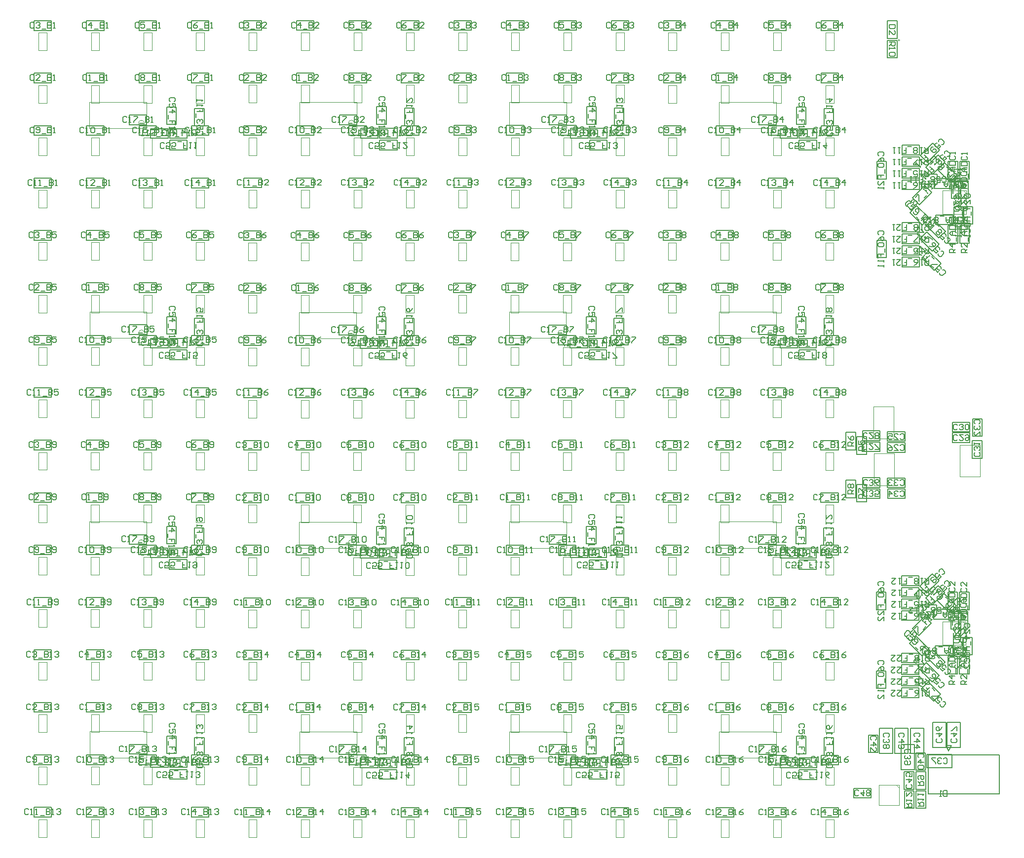
<source format=gbr>
G04*
G04 #@! TF.GenerationSoftware,Altium Limited,Altium Designer,25.0.2 (28)*
G04*
G04 Layer_Color=16711935*
%FSLAX25Y25*%
%MOIN*%
G70*
G04*
G04 #@! TF.SameCoordinates,7C83500D-BFB9-469C-A41D-0C693C3E1856*
G04*
G04*
G04 #@! TF.FilePolarity,Positive*
G04*
G01*
G75*
%ADD12C,0.00394*%
%ADD14C,0.00500*%
%ADD101C,0.00591*%
%ADD102C,0.00689*%
D12*
X557876Y126936D02*
G03*
X557876Y126936I-1969J0D01*
G01*
X416091Y126996D02*
G03*
X416091Y126996I-1969J0D01*
G01*
X274363Y126963D02*
G03*
X274363Y126963I-1969J0D01*
G01*
X132604Y127083D02*
G03*
X132604Y127083I-1969J0D01*
G01*
X557726Y268734D02*
G03*
X557726Y268734I-1969J0D01*
G01*
X416070Y268758D02*
G03*
X416070Y268758I-1969J0D01*
G01*
X274214Y268642D02*
G03*
X274214Y268642I-1969J0D01*
G01*
X132478Y268811D02*
G03*
X132478Y268811I-1969J0D01*
G01*
X557748Y410468D02*
G03*
X557748Y410468I-1969J0D01*
G01*
X415967Y410450D02*
G03*
X415967Y410450I-1969J0D01*
G01*
X274251Y410327D02*
G03*
X274251Y410327I-1969J0D01*
G01*
X132608Y410543D02*
G03*
X132608Y410543I-1969J0D01*
G01*
X557872Y552197D02*
G03*
X557872Y552197I-1969J0D01*
G01*
X416237Y552274D02*
G03*
X416237Y552274I-1969J0D01*
G01*
X274430Y552266D02*
G03*
X274430Y552266I-1969J0D01*
G01*
X132584Y552197D02*
G03*
X132584Y552197I-1969J0D01*
G01*
X639077Y307527D02*
Y329180D01*
X625297D02*
X639077D01*
X625297Y307527D02*
X625297Y329180D01*
X625297Y307527D02*
X639077Y307527D01*
X638880Y360775D02*
X638880Y339121D01*
X625101Y360775D02*
X638880D01*
X625101Y339121D02*
Y360775D01*
Y339121D02*
X638880Y339121D01*
X683270Y313235D02*
Y334889D01*
Y313235D02*
X697049D01*
Y334889D01*
X683270D02*
X697049D01*
X628608Y105185D02*
X642387Y105185D01*
X628608Y91406D02*
Y105185D01*
Y91406D02*
X642387D01*
X642387Y105185D02*
X642387Y91406D01*
X640419Y105185D02*
X642387Y103217D01*
X486512Y176038D02*
Y188007D01*
X492024Y176038D02*
Y188007D01*
X486512D02*
X492024D01*
X486512Y176038D02*
X492024D01*
X486512Y140605D02*
Y152574D01*
X492024Y140605D02*
Y152574D01*
X486512D02*
X492024D01*
X486512Y140605D02*
X492024D01*
X486512Y105172D02*
Y117140D01*
X492024Y105172D02*
Y117140D01*
X486512D02*
X492024D01*
X486512Y105172D02*
X492024D01*
X486512Y69739D02*
Y81707D01*
X492024Y69739D02*
Y81707D01*
X486512D02*
X492024D01*
X486512Y69739D02*
X492024D01*
X521945D02*
Y81707D01*
X527457Y69739D02*
Y81707D01*
X521945D02*
X527457D01*
X521945Y69739D02*
X527457D01*
X521945Y140605D02*
Y152574D01*
X527457Y140605D02*
Y152574D01*
X521945D02*
X527457D01*
X521945Y140605D02*
X527457D01*
X521945Y105172D02*
Y117140D01*
X527457Y105172D02*
Y117140D01*
X521945D02*
X527457D01*
X521945Y105172D02*
X527457D01*
X592811Y69739D02*
Y81707D01*
X598323Y69739D02*
Y81707D01*
X592811D02*
X598323D01*
X592811Y69739D02*
X598323D01*
X557378D02*
Y81707D01*
X562890Y69739D02*
Y81707D01*
X557378D02*
X562890D01*
X557378Y69739D02*
X562890D01*
X557378Y105172D02*
Y117140D01*
X562890Y105172D02*
Y117140D01*
X557378D02*
X562890D01*
X557378Y105172D02*
X562890D01*
X557378Y140605D02*
Y152574D01*
X562890Y140605D02*
Y152574D01*
X557378D02*
X562890D01*
X557378Y140605D02*
X562890D01*
X557378Y176038D02*
Y188007D01*
X562890Y176038D02*
Y188007D01*
X557378D02*
X562890D01*
X557378Y176038D02*
X562890D01*
X521945D02*
Y188007D01*
X527457Y176038D02*
Y188007D01*
X521945D02*
X527457D01*
X521945Y176038D02*
X527457D01*
X592811Y140605D02*
Y152574D01*
X598323Y140605D02*
Y152574D01*
X592811D02*
X598323D01*
X592811Y140605D02*
X598323D01*
X592811Y176038D02*
Y188007D01*
X598323Y176038D02*
Y188007D01*
X592811D02*
X598323D01*
X592811Y176038D02*
X598323D01*
X592811Y105172D02*
Y117140D01*
X598323Y105172D02*
Y117140D01*
X592811D02*
X598323D01*
X592811Y105172D02*
X598323D01*
X520868Y123392D02*
X559451D01*
X520868Y141109D02*
X559451D01*
Y123392D02*
Y141109D01*
X520868Y123392D02*
Y141109D01*
X344727Y176098D02*
Y188067D01*
X350239Y176098D02*
Y188067D01*
X344727D02*
X350239D01*
X344727Y176098D02*
X350239D01*
X344727Y140665D02*
Y152634D01*
X350239Y140665D02*
Y152634D01*
X344727D02*
X350239D01*
X344727Y140665D02*
X350239D01*
X344727Y105232D02*
Y117201D01*
X350239Y105232D02*
Y117201D01*
X344727D02*
X350239D01*
X344727Y105232D02*
X350239D01*
X344727Y69799D02*
Y81768D01*
X350239Y69799D02*
Y81768D01*
X344727D02*
X350239D01*
X344727Y69799D02*
X350239D01*
X451026Y176098D02*
Y188067D01*
X456538Y176098D02*
Y188067D01*
X451026D02*
X456538D01*
X451026Y176098D02*
X456538D01*
X451026Y69799D02*
Y81768D01*
X456538Y69799D02*
Y81768D01*
X451026D02*
X456538D01*
X451026Y69799D02*
X456538D01*
X380160Y176098D02*
Y188067D01*
X385672Y176098D02*
Y188067D01*
X380160D02*
X385672D01*
X380160Y176098D02*
X385672D01*
X415593Y140665D02*
Y152634D01*
X421105Y140665D02*
Y152634D01*
X415593D02*
X421105D01*
X415593Y140665D02*
X421105D01*
X415593Y176098D02*
Y188067D01*
X421105Y176098D02*
Y188067D01*
X415593D02*
X421105D01*
X415593Y176098D02*
X421105D01*
X380160Y140665D02*
Y152634D01*
X385672Y140665D02*
Y152634D01*
X380160D02*
X385672D01*
X380160Y140665D02*
X385672D01*
X415593Y105232D02*
Y117201D01*
X421105Y105232D02*
Y117201D01*
X415593D02*
X421105D01*
X415593Y105232D02*
X421105D01*
X415593Y69799D02*
Y81768D01*
X421105Y69799D02*
Y81768D01*
X415593D02*
X421105D01*
X415593Y69799D02*
X421105D01*
X380160Y105232D02*
Y117201D01*
X385672Y105232D02*
Y117201D01*
X380160D02*
X385672D01*
X380160Y105232D02*
X385672D01*
X380160Y69799D02*
Y81768D01*
X385672Y69799D02*
Y81768D01*
X380160D02*
X385672D01*
X380160Y69799D02*
X385672D01*
X451026Y140665D02*
Y152634D01*
X456538Y140665D02*
Y152634D01*
X451026D02*
X456538D01*
X451026Y140665D02*
X456538D01*
X451026Y105232D02*
Y117201D01*
X456538Y105232D02*
Y117201D01*
X451026D02*
X456538D01*
X451026Y105232D02*
X456538D01*
X379083Y123452D02*
X417666D01*
X379083Y141169D02*
X417666D01*
Y123452D02*
Y141169D01*
X379083Y123452D02*
Y141169D01*
X238432Y176066D02*
Y188034D01*
X243944Y176066D02*
Y188034D01*
X238432D02*
X243944D01*
X238432Y176066D02*
X243944D01*
X202999D02*
Y188034D01*
X208511Y176066D02*
Y188034D01*
X202999D02*
X208511D01*
X202999Y176066D02*
X208511D01*
X273865D02*
Y188034D01*
X279377Y176066D02*
Y188034D01*
X273865D02*
X279377D01*
X273865Y176066D02*
X279377D01*
X273865Y140633D02*
Y152601D01*
X279377Y140633D02*
Y152601D01*
X273865D02*
X279377D01*
X273865Y140633D02*
X279377D01*
X273865Y105200D02*
Y117168D01*
X279377Y105200D02*
Y117168D01*
X273865D02*
X279377D01*
X273865Y105200D02*
X279377D01*
X309298D02*
Y117168D01*
X314810Y105200D02*
Y117168D01*
X309298D02*
X314810D01*
X309298Y105200D02*
X314810D01*
X309298Y69767D02*
Y81735D01*
X314810Y69767D02*
Y81735D01*
X309298D02*
X314810D01*
X309298Y69767D02*
X314810D01*
X273865D02*
Y81735D01*
X279377Y69767D02*
Y81735D01*
X273865D02*
X279377D01*
X273865Y69767D02*
X279377D01*
X309298Y176066D02*
Y188034D01*
X314810Y176066D02*
Y188034D01*
X309298D02*
X314810D01*
X309298Y176066D02*
X314810D01*
X309298Y140633D02*
Y152601D01*
X314810Y140633D02*
Y152601D01*
X309298D02*
X314810D01*
X309298Y140633D02*
X314810D01*
X238432D02*
Y152601D01*
X243944Y140633D02*
Y152601D01*
X238432D02*
X243944D01*
X238432Y140633D02*
X243944D01*
X238432Y69767D02*
Y81735D01*
X243944Y69767D02*
Y81735D01*
X238432D02*
X243944D01*
X238432Y69767D02*
X243944D01*
X238432Y105200D02*
Y117168D01*
X243944Y105200D02*
Y117168D01*
X238432D02*
X243944D01*
X238432Y105200D02*
X243944D01*
X202999Y69767D02*
Y81735D01*
X208511Y69767D02*
Y81735D01*
X202999D02*
X208511D01*
X202999Y69767D02*
X208511D01*
X202999Y140633D02*
Y152601D01*
X208511Y140633D02*
Y152601D01*
X202999D02*
X208511D01*
X202999Y140633D02*
X208511D01*
X202999Y105200D02*
Y117168D01*
X208511Y105200D02*
Y117168D01*
X202999D02*
X208511D01*
X202999Y105200D02*
X208511D01*
X237355Y123420D02*
X275938D01*
X237355Y141137D02*
X275938D01*
Y123420D02*
Y141137D01*
X237355Y123420D02*
Y141137D01*
X167539Y69886D02*
Y81855D01*
X173051Y69886D02*
Y81855D01*
X167539D02*
X173051D01*
X167539Y69886D02*
X173051D01*
X167539Y140752D02*
Y152721D01*
X173051Y140752D02*
Y152721D01*
X167539D02*
X173051D01*
X167539Y140752D02*
X173051D01*
X167539Y176185D02*
Y188154D01*
X173051Y176185D02*
Y188154D01*
X167539D02*
X173051D01*
X167539Y176185D02*
X173051D01*
X167539Y105319D02*
Y117288D01*
X173051Y105319D02*
Y117288D01*
X167539D02*
X173051D01*
X167539Y105319D02*
X173051D01*
X132106Y69886D02*
Y81855D01*
X137618Y69886D02*
Y81855D01*
X132106D02*
X137618D01*
X132106Y69886D02*
X137618D01*
X132106Y105319D02*
Y117288D01*
X137618Y105319D02*
Y117288D01*
X132106D02*
X137618D01*
X132106Y105319D02*
X137618D01*
X61240D02*
Y117288D01*
X66752Y105319D02*
Y117288D01*
X61240D02*
X66752D01*
X61240Y105319D02*
X66752D01*
X96673Y176185D02*
Y188154D01*
X102185Y176185D02*
Y188154D01*
X96673D02*
X102185D01*
X96673Y176185D02*
X102185D01*
X61240Y140752D02*
Y152721D01*
X66752Y140752D02*
Y152721D01*
X61240D02*
X66752D01*
X61240Y140752D02*
X66752D01*
X96673D02*
Y152721D01*
X102185Y140752D02*
Y152721D01*
X96673D02*
X102185D01*
X96673Y140752D02*
X102185D01*
X132106D02*
Y152721D01*
X137618Y140752D02*
Y152721D01*
X132106D02*
X137618D01*
X132106Y140752D02*
X137618D01*
X132106Y176185D02*
Y188154D01*
X137618Y176185D02*
Y188154D01*
X132106D02*
X137618D01*
X132106Y176185D02*
X137618D01*
X96673Y105319D02*
Y117288D01*
X102185Y105319D02*
Y117288D01*
X96673D02*
X102185D01*
X96673Y105319D02*
X102185D01*
X96673Y69886D02*
Y81855D01*
X102185Y69886D02*
Y81855D01*
X96673D02*
X102185D01*
X96673Y69886D02*
X102185D01*
X61240D02*
Y81855D01*
X66752Y69886D02*
Y81855D01*
X61240D02*
X66752D01*
X61240Y69886D02*
X66752D01*
X61240Y176185D02*
Y188154D01*
X66752Y176185D02*
Y188154D01*
X61240D02*
X66752D01*
X61240Y176185D02*
X66752D01*
X95596Y123539D02*
X134179D01*
X95596Y141256D02*
X134179D01*
Y123539D02*
Y141256D01*
X95596Y123539D02*
Y141256D01*
X486362Y317837D02*
Y329805D01*
X491874Y317837D02*
Y329805D01*
X486362D02*
X491874D01*
X486362Y317837D02*
X491874D01*
X486362Y282404D02*
Y294372D01*
X491874Y282404D02*
Y294372D01*
X486362D02*
X491874D01*
X486362Y282404D02*
X491874D01*
X521795Y317837D02*
Y329805D01*
X527307Y317837D02*
Y329805D01*
X521795D02*
X527307D01*
X521795Y317837D02*
X527307D01*
X521795Y282404D02*
Y294372D01*
X527307Y282404D02*
Y294372D01*
X521795D02*
X527307D01*
X521795Y282404D02*
X527307D01*
X557228D02*
Y294372D01*
X562740Y282404D02*
Y294372D01*
X557228D02*
X562740D01*
X557228Y282404D02*
X562740D01*
X557228Y317837D02*
Y329805D01*
X562740Y317837D02*
Y329805D01*
X557228D02*
X562740D01*
X557228Y317837D02*
X562740D01*
X592662D02*
Y329805D01*
X598173Y317837D02*
Y329805D01*
X592662D02*
X598173D01*
X592662Y317837D02*
X598173D01*
X592662Y282404D02*
Y294372D01*
X598173Y282404D02*
Y294372D01*
X592662D02*
X598173D01*
X592662Y282404D02*
X598173D01*
X557228Y246971D02*
Y258939D01*
X562740Y246971D02*
Y258939D01*
X557228D02*
X562740D01*
X557228Y246971D02*
X562740D01*
X521795D02*
Y258939D01*
X527307Y246971D02*
Y258939D01*
X521795D02*
X527307D01*
X521795Y246971D02*
X527307D01*
X592662D02*
Y258939D01*
X598173Y246971D02*
Y258939D01*
X592662D02*
X598173D01*
X592662Y246971D02*
X598173D01*
X592662Y211538D02*
Y223506D01*
X598173Y211538D02*
Y223506D01*
X592662D02*
X598173D01*
X592662Y211538D02*
X598173D01*
X557228D02*
Y223506D01*
X562740Y211538D02*
Y223506D01*
X557228D02*
X562740D01*
X557228Y211538D02*
X562740D01*
X521795D02*
Y223506D01*
X527307Y211538D02*
Y223506D01*
X521795D02*
X527307D01*
X521795Y211538D02*
X527307D01*
X486362D02*
Y223506D01*
X491874Y211538D02*
Y223506D01*
X486362D02*
X491874D01*
X486362Y211538D02*
X491874D01*
X486362Y246971D02*
Y258939D01*
X491874Y246971D02*
Y258939D01*
X486362D02*
X491874D01*
X486362Y246971D02*
X491874D01*
X520718Y265191D02*
X559301D01*
X520718Y282908D02*
X559301D01*
Y265191D02*
Y282908D01*
X520718Y265191D02*
Y282908D01*
X344706Y211561D02*
Y223530D01*
X350218Y211561D02*
Y223530D01*
X344706D02*
X350218D01*
X344706Y211561D02*
X350218D01*
X344706Y246994D02*
Y258963D01*
X350218Y246994D02*
Y258963D01*
X344706D02*
X350218D01*
X344706Y246994D02*
X350218D01*
X344706Y317861D02*
Y329829D01*
X350218Y317861D02*
Y329829D01*
X344706D02*
X350218D01*
X344706Y317861D02*
X350218D01*
X344706Y282428D02*
Y294396D01*
X350218Y282428D02*
Y294396D01*
X344706D02*
X350218D01*
X344706Y282428D02*
X350218D01*
X380139Y317861D02*
Y329829D01*
X385651Y317861D02*
Y329829D01*
X380139D02*
X385651D01*
X380139Y317861D02*
X385651D01*
X380139Y282428D02*
Y294396D01*
X385651Y282428D02*
Y294396D01*
X380139D02*
X385651D01*
X380139Y282428D02*
X385651D01*
X380139Y211561D02*
Y223530D01*
X385651Y211561D02*
Y223530D01*
X380139D02*
X385651D01*
X380139Y211561D02*
X385651D01*
X380139Y246994D02*
Y258963D01*
X385651Y246994D02*
Y258963D01*
X380139D02*
X385651D01*
X380139Y246994D02*
X385651D01*
X415572Y211561D02*
Y223530D01*
X421084Y211561D02*
Y223530D01*
X415572D02*
X421084D01*
X415572Y211561D02*
X421084D01*
X415572Y317861D02*
Y329829D01*
X421084Y317861D02*
Y329829D01*
X415572D02*
X421084D01*
X415572Y317861D02*
X421084D01*
X415572Y282428D02*
Y294396D01*
X421084Y282428D02*
Y294396D01*
X415572D02*
X421084D01*
X415572Y282428D02*
X421084D01*
X415572Y246994D02*
Y258963D01*
X421084Y246994D02*
Y258963D01*
X415572D02*
X421084D01*
X415572Y246994D02*
X421084D01*
X451005Y317861D02*
Y329829D01*
X456517Y317861D02*
Y329829D01*
X451005D02*
X456517D01*
X451005Y317861D02*
X456517D01*
X451005Y282428D02*
Y294396D01*
X456517Y282428D02*
Y294396D01*
X451005D02*
X456517D01*
X451005Y282428D02*
X456517D01*
X451005Y211561D02*
Y223530D01*
X456517Y211561D02*
Y223530D01*
X451005D02*
X456517D01*
X451005Y211561D02*
X456517D01*
X451005Y246994D02*
Y258963D01*
X456517Y246994D02*
Y258963D01*
X451005D02*
X456517D01*
X451005Y246994D02*
X456517D01*
X379062Y265215D02*
X417645D01*
X379062Y282931D02*
X417645D01*
Y265215D02*
Y282931D01*
X379062Y265215D02*
Y282931D01*
X202850Y211445D02*
Y223413D01*
X208362Y211445D02*
Y223413D01*
X202850D02*
X208362D01*
X202850Y211445D02*
X208362D01*
X202850Y282311D02*
Y294280D01*
X208362Y282311D02*
Y294280D01*
X202850D02*
X208362D01*
X202850Y282311D02*
X208362D01*
X202850Y246878D02*
Y258847D01*
X208362Y246878D02*
Y258847D01*
X202850D02*
X208362D01*
X202850Y246878D02*
X208362D01*
X202850Y317744D02*
Y329713D01*
X208362Y317744D02*
Y329713D01*
X202850D02*
X208362D01*
X202850Y317744D02*
X208362D01*
X238283Y211445D02*
Y223413D01*
X243795Y211445D02*
Y223413D01*
X238283D02*
X243795D01*
X238283Y211445D02*
X243795D01*
X238283Y246878D02*
Y258847D01*
X243795Y246878D02*
Y258847D01*
X238283D02*
X243795D01*
X238283Y246878D02*
X243795D01*
X238283Y317744D02*
Y329713D01*
X243795Y317744D02*
Y329713D01*
X238283D02*
X243795D01*
X238283Y317744D02*
X243795D01*
X238283Y282311D02*
Y294280D01*
X243795Y282311D02*
Y294280D01*
X238283D02*
X243795D01*
X238283Y282311D02*
X243795D01*
X273717Y317744D02*
Y329713D01*
X279228Y317744D02*
Y329713D01*
X273717D02*
X279228D01*
X273717Y317744D02*
X279228D01*
X273717Y282311D02*
Y294280D01*
X279228Y282311D02*
Y294280D01*
X273717D02*
X279228D01*
X273717Y282311D02*
X279228D01*
X273717Y246878D02*
Y258847D01*
X279228Y246878D02*
Y258847D01*
X273717D02*
X279228D01*
X273717Y246878D02*
X279228D01*
X273717Y211445D02*
Y223413D01*
X279228Y211445D02*
Y223413D01*
X273717D02*
X279228D01*
X273717Y211445D02*
X279228D01*
X309150D02*
Y223413D01*
X314661Y211445D02*
Y223413D01*
X309150D02*
X314661D01*
X309150Y211445D02*
X314661D01*
X309150Y282311D02*
Y294280D01*
X314661Y282311D02*
Y294280D01*
X309150D02*
X314661D01*
X309150Y282311D02*
X314661D01*
X309150Y317744D02*
Y329713D01*
X314661Y317744D02*
Y329713D01*
X309150D02*
X314661D01*
X309150Y317744D02*
X314661D01*
X309150Y246878D02*
Y258847D01*
X314661Y246878D02*
Y258847D01*
X309150D02*
X314661D01*
X309150Y246878D02*
X314661D01*
X237207Y265098D02*
X275789D01*
X237207Y282815D02*
X275789D01*
Y265098D02*
Y282815D01*
X237207Y265098D02*
Y282815D01*
X96548Y317914D02*
Y329882D01*
X102059Y317914D02*
Y329882D01*
X96548D02*
X102059D01*
X96548Y317914D02*
X102059D01*
X96548Y282481D02*
Y294449D01*
X102059Y282481D02*
Y294449D01*
X96548D02*
X102059D01*
X96548Y282481D02*
X102059D01*
X167414Y247048D02*
Y259016D01*
X172925Y247048D02*
Y259016D01*
X167414D02*
X172925D01*
X167414Y247048D02*
X172925D01*
X167414Y211615D02*
Y223583D01*
X172925Y211615D02*
Y223583D01*
X167414D02*
X172925D01*
X167414Y211615D02*
X172925D01*
X61114Y317914D02*
Y329882D01*
X66626Y317914D02*
Y329882D01*
X61114D02*
X66626D01*
X61114Y317914D02*
X66626D01*
X61114Y282481D02*
Y294449D01*
X66626Y282481D02*
Y294449D01*
X61114D02*
X66626D01*
X61114Y282481D02*
X66626D01*
X131981Y211615D02*
Y223583D01*
X137492Y211615D02*
Y223583D01*
X131981D02*
X137492D01*
X131981Y211615D02*
X137492D01*
X131981Y247048D02*
Y259016D01*
X137492Y247048D02*
Y259016D01*
X131981D02*
X137492D01*
X131981Y247048D02*
X137492D01*
X131981Y282481D02*
Y294449D01*
X137492Y282481D02*
Y294449D01*
X131981D02*
X137492D01*
X131981Y282481D02*
X137492D01*
X167414D02*
Y294449D01*
X172925Y282481D02*
Y294449D01*
X167414D02*
X172925D01*
X167414Y282481D02*
X172925D01*
X167414Y317914D02*
Y329882D01*
X172925Y317914D02*
Y329882D01*
X167414D02*
X172925D01*
X167414Y317914D02*
X172925D01*
X131981D02*
Y329882D01*
X137492Y317914D02*
Y329882D01*
X131981D02*
X137492D01*
X131981Y317914D02*
X137492D01*
X61114Y247048D02*
Y259016D01*
X66626Y247048D02*
Y259016D01*
X61114D02*
X66626D01*
X61114Y247048D02*
X66626D01*
X96548Y211615D02*
Y223583D01*
X102059Y211615D02*
Y223583D01*
X96548D02*
X102059D01*
X96548Y211615D02*
X102059D01*
X96548Y247048D02*
Y259016D01*
X102059Y247048D02*
Y259016D01*
X96548D02*
X102059D01*
X96548Y247048D02*
X102059D01*
X61114Y211615D02*
Y223583D01*
X66626Y211615D02*
Y223583D01*
X61114D02*
X66626D01*
X61114Y211615D02*
X66626D01*
X95470Y265268D02*
X134053D01*
X95470Y282985D02*
X134053D01*
Y265268D02*
Y282985D01*
X95470Y265268D02*
Y282985D01*
X521817Y424138D02*
Y436106D01*
X527329Y424138D02*
Y436106D01*
X521817D02*
X527329D01*
X521817Y424138D02*
X527329D01*
X486384D02*
Y436106D01*
X491896Y424138D02*
Y436106D01*
X486384D02*
X491896D01*
X486384Y424138D02*
X491896D01*
X486384Y459571D02*
Y471539D01*
X491896Y459571D02*
Y471539D01*
X486384D02*
X491896D01*
X486384Y459571D02*
X491896D01*
X557251Y424138D02*
Y436106D01*
X562762Y424138D02*
Y436106D01*
X557251D02*
X562762D01*
X557251Y424138D02*
X562762D01*
X592684D02*
Y436106D01*
X598195Y424138D02*
Y436106D01*
X592684D02*
X598195D01*
X592684Y424138D02*
X598195D01*
X592684Y388705D02*
Y400673D01*
X598195Y388705D02*
Y400673D01*
X592684D02*
X598195D01*
X592684Y388705D02*
X598195D01*
X557251D02*
Y400673D01*
X562762Y388705D02*
Y400673D01*
X557251D02*
X562762D01*
X557251Y388705D02*
X562762D01*
X557251Y353272D02*
Y365240D01*
X562762Y353272D02*
Y365240D01*
X557251D02*
X562762D01*
X557251Y353272D02*
X562762D01*
X592684D02*
Y365240D01*
X598195Y353272D02*
Y365240D01*
X592684D02*
X598195D01*
X592684Y353272D02*
X598195D01*
X521817Y459571D02*
Y471539D01*
X527329Y459571D02*
Y471539D01*
X521817D02*
X527329D01*
X521817Y459571D02*
X527329D01*
X592684D02*
Y471539D01*
X598195Y459571D02*
Y471539D01*
X592684D02*
X598195D01*
X592684Y459571D02*
X598195D01*
X557251D02*
Y471539D01*
X562762Y459571D02*
Y471539D01*
X557251D02*
X562762D01*
X557251Y459571D02*
X562762D01*
X486384Y388705D02*
Y400673D01*
X491896Y388705D02*
Y400673D01*
X486384D02*
X491896D01*
X486384Y388705D02*
X491896D01*
X521817Y353272D02*
Y365240D01*
X527329Y353272D02*
Y365240D01*
X521817D02*
X527329D01*
X521817Y353272D02*
X527329D01*
X486384D02*
Y365240D01*
X491896Y353272D02*
Y365240D01*
X486384D02*
X491896D01*
X486384Y353272D02*
X491896D01*
X521817Y388705D02*
Y400673D01*
X527329Y388705D02*
Y400673D01*
X521817D02*
X527329D01*
X521817Y388705D02*
X527329D01*
X520741Y406925D02*
X559323D01*
X520741Y424642D02*
X559323D01*
Y406925D02*
Y424642D01*
X520741Y406925D02*
Y424642D01*
X344603Y459553D02*
Y471521D01*
X350114Y459553D02*
Y471521D01*
X344603D02*
X350114D01*
X344603Y459553D02*
X350114D01*
X380036D02*
Y471521D01*
X385548Y459553D02*
Y471521D01*
X380036D02*
X385548D01*
X380036Y459553D02*
X385548D01*
X450902D02*
Y471521D01*
X456414Y459553D02*
Y471521D01*
X450902D02*
X456414D01*
X450902Y459553D02*
X456414D01*
X415469Y388686D02*
Y400655D01*
X420981Y388686D02*
Y400655D01*
X415469D02*
X420981D01*
X415469Y388686D02*
X420981D01*
X344603Y424120D02*
Y436088D01*
X350114Y424120D02*
Y436088D01*
X344603D02*
X350114D01*
X344603Y424120D02*
X350114D01*
X380036Y388686D02*
Y400655D01*
X385548Y388686D02*
Y400655D01*
X380036D02*
X385548D01*
X380036Y388686D02*
X385548D01*
X450902Y424120D02*
Y436088D01*
X456414Y424120D02*
Y436088D01*
X450902D02*
X456414D01*
X450902Y424120D02*
X456414D01*
X450902Y388686D02*
Y400655D01*
X456414Y388686D02*
Y400655D01*
X450902D02*
X456414D01*
X450902Y388686D02*
X456414D01*
X450902Y353253D02*
Y365222D01*
X456414Y353253D02*
Y365222D01*
X450902D02*
X456414D01*
X450902Y353253D02*
X456414D01*
X415469D02*
Y365222D01*
X420981Y353253D02*
Y365222D01*
X415469D02*
X420981D01*
X415469Y353253D02*
X420981D01*
X380036D02*
Y365222D01*
X385548Y353253D02*
Y365222D01*
X380036D02*
X385548D01*
X380036Y353253D02*
X385548D01*
X415469Y424120D02*
Y436088D01*
X420981Y424120D02*
Y436088D01*
X415469D02*
X420981D01*
X415469Y424120D02*
X420981D01*
X415469Y459553D02*
Y471521D01*
X420981Y459553D02*
Y471521D01*
X415469D02*
X420981D01*
X415469Y459553D02*
X420981D01*
X380036Y424120D02*
Y436088D01*
X385548Y424120D02*
Y436088D01*
X380036D02*
X385548D01*
X380036Y424120D02*
X385548D01*
X344603Y353253D02*
Y365222D01*
X350114Y353253D02*
Y365222D01*
X344603D02*
X350114D01*
X344603Y353253D02*
X350114D01*
X344603Y388686D02*
Y400655D01*
X350114Y388686D02*
Y400655D01*
X344603D02*
X350114D01*
X344603Y388686D02*
X350114D01*
X378959Y406907D02*
X417542D01*
X378959Y424623D02*
X417542D01*
Y406907D02*
Y424623D01*
X378959Y406907D02*
Y424623D01*
X202888Y388563D02*
Y400532D01*
X208399Y388563D02*
Y400532D01*
X202888D02*
X208399D01*
X202888Y388563D02*
X208399D01*
X202888Y459430D02*
Y471398D01*
X208399Y459430D02*
Y471398D01*
X202888D02*
X208399D01*
X202888Y459430D02*
X208399D01*
X202888Y423996D02*
Y435965D01*
X208399Y423996D02*
Y435965D01*
X202888D02*
X208399D01*
X202888Y423996D02*
X208399D01*
X202888Y353130D02*
Y365099D01*
X208399Y353130D02*
Y365099D01*
X202888D02*
X208399D01*
X202888Y353130D02*
X208399D01*
X238321Y388563D02*
Y400532D01*
X243832Y388563D02*
Y400532D01*
X238321D02*
X243832D01*
X238321Y388563D02*
X243832D01*
X238321Y459430D02*
Y471398D01*
X243832Y459430D02*
Y471398D01*
X238321D02*
X243832D01*
X238321Y459430D02*
X243832D01*
X238321Y423996D02*
Y435965D01*
X243832Y423996D02*
Y435965D01*
X238321D02*
X243832D01*
X238321Y423996D02*
X243832D01*
X309187Y459430D02*
Y471398D01*
X314699Y459430D02*
Y471398D01*
X309187D02*
X314699D01*
X309187Y459430D02*
X314699D01*
X309187Y423996D02*
Y435965D01*
X314699Y423996D02*
Y435965D01*
X309187D02*
X314699D01*
X309187Y423996D02*
X314699D01*
X273754Y459430D02*
Y471398D01*
X279265Y459430D02*
Y471398D01*
X273754D02*
X279265D01*
X273754Y459430D02*
X279265D01*
X273754Y423996D02*
Y435965D01*
X279265Y423996D02*
Y435965D01*
X273754D02*
X279265D01*
X273754Y423996D02*
X279265D01*
X273754Y388563D02*
Y400532D01*
X279265Y388563D02*
Y400532D01*
X273754D02*
X279265D01*
X273754Y388563D02*
X279265D01*
X238321Y353130D02*
Y365099D01*
X243832Y353130D02*
Y365099D01*
X238321D02*
X243832D01*
X238321Y353130D02*
X243832D01*
X273754D02*
Y365099D01*
X279265Y353130D02*
Y365099D01*
X273754D02*
X279265D01*
X273754Y353130D02*
X279265D01*
X309187Y388563D02*
Y400532D01*
X314699Y388563D02*
Y400532D01*
X309187D02*
X314699D01*
X309187Y388563D02*
X314699D01*
X309187Y353130D02*
Y365099D01*
X314699Y353130D02*
Y365099D01*
X309187D02*
X314699D01*
X309187Y353130D02*
X314699D01*
X237244Y406784D02*
X275826D01*
X237244Y424500D02*
X275826D01*
Y406784D02*
Y424500D01*
X237244Y406784D02*
Y424500D01*
X132110Y459646D02*
Y471614D01*
X137622Y459646D02*
Y471614D01*
X132110D02*
X137622D01*
X132110Y459646D02*
X137622D01*
X132110Y424213D02*
Y436181D01*
X137622Y424213D02*
Y436181D01*
X132110D02*
X137622D01*
X132110Y424213D02*
X137622D01*
X167543Y459646D02*
Y471614D01*
X173055Y459646D02*
Y471614D01*
X167543D02*
X173055D01*
X167543Y459646D02*
X173055D01*
X167543Y424213D02*
Y436181D01*
X173055Y424213D02*
Y436181D01*
X167543D02*
X173055D01*
X167543Y424213D02*
X173055D01*
X167543Y353347D02*
Y365315D01*
X173055Y353347D02*
Y365315D01*
X167543D02*
X173055D01*
X167543Y353347D02*
X173055D01*
X167543Y388780D02*
Y400748D01*
X173055Y388780D02*
Y400748D01*
X167543D02*
X173055D01*
X167543Y388780D02*
X173055D01*
X132110Y353347D02*
Y365315D01*
X137622Y353347D02*
Y365315D01*
X132110D02*
X137622D01*
X132110Y353347D02*
X137622D01*
X132110Y388780D02*
Y400748D01*
X137622Y388780D02*
Y400748D01*
X132110D02*
X137622D01*
X132110Y388780D02*
X137622D01*
X96677Y353347D02*
Y365315D01*
X102189Y353347D02*
Y365315D01*
X96677D02*
X102189D01*
X96677Y353347D02*
X102189D01*
X96677Y388780D02*
Y400748D01*
X102189Y388780D02*
Y400748D01*
X96677D02*
X102189D01*
X96677Y388780D02*
X102189D01*
X96677Y459646D02*
Y471614D01*
X102189Y459646D02*
Y471614D01*
X96677D02*
X102189D01*
X96677Y459646D02*
X102189D01*
X96677Y424213D02*
Y436181D01*
X102189Y424213D02*
Y436181D01*
X96677D02*
X102189D01*
X96677Y424213D02*
X102189D01*
X61244Y353347D02*
Y365315D01*
X66756Y353347D02*
Y365315D01*
X61244D02*
X66756D01*
X61244Y353347D02*
X66756D01*
X61244Y459646D02*
Y471614D01*
X66756Y459646D02*
Y471614D01*
X61244D02*
X66756D01*
X61244Y459646D02*
X66756D01*
X61244Y388780D02*
Y400748D01*
X66756Y388780D02*
Y400748D01*
X61244D02*
X66756D01*
X61244Y388780D02*
X66756D01*
X61244Y424213D02*
Y436181D01*
X66756Y424213D02*
Y436181D01*
X61244D02*
X66756D01*
X61244Y424213D02*
X66756D01*
X95600Y407000D02*
X134183D01*
X95600Y424717D02*
X134183D01*
Y407000D02*
Y424717D01*
X95600Y407000D02*
Y424717D01*
X521941Y565867D02*
Y577835D01*
X527453Y565867D02*
Y577835D01*
X521941D02*
X527453D01*
X521941Y565867D02*
X527453D01*
X557374Y601300D02*
Y613268D01*
X562886Y601300D02*
Y613268D01*
X557374D02*
X562886D01*
X557374Y601300D02*
X562886D01*
X592807D02*
Y613268D01*
X598319Y601300D02*
Y613268D01*
X592807D02*
X598319D01*
X592807Y601300D02*
X598319D01*
X486508Y565867D02*
Y577835D01*
X492020Y565867D02*
Y577835D01*
X486508D02*
X492020D01*
X486508Y565867D02*
X492020D01*
X521941Y601300D02*
Y613268D01*
X527453Y601300D02*
Y613268D01*
X521941D02*
X527453D01*
X521941Y601300D02*
X527453D01*
X486508D02*
Y613268D01*
X492020Y601300D02*
Y613268D01*
X486508D02*
X492020D01*
X486508Y601300D02*
X492020D01*
X557374Y565867D02*
Y577835D01*
X562886Y565867D02*
Y577835D01*
X557374D02*
X562886D01*
X557374Y565867D02*
X562886D01*
X592807D02*
Y577835D01*
X598319Y565867D02*
Y577835D01*
X592807D02*
X598319D01*
X592807Y565867D02*
X598319D01*
X592807Y530434D02*
Y542402D01*
X598319Y530434D02*
Y542402D01*
X592807D02*
X598319D01*
X592807Y530434D02*
X598319D01*
X557374D02*
Y542402D01*
X562886Y530434D02*
Y542402D01*
X557374D02*
X562886D01*
X557374Y530434D02*
X562886D01*
X521941Y495000D02*
Y506969D01*
X527453Y495000D02*
Y506969D01*
X521941D02*
X527453D01*
X521941Y495000D02*
X527453D01*
X521941Y530434D02*
Y542402D01*
X527453Y530434D02*
Y542402D01*
X521941D02*
X527453D01*
X521941Y530434D02*
X527453D01*
X486508Y495000D02*
Y506969D01*
X492020Y495000D02*
Y506969D01*
X486508D02*
X492020D01*
X486508Y495000D02*
X492020D01*
X486508Y530434D02*
Y542402D01*
X492020Y530434D02*
Y542402D01*
X486508D02*
X492020D01*
X486508Y530434D02*
X492020D01*
X557374Y495000D02*
Y506969D01*
X562886Y495000D02*
Y506969D01*
X557374D02*
X562886D01*
X557374Y495000D02*
X562886D01*
X592807D02*
Y506969D01*
X598319Y495000D02*
Y506969D01*
X592807D02*
X598319D01*
X592807Y495000D02*
X598319D01*
X520864Y548654D02*
X559446D01*
X520864Y566370D02*
X559446D01*
Y548654D02*
Y566370D01*
X520864Y548654D02*
Y566370D01*
X344873Y495077D02*
Y507045D01*
X350384Y495077D02*
Y507045D01*
X344873D02*
X350384D01*
X344873Y495077D02*
X350384D01*
X415739Y601376D02*
Y613344D01*
X421251Y601376D02*
Y613344D01*
X415739D02*
X421251D01*
X415739Y601376D02*
X421251D01*
X380306D02*
Y613344D01*
X385818Y601376D02*
Y613344D01*
X380306D02*
X385818D01*
X380306Y601376D02*
X385818D01*
X451172Y530510D02*
Y542478D01*
X456684Y530510D02*
Y542478D01*
X451172D02*
X456684D01*
X451172Y530510D02*
X456684D01*
X415739D02*
Y542478D01*
X421251Y530510D02*
Y542478D01*
X415739D02*
X421251D01*
X415739Y530510D02*
X421251D01*
X451172Y495077D02*
Y507045D01*
X456684Y495077D02*
Y507045D01*
X451172D02*
X456684D01*
X451172Y495077D02*
X456684D01*
X415739D02*
Y507045D01*
X421251Y495077D02*
Y507045D01*
X415739D02*
X421251D01*
X415739Y495077D02*
X421251D01*
X380306D02*
Y507045D01*
X385818Y495077D02*
Y507045D01*
X380306D02*
X385818D01*
X380306Y495077D02*
X385818D01*
X344873Y530510D02*
Y542478D01*
X350384Y530510D02*
Y542478D01*
X344873D02*
X350384D01*
X344873Y530510D02*
X350384D01*
X344873Y601376D02*
Y613344D01*
X350384Y601376D02*
Y613344D01*
X344873D02*
X350384D01*
X344873Y601376D02*
X350384D01*
X344873Y565943D02*
Y577911D01*
X350384Y565943D02*
Y577911D01*
X344873D02*
X350384D01*
X344873Y565943D02*
X350384D01*
X451172Y601376D02*
Y613344D01*
X456684Y601376D02*
Y613344D01*
X451172D02*
X456684D01*
X451172Y601376D02*
X456684D01*
X451172Y565943D02*
Y577911D01*
X456684Y565943D02*
Y577911D01*
X451172D02*
X456684D01*
X451172Y565943D02*
X456684D01*
X415739D02*
Y577911D01*
X421251Y565943D02*
Y577911D01*
X415739D02*
X421251D01*
X415739Y565943D02*
X421251D01*
X380306Y530510D02*
Y542478D01*
X385818Y530510D02*
Y542478D01*
X380306D02*
X385818D01*
X380306Y530510D02*
X385818D01*
X380306Y565943D02*
Y577911D01*
X385818Y565943D02*
Y577911D01*
X380306D02*
X385818D01*
X380306Y565943D02*
X385818D01*
X379229Y548730D02*
X417811D01*
X379229Y566447D02*
X417811D01*
Y548730D02*
Y566447D01*
X379229Y548730D02*
Y566447D01*
X309365Y565936D02*
Y577904D01*
X314877Y565936D02*
Y577904D01*
X309365D02*
X314877D01*
X309365Y565936D02*
X314877D01*
X273932Y495069D02*
Y507038D01*
X279444Y495069D02*
Y507038D01*
X273932D02*
X279444D01*
X273932Y495069D02*
X279444D01*
X309365Y530503D02*
Y542471D01*
X314877Y530503D02*
Y542471D01*
X309365D02*
X314877D01*
X309365Y530503D02*
X314877D01*
X309365Y495069D02*
Y507038D01*
X314877Y495069D02*
Y507038D01*
X309365D02*
X314877D01*
X309365Y495069D02*
X314877D01*
X309365Y601369D02*
Y613337D01*
X314877Y601369D02*
Y613337D01*
X309365D02*
X314877D01*
X309365Y601369D02*
X314877D01*
X273932Y530503D02*
Y542471D01*
X279444Y530503D02*
Y542471D01*
X273932D02*
X279444D01*
X273932Y530503D02*
X279444D01*
X273932Y565936D02*
Y577904D01*
X279444Y565936D02*
Y577904D01*
X273932D02*
X279444D01*
X273932Y565936D02*
X279444D01*
X273932Y601369D02*
Y613337D01*
X279444Y601369D02*
Y613337D01*
X273932D02*
X279444D01*
X273932Y601369D02*
X279444D01*
X238499Y495069D02*
Y507038D01*
X244010Y495069D02*
Y507038D01*
X238499D02*
X244010D01*
X238499Y495069D02*
X244010D01*
X238499Y530503D02*
Y542471D01*
X244010Y530503D02*
Y542471D01*
X238499D02*
X244010D01*
X238499Y530503D02*
X244010D01*
X203066Y495069D02*
Y507038D01*
X208577Y495069D02*
Y507038D01*
X203066D02*
X208577D01*
X203066Y495069D02*
X208577D01*
X238499Y601369D02*
Y613337D01*
X244010Y601369D02*
Y613337D01*
X238499D02*
X244010D01*
X238499Y601369D02*
X244010D01*
X238499Y565936D02*
Y577904D01*
X244010Y565936D02*
Y577904D01*
X238499D02*
X244010D01*
X238499Y565936D02*
X244010D01*
X203066D02*
Y577904D01*
X208577Y565936D02*
Y577904D01*
X203066D02*
X208577D01*
X203066Y565936D02*
X208577D01*
X203066Y530503D02*
Y542471D01*
X208577Y530503D02*
Y542471D01*
X203066D02*
X208577D01*
X203066Y530503D02*
X208577D01*
X203066Y601369D02*
Y613337D01*
X208577Y601369D02*
Y613337D01*
X203066D02*
X208577D01*
X203066Y601369D02*
X208577D01*
X237422Y548723D02*
X276004D01*
X237422Y566439D02*
X276004D01*
Y548723D02*
Y566439D01*
X237422Y548723D02*
Y566439D01*
X132087Y530433D02*
X137598D01*
X132087Y542402D02*
X137598D01*
Y530433D02*
Y542402D01*
X132087Y530433D02*
Y542402D01*
X61221Y601299D02*
X66732D01*
X61221Y613268D02*
X66732D01*
Y601299D02*
Y613268D01*
X61221Y601299D02*
Y613268D01*
Y565866D02*
X66732D01*
X61221Y577835D02*
X66732D01*
Y565866D02*
Y577835D01*
X61221Y565866D02*
Y577835D01*
X687623Y490822D02*
Y506570D01*
X671875Y490822D02*
X687623D01*
X671875D02*
Y506570D01*
X687623D01*
X685654D02*
X687623Y504601D01*
X687402Y199803D02*
Y215551D01*
X671654Y199803D02*
X687402D01*
X671654D02*
Y215551D01*
X687402D01*
X685433D02*
X687402Y213583D01*
X95577Y548653D02*
X134159D01*
X95577Y566370D02*
X134159D01*
Y548653D02*
Y566370D01*
X95577Y548653D02*
Y566370D01*
X167520Y565866D02*
Y577835D01*
X173031Y565866D02*
Y577835D01*
X167520D02*
X173031D01*
X167520Y565866D02*
X173031D01*
X96653Y601299D02*
Y613268D01*
X102165Y601299D02*
Y613268D01*
X96653D02*
X102165D01*
X96653Y601299D02*
X102165D01*
X96653Y565866D02*
Y577835D01*
X102165Y565866D02*
Y577835D01*
X96653D02*
X102165D01*
X96653Y565866D02*
X102165D01*
X132087D02*
Y577835D01*
X137598Y565866D02*
Y577835D01*
X132087D02*
X137598D01*
X132087Y565866D02*
X137598D01*
X167520Y601299D02*
Y613268D01*
X173031Y601299D02*
Y613268D01*
X167520D02*
X173031D01*
X167520Y601299D02*
X173031D01*
X132087D02*
Y613268D01*
X137598Y601299D02*
Y613268D01*
X132087D02*
X137598D01*
X132087Y601299D02*
X137598D01*
X96653Y495000D02*
Y506968D01*
X102165Y495000D02*
Y506968D01*
X96653D02*
X102165D01*
X96653Y495000D02*
X102165D01*
X61221Y495000D02*
Y506968D01*
X66732D02*
X66732Y495000D01*
X61221Y506968D02*
X66732D01*
X61221Y495000D02*
X66732D01*
X96653Y530433D02*
Y542402D01*
X102165D02*
X102165Y530433D01*
X96653Y542402D02*
X102165D01*
X96653Y530433D02*
X102165D01*
X61221Y530433D02*
Y542402D01*
X66732Y530433D02*
X66732Y542402D01*
X61221D02*
X66732D01*
X61221Y530433D02*
X66732D01*
X167520D02*
Y542402D01*
X173031Y530433D02*
Y542402D01*
X167520D02*
X173031D01*
X167520Y530433D02*
X173031D01*
X167520Y495000D02*
Y506968D01*
X173031Y495000D02*
Y506968D01*
X167520D02*
X173031D01*
X167520Y495000D02*
X173031D01*
X132087D02*
Y506968D01*
X137598Y495000D02*
Y506968D01*
X132087D02*
X137598D01*
X132087Y495000D02*
X137598D01*
X642126Y608924D02*
Y607612D01*
X642782Y608268D02*
X641470D01*
D14*
X662047Y99114D02*
Y125295D01*
X710236D01*
Y99114D02*
Y125295D01*
X662047Y99114D02*
X710236D01*
X673937Y131890D02*
X677874Y131890D01*
X675906Y127953D02*
X677874Y131890D01*
X673937Y131890D02*
X675906Y127953D01*
D101*
X681688Y345601D02*
X681032Y344945D01*
X679720D01*
X679064Y345601D01*
Y348225D01*
X679720Y348881D01*
X681032D01*
X681688Y348225D01*
X683000Y345601D02*
X683656Y344945D01*
X684968D01*
X685624Y345601D01*
Y346257D01*
X684968Y346913D01*
X684312D01*
X684968D01*
X685624Y347569D01*
Y348225D01*
X684968Y348881D01*
X683656D01*
X683000Y348225D01*
X686936Y345601D02*
X687592Y344945D01*
X688904D01*
X689560Y345601D01*
Y348225D01*
X688904Y348881D01*
X687592D01*
X686936Y348225D01*
Y345601D01*
X619094Y298886D02*
X615158D01*
Y300853D01*
X615814Y301509D01*
X617126D01*
X617782Y300853D01*
Y298886D01*
Y300198D02*
X619094Y301509D01*
X615158Y302821D02*
Y305445D01*
X615814D01*
X618438Y302821D01*
X619094D01*
X611739Y301775D02*
X607803D01*
Y303743D01*
X608459Y304398D01*
X609771D01*
X610427Y303743D01*
Y301775D01*
Y303087D02*
X611739Y304398D01*
X608459Y305710D02*
X607803Y306366D01*
Y307678D01*
X608459Y308334D01*
X609115D01*
X609771Y307678D01*
X610427Y308334D01*
X611083D01*
X611739Y307678D01*
Y306366D01*
X611083Y305710D01*
X610427D01*
X609771Y306366D01*
X609115Y305710D01*
X608459D01*
X609771Y306366D02*
Y307678D01*
X619020Y331128D02*
X615084D01*
Y333096D01*
X615740Y333752D01*
X617052D01*
X617708Y333096D01*
Y331128D01*
Y332440D02*
X619020Y333752D01*
X615084Y337688D02*
Y335064D01*
X617052D01*
X616396Y336376D01*
Y337032D01*
X617052Y337688D01*
X618364D01*
X619020Y337032D01*
Y335720D01*
X618364Y335064D01*
X611739Y334089D02*
X607803D01*
Y336057D01*
X608459Y336713D01*
X609771D01*
X610427Y336057D01*
Y334089D01*
Y335401D02*
X611739Y336713D01*
X607803Y340649D02*
X608459Y339337D01*
X609771Y338025D01*
X611083D01*
X611739Y338681D01*
Y339993D01*
X611083Y340649D01*
X610427D01*
X609771Y339993D01*
Y338025D01*
X681697Y338397D02*
X681041Y337741D01*
X679730D01*
X679074Y338397D01*
Y341021D01*
X679730Y341677D01*
X681041D01*
X681697Y341021D01*
X685633Y341677D02*
X683009D01*
X685633Y339053D01*
Y338397D01*
X684977Y337741D01*
X683665D01*
X683009Y338397D01*
X686945Y341021D02*
X687601Y341677D01*
X688913D01*
X689569Y341021D01*
Y338397D01*
X688913Y337741D01*
X687601D01*
X686945Y338397D01*
Y339053D01*
X687601Y339709D01*
X689569D01*
X696393Y329771D02*
X697049Y329116D01*
Y327804D01*
X696393Y327148D01*
X693769D01*
X693113Y327804D01*
Y329116D01*
X693769Y329771D01*
X696393Y331083D02*
X697049Y331739D01*
Y333051D01*
X696393Y333707D01*
X695737D01*
X695081Y333051D01*
Y332395D01*
Y333051D01*
X694425Y333707D01*
X693769D01*
X693113Y333051D01*
Y331739D01*
X693769Y331083D01*
X693113Y335019D02*
Y336331D01*
Y335675D01*
X697049D01*
X696393Y335019D01*
X693867Y349127D02*
X693212Y349783D01*
Y351095D01*
X693867Y351751D01*
X696491D01*
X697147Y351095D01*
Y349783D01*
X696491Y349127D01*
X693867Y347815D02*
X693212Y347159D01*
Y345847D01*
X693867Y345191D01*
X694523D01*
X695179Y345847D01*
Y346503D01*
Y345847D01*
X695835Y345191D01*
X696491D01*
X697147Y345847D01*
Y347159D01*
X696491Y347815D01*
X697147Y341255D02*
Y343879D01*
X694523Y341255D01*
X693867D01*
X693212Y341911D01*
Y343223D01*
X693867Y343879D01*
X643036Y310582D02*
X643692Y311238D01*
X645004D01*
X645659Y310582D01*
Y307958D01*
X645004Y307302D01*
X643692D01*
X643036Y307958D01*
X641724Y310582D02*
X641068Y311238D01*
X639756D01*
X639100Y310582D01*
Y309926D01*
X639756Y309270D01*
X640412D01*
X639756D01*
X639100Y308614D01*
Y307958D01*
X639756Y307302D01*
X641068D01*
X641724Y307958D01*
X637788Y310582D02*
X637132Y311238D01*
X635820D01*
X635164Y310582D01*
Y309926D01*
X635820Y309270D01*
X636476D01*
X635820D01*
X635164Y308614D01*
Y307958D01*
X635820Y307302D01*
X637132D01*
X637788Y307958D01*
X620802Y332333D02*
X620146Y331677D01*
X618834D01*
X618178Y332333D01*
Y334957D01*
X618834Y335613D01*
X620146D01*
X620802Y334957D01*
X624737Y335613D02*
X622114D01*
X624737Y332989D01*
Y332333D01*
X624081Y331677D01*
X622769D01*
X622114Y332333D01*
X626049Y331677D02*
X628673D01*
Y332333D01*
X626049Y334957D01*
Y335613D01*
X620900Y339816D02*
X620244Y339160D01*
X618932D01*
X618277Y339816D01*
Y342439D01*
X618932Y343095D01*
X620244D01*
X620900Y342439D01*
X624836Y343095D02*
X622212D01*
X624836Y340472D01*
Y339816D01*
X624180Y339160D01*
X622868D01*
X622212Y339816D01*
X626148D02*
X626804Y339160D01*
X628116D01*
X628772Y339816D01*
Y340472D01*
X628116Y341127D01*
X628772Y341783D01*
Y342439D01*
X628116Y343095D01*
X626804D01*
X626148Y342439D01*
Y341783D01*
X626804Y341127D01*
X626148Y340472D01*
Y339816D01*
X626804Y341127D02*
X628116D01*
X620945Y300631D02*
X620289Y299975D01*
X618977D01*
X618321Y300631D01*
Y303255D01*
X618977Y303911D01*
X620289D01*
X620945Y303255D01*
X622257Y300631D02*
X622913Y299975D01*
X624225D01*
X624881Y300631D01*
Y301287D01*
X624225Y301943D01*
X623568D01*
X624225D01*
X624881Y302599D01*
Y303255D01*
X624225Y303911D01*
X622913D01*
X622257Y303255D01*
X628816Y299975D02*
X626192D01*
Y301943D01*
X627504Y301287D01*
X628160D01*
X628816Y301943D01*
Y303255D01*
X628160Y303911D01*
X626848D01*
X626192Y303255D01*
X643079Y341813D02*
X643735Y342469D01*
X645047D01*
X645703Y341813D01*
Y339189D01*
X645047Y338533D01*
X643735D01*
X643079Y339189D01*
X639143Y338533D02*
X641767D01*
X639143Y341157D01*
Y341813D01*
X639799Y342469D01*
X641111D01*
X641767Y341813D01*
X635208Y342469D02*
X637831D01*
Y340501D01*
X636520Y341157D01*
X635864D01*
X635208Y340501D01*
Y339189D01*
X635864Y338533D01*
X637176D01*
X637831Y339189D01*
X643134Y303202D02*
X643790Y303857D01*
X645102D01*
X645758Y303202D01*
Y300578D01*
X645102Y299922D01*
X643790D01*
X643134Y300578D01*
X641823Y303202D02*
X641167Y303857D01*
X639855D01*
X639199Y303202D01*
Y302546D01*
X639855Y301890D01*
X640511D01*
X639855D01*
X639199Y301234D01*
Y300578D01*
X639855Y299922D01*
X641167D01*
X641823Y300578D01*
X635919Y299922D02*
Y303857D01*
X637887Y301890D01*
X635263D01*
X620945Y308015D02*
X620289Y307359D01*
X618977D01*
X618321Y308015D01*
Y310639D01*
X618977Y311295D01*
X620289D01*
X620945Y310639D01*
X622257Y308015D02*
X622913Y307359D01*
X624225D01*
X624881Y308015D01*
Y308671D01*
X624225Y309327D01*
X623569D01*
X624225D01*
X624881Y309983D01*
Y310639D01*
X624225Y311295D01*
X622913D01*
X622257Y310639D01*
X628817Y307359D02*
X627505Y308015D01*
X626193Y309327D01*
Y310639D01*
X626849Y311295D01*
X628161D01*
X628817Y310639D01*
Y309983D01*
X628161Y309327D01*
X626193D01*
X642980Y334429D02*
X643636Y335085D01*
X644948D01*
X645604Y334429D01*
Y331805D01*
X644948Y331149D01*
X643636D01*
X642980Y331805D01*
X639045Y331149D02*
X641669D01*
X639045Y333773D01*
Y334429D01*
X639701Y335085D01*
X641012D01*
X641669Y334429D01*
X635109Y335085D02*
X636421Y334429D01*
X637733Y333117D01*
Y331805D01*
X637077Y331149D01*
X635765D01*
X635109Y331805D01*
Y332461D01*
X635765Y333117D01*
X637733D01*
X655183Y90882D02*
X659119D01*
Y92850D01*
X658463Y93506D01*
X657151D01*
X656495Y92850D01*
Y90882D01*
Y92194D02*
X655183Y93506D01*
Y94818D02*
Y96130D01*
Y95474D01*
X659119D01*
X658463Y94818D01*
X655183Y98098D02*
Y99410D01*
Y98754D01*
X659119D01*
X658463Y98098D01*
X647309Y90226D02*
X651245D01*
Y92194D01*
X650589Y92850D01*
X649277D01*
X648621Y92194D01*
Y90226D01*
Y91538D02*
X647309Y92850D01*
Y94162D02*
Y95474D01*
Y94818D01*
X651245D01*
X650589Y94162D01*
X647309Y100066D02*
Y97442D01*
X649933Y100066D01*
X650589D01*
X651245Y99410D01*
Y98098D01*
X650589Y97442D01*
X650480Y105506D02*
X651136Y104850D01*
Y103538D01*
X650480Y102882D01*
X647857D01*
X647201Y103538D01*
Y104850D01*
X647857Y105506D01*
X647201Y108786D02*
X651136D01*
X649168Y106818D01*
Y109442D01*
X651136Y113377D02*
Y110754D01*
X649168D01*
X649824Y112066D01*
Y112722D01*
X649168Y113377D01*
X647857D01*
X647201Y112722D01*
Y111410D01*
X647857Y110754D01*
X655663Y123573D02*
X655008Y124229D01*
Y125541D01*
X655663Y126197D01*
X658287D01*
X658943Y125541D01*
Y124229D01*
X658287Y123573D01*
X658943Y120293D02*
X655008D01*
X656975Y122261D01*
Y119637D01*
X655663Y118325D02*
X655008Y117669D01*
Y116357D01*
X655663Y115701D01*
X658287D01*
X658943Y116357D01*
Y117669D01*
X658287Y118325D01*
X655663D01*
X646805Y126526D02*
X646149Y127182D01*
Y128494D01*
X646805Y129149D01*
X649429D01*
X650085Y128494D01*
Y127182D01*
X649429Y126526D01*
X646805Y125214D02*
X646149Y124558D01*
Y123246D01*
X646805Y122590D01*
X647461D01*
X648117Y123246D01*
Y123902D01*
Y123246D01*
X648773Y122590D01*
X649429D01*
X650085Y123246D01*
Y124558D01*
X649429Y125214D01*
Y121278D02*
X650085Y120622D01*
Y119310D01*
X649429Y118654D01*
X646805D01*
X646149Y119310D01*
Y120622D01*
X646805Y121278D01*
X647461D01*
X648117Y120622D01*
Y118654D01*
X615009Y98313D02*
X614354Y97657D01*
X613042D01*
X612386Y98313D01*
Y100936D01*
X613042Y101593D01*
X614354D01*
X615009Y100936D01*
X618289Y101593D02*
Y97657D01*
X616322Y99625D01*
X618945D01*
X620257Y98313D02*
X620913Y97657D01*
X622225D01*
X622881Y98313D01*
Y98969D01*
X622225Y99625D01*
X622881Y100281D01*
Y100936D01*
X622225Y101593D01*
X620913D01*
X620257Y100936D01*
Y100281D01*
X620913Y99625D01*
X620257Y98969D01*
Y98313D01*
X620913Y99625D02*
X622225D01*
X655135Y104850D02*
X659070D01*
Y106818D01*
X658415Y107474D01*
X657103D01*
X656447Y106818D01*
Y104850D01*
Y106162D02*
X655135Y107474D01*
X655791Y108786D02*
X655135Y109442D01*
Y110754D01*
X655791Y111410D01*
X658415D01*
X659070Y110754D01*
Y109442D01*
X658415Y108786D01*
X657759D01*
X657103Y109442D01*
Y111410D01*
X670817Y136379D02*
X671473Y135723D01*
Y134411D01*
X670817Y133755D01*
X668193D01*
X667537Y134411D01*
Y135723D01*
X668193Y136379D01*
X667537Y139658D02*
X671473D01*
X669505Y137691D01*
Y140314D01*
X671473Y144250D02*
X670817Y142938D01*
X669505Y141626D01*
X668193D01*
X667537Y142282D01*
Y143594D01*
X668193Y144250D01*
X668849D01*
X669505Y143594D01*
Y141626D01*
X680659Y136379D02*
X681316Y135723D01*
Y134411D01*
X680659Y133755D01*
X678036D01*
X677380Y134411D01*
Y135723D01*
X678036Y136379D01*
X677380Y139658D02*
X681316D01*
X679348Y137691D01*
Y140314D01*
X681316Y141626D02*
Y144250D01*
X680659D01*
X678036Y141626D01*
X677380D01*
X481069Y194489D02*
X480413Y195145D01*
X479101D01*
X478445Y194489D01*
Y191865D01*
X479101Y191209D01*
X480413D01*
X481069Y191865D01*
X482380Y194489D02*
X483036Y195145D01*
X484348D01*
X485004Y194489D01*
Y193833D01*
X484348Y193177D01*
X483692D01*
X484348D01*
X485004Y192521D01*
Y191865D01*
X484348Y191209D01*
X483036D01*
X482380Y191865D01*
X486316Y190553D02*
X488940D01*
X490252Y195145D02*
Y191209D01*
X492220D01*
X492876Y191865D01*
Y192521D01*
X492220Y193177D01*
X490252D01*
X492220D01*
X492876Y193833D01*
Y194489D01*
X492220Y195145D01*
X490252D01*
X494188Y191209D02*
X495500D01*
X494844D01*
Y195145D01*
X494188Y194489D01*
X500091Y195145D02*
X498779Y194489D01*
X497468Y193177D01*
Y191865D01*
X498123Y191209D01*
X499435D01*
X500091Y191865D01*
Y192521D01*
X499435Y193177D01*
X497468D01*
X481069Y159056D02*
X480413Y159712D01*
X479101D01*
X478445Y159056D01*
Y156432D01*
X479101Y155776D01*
X480413D01*
X481069Y156432D01*
X485004Y155776D02*
X482380D01*
X485004Y158400D01*
Y159056D01*
X484348Y159712D01*
X483036D01*
X482380Y159056D01*
X486316Y155120D02*
X488940D01*
X490252Y159712D02*
Y155776D01*
X492220D01*
X492876Y156432D01*
Y157088D01*
X492220Y157744D01*
X490252D01*
X492220D01*
X492876Y158400D01*
Y159056D01*
X492220Y159712D01*
X490252D01*
X494188Y155776D02*
X495500D01*
X494844D01*
Y159712D01*
X494188Y159056D01*
X500091Y159712D02*
X498779Y159056D01*
X497468Y157744D01*
Y156432D01*
X498123Y155776D01*
X499435D01*
X500091Y156432D01*
Y157088D01*
X499435Y157744D01*
X497468D01*
X481069Y123623D02*
X480413Y124279D01*
X479101D01*
X478445Y123623D01*
Y120999D01*
X479101Y120343D01*
X480413D01*
X481069Y120999D01*
X482380D02*
X483036Y120343D01*
X484348D01*
X485004Y120999D01*
Y123623D01*
X484348Y124279D01*
X483036D01*
X482380Y123623D01*
Y122967D01*
X483036Y122311D01*
X485004D01*
X486316Y119687D02*
X488940D01*
X490252Y124279D02*
Y120343D01*
X492220D01*
X492876Y120999D01*
Y121655D01*
X492220Y122311D01*
X490252D01*
X492220D01*
X492876Y122967D01*
Y123623D01*
X492220Y124279D01*
X490252D01*
X494188Y120343D02*
X495500D01*
X494844D01*
Y124279D01*
X494188Y123623D01*
X500091Y124279D02*
X498779Y123623D01*
X497468Y122311D01*
Y120999D01*
X498123Y120343D01*
X499435D01*
X500091Y120999D01*
Y121655D01*
X499435Y122311D01*
X497468D01*
X479757Y88190D02*
X479101Y88846D01*
X477789D01*
X477133Y88190D01*
Y85566D01*
X477789Y84910D01*
X479101D01*
X479757Y85566D01*
X481069Y84910D02*
X482380D01*
X481725D01*
Y88846D01*
X481069Y88190D01*
X484348Y84910D02*
X485660D01*
X485004D01*
Y88846D01*
X484348Y88190D01*
X487628Y84254D02*
X490252D01*
X491564Y88846D02*
Y84910D01*
X493532D01*
X494188Y85566D01*
Y86222D01*
X493532Y86878D01*
X491564D01*
X493532D01*
X494188Y87534D01*
Y88190D01*
X493532Y88846D01*
X491564D01*
X495500Y84910D02*
X496811D01*
X496156D01*
Y88846D01*
X495500Y88190D01*
X501403Y88846D02*
X500091Y88190D01*
X498779Y86878D01*
Y85566D01*
X499435Y84910D01*
X500747D01*
X501403Y85566D01*
Y86222D01*
X500747Y86878D01*
X498779D01*
X514862Y88190D02*
X514206Y88846D01*
X512894D01*
X512238Y88190D01*
Y85566D01*
X512894Y84910D01*
X514206D01*
X514862Y85566D01*
X516174Y84910D02*
X517486D01*
X516830D01*
Y88846D01*
X516174Y88190D01*
X522077Y84910D02*
X519453D01*
X522077Y87534D01*
Y88190D01*
X521421Y88846D01*
X520109D01*
X519453Y88190D01*
X523389Y84254D02*
X526013D01*
X527325Y88846D02*
Y84910D01*
X529293D01*
X529949Y85566D01*
Y86222D01*
X529293Y86878D01*
X527325D01*
X529293D01*
X529949Y87534D01*
Y88190D01*
X529293Y88846D01*
X527325D01*
X531261Y84910D02*
X532573D01*
X531917D01*
Y88846D01*
X531261Y88190D01*
X537164Y88846D02*
X535852Y88190D01*
X534540Y86878D01*
Y85566D01*
X535196Y84910D01*
X536508D01*
X537164Y85566D01*
Y86222D01*
X536508Y86878D01*
X534540D01*
X550295Y88190D02*
X549639Y88846D01*
X548327D01*
X547671Y88190D01*
Y85566D01*
X548327Y84910D01*
X549639D01*
X550295Y85566D01*
X551607Y84910D02*
X552919D01*
X552263D01*
Y88846D01*
X551607Y88190D01*
X554886D02*
X555543Y88846D01*
X556854D01*
X557510Y88190D01*
Y87534D01*
X556854Y86878D01*
X556198D01*
X556854D01*
X557510Y86222D01*
Y85566D01*
X556854Y84910D01*
X555543D01*
X554886Y85566D01*
X558822Y84254D02*
X561446D01*
X562758Y88846D02*
Y84910D01*
X564726D01*
X565382Y85566D01*
Y86222D01*
X564726Y86878D01*
X562758D01*
X564726D01*
X565382Y87534D01*
Y88190D01*
X564726Y88846D01*
X562758D01*
X566694Y84910D02*
X568006D01*
X567350D01*
Y88846D01*
X566694Y88190D01*
X572597Y88846D02*
X571285Y88190D01*
X569974Y86878D01*
Y85566D01*
X570630Y84910D01*
X571941D01*
X572597Y85566D01*
Y86222D01*
X571941Y86878D01*
X569974D01*
X585728Y123623D02*
X585072Y124279D01*
X583760D01*
X583104Y123623D01*
Y120999D01*
X583760Y120343D01*
X585072D01*
X585728Y120999D01*
X587040Y120343D02*
X588352D01*
X587696D01*
Y124279D01*
X587040Y123623D01*
X592943Y124279D02*
X591632Y123623D01*
X590320Y122311D01*
Y120999D01*
X590976Y120343D01*
X592287D01*
X592943Y120999D01*
Y121655D01*
X592287Y122311D01*
X590320D01*
X594255Y119687D02*
X596879D01*
X598191Y124279D02*
Y120343D01*
X600159D01*
X600815Y120999D01*
Y121655D01*
X600159Y122311D01*
X598191D01*
X600159D01*
X600815Y122967D01*
Y123623D01*
X600159Y124279D01*
X598191D01*
X602127Y120343D02*
X603439D01*
X602783D01*
Y124279D01*
X602127Y123623D01*
X608030Y124279D02*
X606718Y123623D01*
X605407Y122311D01*
Y120999D01*
X606063Y120343D01*
X607374D01*
X608030Y120999D01*
Y121655D01*
X607374Y122311D01*
X605407D01*
X577916Y143830D02*
X578572Y144486D01*
Y145798D01*
X577916Y146453D01*
X575292D01*
X574636Y145798D01*
Y144486D01*
X575292Y143830D01*
X578572Y139894D02*
Y142518D01*
X576604D01*
X577260Y141206D01*
Y140550D01*
X576604Y139894D01*
X575292D01*
X574636Y140550D01*
Y141862D01*
X575292Y142518D01*
X574636Y136614D02*
X578572D01*
X576604Y138582D01*
Y135958D01*
X573980Y134646D02*
Y132022D01*
X578572Y128087D02*
Y130710D01*
X576604D01*
Y129399D01*
Y130710D01*
X574636D01*
Y126775D02*
Y125463D01*
Y126119D01*
X578572D01*
X577916Y126775D01*
X574636Y123495D02*
Y122183D01*
Y122839D01*
X578572D01*
X577916Y123495D01*
X578572Y117591D02*
X577916Y118903D01*
X576604Y120215D01*
X575292D01*
X574636Y119559D01*
Y118247D01*
X575292Y117591D01*
X575948D01*
X576604Y118247D01*
Y120215D01*
X550295Y123623D02*
X549639Y124279D01*
X548327D01*
X547671Y123623D01*
Y120999D01*
X548327Y120343D01*
X549639D01*
X550295Y120999D01*
X551607Y120343D02*
X552919D01*
X552263D01*
Y124279D01*
X551607Y123623D01*
X557510Y124279D02*
X554886D01*
Y122311D01*
X556198Y122967D01*
X556854D01*
X557510Y122311D01*
Y120999D01*
X556854Y120343D01*
X555543D01*
X554886Y120999D01*
X558822Y119687D02*
X561446D01*
X562758Y124279D02*
Y120343D01*
X564726D01*
X565382Y120999D01*
Y121655D01*
X564726Y122311D01*
X562758D01*
X564726D01*
X565382Y122967D01*
Y123623D01*
X564726Y124279D01*
X562758D01*
X566694Y120343D02*
X568006D01*
X567350D01*
Y124279D01*
X566694Y123623D01*
X572597Y124279D02*
X571285Y123623D01*
X569974Y122311D01*
Y120999D01*
X570630Y120343D01*
X571941D01*
X572597Y120999D01*
Y121655D01*
X571941Y122311D01*
X569974D01*
X514862Y123623D02*
X514206Y124279D01*
X512894D01*
X512238Y123623D01*
Y120999D01*
X512894Y120343D01*
X514206D01*
X514862Y120999D01*
X516174Y120343D02*
X517486D01*
X516830D01*
Y124279D01*
X516174Y123623D01*
X519453D02*
X520109Y124279D01*
X521421D01*
X522077Y123623D01*
Y120999D01*
X521421Y120343D01*
X520109D01*
X519453Y120999D01*
Y123623D01*
X523389Y119687D02*
X526013D01*
X527325Y124279D02*
Y120343D01*
X529293D01*
X529949Y120999D01*
Y121655D01*
X529293Y122311D01*
X527325D01*
X529293D01*
X529949Y122967D01*
Y123623D01*
X529293Y124279D01*
X527325D01*
X531261Y120343D02*
X532573D01*
X531917D01*
Y124279D01*
X531261Y123623D01*
X537164Y124279D02*
X535852Y123623D01*
X534540Y122311D01*
Y120999D01*
X535196Y120343D01*
X536508D01*
X537164Y120999D01*
Y121655D01*
X536508Y122311D01*
X534540D01*
X585728Y88190D02*
X585072Y88846D01*
X583760D01*
X583104Y88190D01*
Y85566D01*
X583760Y84910D01*
X585072D01*
X585728Y85566D01*
X587040Y84910D02*
X588352D01*
X587696D01*
Y88846D01*
X587040Y88190D01*
X592287Y84910D02*
Y88846D01*
X590320Y86878D01*
X592943D01*
X594255Y84254D02*
X596879D01*
X598191Y88846D02*
Y84910D01*
X600159D01*
X600815Y85566D01*
Y86222D01*
X600159Y86878D01*
X598191D01*
X600159D01*
X600815Y87534D01*
Y88190D01*
X600159Y88846D01*
X598191D01*
X602127Y84910D02*
X603439D01*
X602783D01*
Y88846D01*
X602127Y88190D01*
X608030Y88846D02*
X606718Y88190D01*
X605407Y86878D01*
Y85566D01*
X606063Y84910D01*
X607374D01*
X608030Y85566D01*
Y86222D01*
X607374Y86878D01*
X605407D01*
X543799Y130710D02*
X543143Y131366D01*
X541831D01*
X541175Y130710D01*
Y128086D01*
X541831Y127430D01*
X543143D01*
X543799Y128086D01*
X545111Y127430D02*
X546423D01*
X545767D01*
Y131366D01*
X545111Y130710D01*
X548390Y131366D02*
X551014D01*
Y130710D01*
X548390Y128086D01*
Y127430D01*
X552326Y126774D02*
X554950D01*
X556262Y131366D02*
Y127430D01*
X558230D01*
X558886Y128086D01*
Y128742D01*
X558230Y129398D01*
X556262D01*
X558230D01*
X558886Y130054D01*
Y130710D01*
X558230Y131366D01*
X556262D01*
X560198Y127430D02*
X561510D01*
X560854D01*
Y131366D01*
X560198Y130710D01*
X566101Y131366D02*
X564789Y130710D01*
X563478Y129398D01*
Y128086D01*
X564133Y127430D01*
X565445D01*
X566101Y128086D01*
Y128742D01*
X565445Y129398D01*
X563478D01*
X551935Y159056D02*
X551279Y159712D01*
X549967D01*
X549311Y159056D01*
Y156432D01*
X549967Y155776D01*
X551279D01*
X551935Y156432D01*
X553247Y159056D02*
X553903Y159712D01*
X555215D01*
X555870Y159056D01*
Y158400D01*
X555215Y157744D01*
X555870Y157088D01*
Y156432D01*
X555215Y155776D01*
X553903D01*
X553247Y156432D01*
Y157088D01*
X553903Y157744D01*
X553247Y158400D01*
Y159056D01*
X553903Y157744D02*
X555215D01*
X557182Y155120D02*
X559806D01*
X561118Y159712D02*
Y155776D01*
X563086D01*
X563742Y156432D01*
Y157088D01*
X563086Y157744D01*
X561118D01*
X563086D01*
X563742Y158400D01*
Y159056D01*
X563086Y159712D01*
X561118D01*
X565054Y155776D02*
X566366D01*
X565710D01*
Y159712D01*
X565054Y159056D01*
X570957Y159712D02*
X569646Y159056D01*
X568334Y157744D01*
Y156432D01*
X568990Y155776D01*
X570301D01*
X570957Y156432D01*
Y157088D01*
X570301Y157744D01*
X568334D01*
X516502Y194489D02*
X515846Y195145D01*
X514534D01*
X513878Y194489D01*
Y191865D01*
X514534Y191209D01*
X515846D01*
X516502Y191865D01*
X519781Y191209D02*
Y195145D01*
X517814Y193177D01*
X520437D01*
X521749Y190553D02*
X524373D01*
X525685Y195145D02*
Y191209D01*
X527653D01*
X528309Y191865D01*
Y192521D01*
X527653Y193177D01*
X525685D01*
X527653D01*
X528309Y193833D01*
Y194489D01*
X527653Y195145D01*
X525685D01*
X529621Y191209D02*
X530933D01*
X530277D01*
Y195145D01*
X529621Y194489D01*
X535524Y195145D02*
X534212Y194489D01*
X532901Y193177D01*
Y191865D01*
X533557Y191209D01*
X534868D01*
X535524Y191865D01*
Y192521D01*
X534868Y193177D01*
X532901D01*
X516830Y159056D02*
X516174Y159712D01*
X514862D01*
X514206Y159056D01*
Y156432D01*
X514862Y155776D01*
X516174D01*
X516830Y156432D01*
X518142Y155776D02*
X519453D01*
X518797D01*
Y159712D01*
X518142Y159056D01*
X521421Y155120D02*
X524045D01*
X525357Y159712D02*
Y155776D01*
X527325D01*
X527981Y156432D01*
Y157088D01*
X527325Y157744D01*
X525357D01*
X527325D01*
X527981Y158400D01*
Y159056D01*
X527325Y159712D01*
X525357D01*
X529293Y155776D02*
X530605D01*
X529949D01*
Y159712D01*
X529293Y159056D01*
X535196Y159712D02*
X533884Y159056D01*
X532573Y157744D01*
Y156432D01*
X533228Y155776D01*
X534540D01*
X535196Y156432D01*
Y157088D01*
X534540Y157744D01*
X532573D01*
X551935Y194489D02*
X551279Y195145D01*
X549967D01*
X549311Y194489D01*
Y191865D01*
X549967Y191209D01*
X551279D01*
X551935Y191865D01*
X555870Y195145D02*
X553247D01*
Y193177D01*
X554559Y193833D01*
X555215D01*
X555870Y193177D01*
Y191865D01*
X555215Y191209D01*
X553903D01*
X553247Y191865D01*
X557182Y190553D02*
X559806D01*
X561118Y195145D02*
Y191209D01*
X563086D01*
X563742Y191865D01*
Y192521D01*
X563086Y193177D01*
X561118D01*
X563086D01*
X563742Y193833D01*
Y194489D01*
X563086Y195145D01*
X561118D01*
X565054Y191209D02*
X566366D01*
X565710D01*
Y195145D01*
X565054Y194489D01*
X570957Y195145D02*
X569646Y194489D01*
X568334Y193177D01*
Y191865D01*
X568990Y191209D01*
X570301D01*
X570957Y191865D01*
Y192521D01*
X570301Y193177D01*
X568334D01*
X587368Y194489D02*
X586712Y195145D01*
X585400D01*
X584744Y194489D01*
Y191865D01*
X585400Y191209D01*
X586712D01*
X587368Y191865D01*
X591303Y195145D02*
X589992Y194489D01*
X588680Y193177D01*
Y191865D01*
X589336Y191209D01*
X590648D01*
X591303Y191865D01*
Y192521D01*
X590648Y193177D01*
X588680D01*
X592615Y190553D02*
X595239D01*
X596551Y195145D02*
Y191209D01*
X598519D01*
X599175Y191865D01*
Y192521D01*
X598519Y193177D01*
X596551D01*
X598519D01*
X599175Y193833D01*
Y194489D01*
X598519Y195145D01*
X596551D01*
X600487Y191209D02*
X601799D01*
X601143D01*
Y195145D01*
X600487Y194489D01*
X606390Y195145D02*
X605079Y194489D01*
X603767Y193177D01*
Y191865D01*
X604423Y191209D01*
X605735D01*
X606390Y191865D01*
Y192521D01*
X605735Y193177D01*
X603767D01*
X587368Y159056D02*
X586712Y159712D01*
X585400D01*
X584744Y159056D01*
Y156432D01*
X585400Y155776D01*
X586712D01*
X587368Y156432D01*
X588680Y159712D02*
X591303D01*
Y159056D01*
X588680Y156432D01*
Y155776D01*
X592615Y155120D02*
X595239D01*
X596551Y159712D02*
Y155776D01*
X598519D01*
X599175Y156432D01*
Y157088D01*
X598519Y157744D01*
X596551D01*
X598519D01*
X599175Y158400D01*
Y159056D01*
X598519Y159712D01*
X596551D01*
X600487Y155776D02*
X601799D01*
X601143D01*
Y159712D01*
X600487Y159056D01*
X606390Y159712D02*
X605079Y159056D01*
X603767Y157744D01*
Y156432D01*
X604423Y155776D01*
X605735D01*
X606390Y156432D01*
Y157088D01*
X605735Y157744D01*
X603767D01*
X596617Y119231D02*
X597272Y118575D01*
Y117263D01*
X596617Y116607D01*
X593993D01*
X593337Y117263D01*
Y118575D01*
X593993Y119231D01*
X597272Y123167D02*
Y120543D01*
X595305D01*
X595961Y121855D01*
Y122511D01*
X595305Y123167D01*
X593993D01*
X593337Y122511D01*
Y121199D01*
X593993Y120543D01*
X596617Y124479D02*
X597272Y125135D01*
Y126446D01*
X596617Y127102D01*
X595961D01*
X595305Y126446D01*
Y125791D01*
Y126446D01*
X594649Y127102D01*
X593993D01*
X593337Y126446D01*
Y125135D01*
X593993Y124479D01*
X592681Y128414D02*
Y131038D01*
X597272Y134974D02*
Y132350D01*
X595305D01*
Y133662D01*
Y132350D01*
X593337D01*
Y136286D02*
Y137598D01*
Y136942D01*
X597272D01*
X596617Y136286D01*
X593337Y139566D02*
Y140877D01*
Y140222D01*
X597272D01*
X596617Y139566D01*
X597272Y145469D02*
X596617Y144157D01*
X595305Y142845D01*
X593993D01*
X593337Y143501D01*
Y144813D01*
X593993Y145469D01*
X594649D01*
X595305Y144813D01*
Y142845D01*
X582111Y118375D02*
Y122310D01*
X580143D01*
X579487Y121654D01*
Y120343D01*
X580143Y119687D01*
X582111D01*
X580799D02*
X579487Y118375D01*
X578175D02*
X576864D01*
X577520D01*
Y122310D01*
X578175Y121654D01*
X574896D02*
X574240Y122310D01*
X572928D01*
X572272Y121654D01*
Y120999D01*
X572928Y120343D01*
X573584D01*
X572928D01*
X572272Y119687D01*
Y119031D01*
X572928Y118375D01*
X574240D01*
X574896Y119031D01*
X570960Y117719D02*
X568336D01*
X564400Y122310D02*
X567024D01*
Y120343D01*
X565712D01*
X567024D01*
Y118375D01*
X563089D02*
X561777D01*
X562432D01*
Y122310D01*
X563089Y121654D01*
X559809Y118375D02*
X558497D01*
X559153D01*
Y122310D01*
X559809Y121654D01*
X553905Y122310D02*
X555217Y121654D01*
X556529Y120343D01*
Y119031D01*
X555873Y118375D01*
X554561D01*
X553905Y119031D01*
Y119687D01*
X554561Y120343D01*
X556529D01*
X568996Y110501D02*
X568340Y109845D01*
X567028D01*
X566372Y110501D01*
Y113125D01*
X567028Y113780D01*
X568340D01*
X568996Y113125D01*
X572932Y109845D02*
X570308D01*
Y111812D01*
X571620Y111157D01*
X572276D01*
X572932Y111812D01*
Y113125D01*
X572276Y113780D01*
X570964D01*
X570308Y113125D01*
X576868Y109845D02*
X574244D01*
Y111812D01*
X575556Y111157D01*
X576212D01*
X576868Y111812D01*
Y113125D01*
X576212Y113780D01*
X574900D01*
X574244Y113125D01*
X578180Y114436D02*
X580803D01*
X584739Y109845D02*
X582115D01*
Y111812D01*
X583427D01*
X582115D01*
Y113780D01*
X586051D02*
X587363D01*
X586707D01*
Y109845D01*
X586051Y110501D01*
X589331Y113780D02*
X590643D01*
X589987D01*
Y109845D01*
X589331Y110501D01*
X595234Y109845D02*
X593923Y110501D01*
X592611Y111812D01*
Y113125D01*
X593267Y113780D01*
X594579D01*
X595234Y113125D01*
Y112469D01*
X594579Y111812D01*
X592611D01*
X594907Y118375D02*
Y122310D01*
X592939D01*
X592283Y121654D01*
Y120343D01*
X592939Y119687D01*
X594907D01*
X593595D02*
X592283Y118375D01*
X590971D02*
X589659D01*
X590315D01*
Y122310D01*
X590971Y121654D01*
X585723Y118375D02*
Y122310D01*
X587691Y120343D01*
X585067D01*
X583755Y117719D02*
X581131D01*
X577196Y122310D02*
X579819D01*
Y120343D01*
X578508D01*
X579819D01*
Y118375D01*
X575884D02*
X574572D01*
X575228D01*
Y122310D01*
X575884Y121654D01*
X572604Y118375D02*
X571292D01*
X571948D01*
Y122310D01*
X572604Y121654D01*
X566700Y122310D02*
X568012Y121654D01*
X569324Y120343D01*
Y119031D01*
X568668Y118375D01*
X567356D01*
X566700Y119031D01*
Y119687D01*
X567356Y120343D01*
X569324D01*
X339284Y123683D02*
X338628Y124339D01*
X337316D01*
X336660Y123683D01*
Y121059D01*
X337316Y120403D01*
X338628D01*
X339284Y121059D01*
X340596D02*
X341251Y120403D01*
X342564D01*
X343219Y121059D01*
Y123683D01*
X342564Y124339D01*
X341251D01*
X340596Y123683D01*
Y123027D01*
X341251Y122371D01*
X343219D01*
X344531Y119747D02*
X347155D01*
X348467Y124339D02*
Y120403D01*
X350435D01*
X351091Y121059D01*
Y121715D01*
X350435Y122371D01*
X348467D01*
X350435D01*
X351091Y123027D01*
Y123683D01*
X350435Y124339D01*
X348467D01*
X352403Y120403D02*
X353715D01*
X353059D01*
Y124339D01*
X352403Y123683D01*
X358306Y124339D02*
X355683D01*
Y122371D01*
X356995Y123027D01*
X357650D01*
X358306Y122371D01*
Y121059D01*
X357650Y120403D01*
X356339D01*
X355683Y121059D01*
X339284Y194549D02*
X338628Y195205D01*
X337316D01*
X336660Y194549D01*
Y191925D01*
X337316Y191269D01*
X338628D01*
X339284Y191925D01*
X340596Y194549D02*
X341251Y195205D01*
X342564D01*
X343219Y194549D01*
Y193893D01*
X342564Y193237D01*
X341908D01*
X342564D01*
X343219Y192581D01*
Y191925D01*
X342564Y191269D01*
X341251D01*
X340596Y191925D01*
X344531Y190613D02*
X347155D01*
X348467Y195205D02*
Y191269D01*
X350435D01*
X351091Y191925D01*
Y192581D01*
X350435Y193237D01*
X348467D01*
X350435D01*
X351091Y193893D01*
Y194549D01*
X350435Y195205D01*
X348467D01*
X352403Y191269D02*
X353715D01*
X353059D01*
Y195205D01*
X352403Y194549D01*
X358306Y195205D02*
X355683D01*
Y193237D01*
X356995Y193893D01*
X357650D01*
X358306Y193237D01*
Y191925D01*
X357650Y191269D01*
X356339D01*
X355683Y191925D01*
X339284Y159116D02*
X338628Y159772D01*
X337316D01*
X336660Y159116D01*
Y156492D01*
X337316Y155836D01*
X338628D01*
X339284Y156492D01*
X343219Y155836D02*
X340596D01*
X343219Y158460D01*
Y159116D01*
X342564Y159772D01*
X341251D01*
X340596Y159116D01*
X344531Y155180D02*
X347155D01*
X348467Y159772D02*
Y155836D01*
X350435D01*
X351091Y156492D01*
Y157148D01*
X350435Y157804D01*
X348467D01*
X350435D01*
X351091Y158460D01*
Y159116D01*
X350435Y159772D01*
X348467D01*
X352403Y155836D02*
X353715D01*
X353059D01*
Y159772D01*
X352403Y159116D01*
X358306Y159772D02*
X355683D01*
Y157804D01*
X356995Y158460D01*
X357650D01*
X358306Y157804D01*
Y156492D01*
X357650Y155836D01*
X356339D01*
X355683Y156492D01*
X337972Y88250D02*
X337316Y88906D01*
X336004D01*
X335348Y88250D01*
Y85626D01*
X336004Y84970D01*
X337316D01*
X337972Y85626D01*
X339284Y84970D02*
X340596D01*
X339940D01*
Y88906D01*
X339284Y88250D01*
X342564Y84970D02*
X343875D01*
X343219D01*
Y88906D01*
X342564Y88250D01*
X345843Y84314D02*
X348467D01*
X349779Y88906D02*
Y84970D01*
X351747D01*
X352403Y85626D01*
Y86282D01*
X351747Y86938D01*
X349779D01*
X351747D01*
X352403Y87594D01*
Y88250D01*
X351747Y88906D01*
X349779D01*
X353715Y84970D02*
X355027D01*
X354371D01*
Y88906D01*
X353715Y88250D01*
X359618Y88906D02*
X356995D01*
Y86938D01*
X358306Y87594D01*
X358962D01*
X359618Y86938D01*
Y85626D01*
X358962Y84970D01*
X357650D01*
X356995Y85626D01*
X445583Y194549D02*
X444927Y195205D01*
X443615D01*
X442959Y194549D01*
Y191925D01*
X443615Y191269D01*
X444927D01*
X445583Y191925D01*
X449519Y195205D02*
X448207Y194549D01*
X446895Y193237D01*
Y191925D01*
X447551Y191269D01*
X448863D01*
X449519Y191925D01*
Y192581D01*
X448863Y193237D01*
X446895D01*
X450831Y190613D02*
X453454D01*
X454766Y195205D02*
Y191269D01*
X456734D01*
X457390Y191925D01*
Y192581D01*
X456734Y193237D01*
X454766D01*
X456734D01*
X457390Y193893D01*
Y194549D01*
X456734Y195205D01*
X454766D01*
X458702Y191269D02*
X460014D01*
X459358D01*
Y195205D01*
X458702Y194549D01*
X464606Y195205D02*
X461982D01*
Y193237D01*
X463294Y193893D01*
X463950D01*
X464606Y193237D01*
Y191925D01*
X463950Y191269D01*
X462638D01*
X461982Y191925D01*
X443943Y123683D02*
X443287Y124339D01*
X441975D01*
X441319Y123683D01*
Y121059D01*
X441975Y120403D01*
X443287D01*
X443943Y121059D01*
X445255Y120403D02*
X446567D01*
X445911D01*
Y124339D01*
X445255Y123683D01*
X451159Y124339D02*
X449847Y123683D01*
X448535Y122371D01*
Y121059D01*
X449191Y120403D01*
X450503D01*
X451159Y121059D01*
Y121715D01*
X450503Y122371D01*
X448535D01*
X452470Y119747D02*
X455094D01*
X456406Y124339D02*
Y120403D01*
X458374D01*
X459030Y121059D01*
Y121715D01*
X458374Y122371D01*
X456406D01*
X458374D01*
X459030Y123027D01*
Y123683D01*
X458374Y124339D01*
X456406D01*
X460342Y120403D02*
X461654D01*
X460998D01*
Y124339D01*
X460342Y123683D01*
X466246Y124339D02*
X463622D01*
Y122371D01*
X464934Y123027D01*
X465590D01*
X466246Y122371D01*
Y121059D01*
X465590Y120403D01*
X464278D01*
X463622Y121059D01*
X443943Y88250D02*
X443287Y88906D01*
X441975D01*
X441319Y88250D01*
Y85626D01*
X441975Y84970D01*
X443287D01*
X443943Y85626D01*
X445255Y84970D02*
X446567D01*
X445911D01*
Y88906D01*
X445255Y88250D01*
X450503Y84970D02*
Y88906D01*
X448535Y86938D01*
X451159D01*
X452470Y84314D02*
X455094D01*
X456406Y88906D02*
Y84970D01*
X458374D01*
X459030Y85626D01*
Y86282D01*
X458374Y86938D01*
X456406D01*
X458374D01*
X459030Y87594D01*
Y88250D01*
X458374Y88906D01*
X456406D01*
X460342Y84970D02*
X461654D01*
X460998D01*
Y88906D01*
X460342Y88250D01*
X466246Y88906D02*
X463622D01*
Y86938D01*
X464934Y87594D01*
X465590D01*
X466246Y86938D01*
Y85626D01*
X465590Y84970D01*
X464278D01*
X463622Y85626D01*
X410150Y159116D02*
X409494Y159772D01*
X408182D01*
X407526Y159116D01*
Y156492D01*
X408182Y155836D01*
X409494D01*
X410150Y156492D01*
X411462Y159116D02*
X412118Y159772D01*
X413430D01*
X414085Y159116D01*
Y158460D01*
X413430Y157804D01*
X414085Y157148D01*
Y156492D01*
X413430Y155836D01*
X412118D01*
X411462Y156492D01*
Y157148D01*
X412118Y157804D01*
X411462Y158460D01*
Y159116D01*
X412118Y157804D02*
X413430D01*
X415398Y155180D02*
X418021D01*
X419333Y159772D02*
Y155836D01*
X421301D01*
X421957Y156492D01*
Y157148D01*
X421301Y157804D01*
X419333D01*
X421301D01*
X421957Y158460D01*
Y159116D01*
X421301Y159772D01*
X419333D01*
X423269Y155836D02*
X424581D01*
X423925D01*
Y159772D01*
X423269Y159116D01*
X429173Y159772D02*
X426549D01*
Y157804D01*
X427861Y158460D01*
X428517D01*
X429173Y157804D01*
Y156492D01*
X428517Y155836D01*
X427205D01*
X426549Y156492D01*
X374717Y194549D02*
X374061Y195205D01*
X372749D01*
X372093Y194549D01*
Y191925D01*
X372749Y191269D01*
X374061D01*
X374717Y191925D01*
X377996Y191269D02*
Y195205D01*
X376029Y193237D01*
X378653D01*
X379964Y190613D02*
X382588D01*
X383900Y195205D02*
Y191269D01*
X385868D01*
X386524Y191925D01*
Y192581D01*
X385868Y193237D01*
X383900D01*
X385868D01*
X386524Y193893D01*
Y194549D01*
X385868Y195205D01*
X383900D01*
X387836Y191269D02*
X389148D01*
X388492D01*
Y195205D01*
X387836Y194549D01*
X393740Y195205D02*
X391116D01*
Y193237D01*
X392428Y193893D01*
X393084D01*
X393740Y193237D01*
Y191925D01*
X393084Y191269D01*
X391772D01*
X391116Y191925D01*
X402014Y130770D02*
X401358Y131426D01*
X400046D01*
X399390Y130770D01*
Y128146D01*
X400046Y127490D01*
X401358D01*
X402014Y128146D01*
X403326Y127490D02*
X404638D01*
X403982D01*
Y131426D01*
X403326Y130770D01*
X406606Y131426D02*
X409229D01*
Y130770D01*
X406606Y128146D01*
Y127490D01*
X410541Y126834D02*
X413165D01*
X414477Y131426D02*
Y127490D01*
X416445D01*
X417101Y128146D01*
Y128802D01*
X416445Y129458D01*
X414477D01*
X416445D01*
X417101Y130114D01*
Y130770D01*
X416445Y131426D01*
X414477D01*
X418413Y127490D02*
X419725D01*
X419069D01*
Y131426D01*
X418413Y130770D01*
X424316Y131426D02*
X421693D01*
Y129458D01*
X423004Y130114D01*
X423660D01*
X424316Y129458D01*
Y128146D01*
X423660Y127490D01*
X422348D01*
X421693Y128146D01*
X410150Y194549D02*
X409494Y195205D01*
X408182D01*
X407526Y194549D01*
Y191925D01*
X408182Y191269D01*
X409494D01*
X410150Y191925D01*
X414085Y195205D02*
X411462D01*
Y193237D01*
X412774Y193893D01*
X413430D01*
X414085Y193237D01*
Y191925D01*
X413430Y191269D01*
X412118D01*
X411462Y191925D01*
X415398Y190613D02*
X418021D01*
X419333Y195205D02*
Y191269D01*
X421301D01*
X421957Y191925D01*
Y192581D01*
X421301Y193237D01*
X419333D01*
X421301D01*
X421957Y193893D01*
Y194549D01*
X421301Y195205D01*
X419333D01*
X423269Y191269D02*
X424581D01*
X423925D01*
Y195205D01*
X423269Y194549D01*
X429173Y195205D02*
X426549D01*
Y193237D01*
X427861Y193893D01*
X428517D01*
X429173Y193237D01*
Y191925D01*
X428517Y191269D01*
X427205D01*
X426549Y191925D01*
X375045Y159116D02*
X374389Y159772D01*
X373077D01*
X372421Y159116D01*
Y156492D01*
X373077Y155836D01*
X374389D01*
X375045Y156492D01*
X376357Y155836D02*
X377669D01*
X377013D01*
Y159772D01*
X376357Y159116D01*
X379636Y155180D02*
X382260D01*
X383572Y159772D02*
Y155836D01*
X385540D01*
X386196Y156492D01*
Y157148D01*
X385540Y157804D01*
X383572D01*
X385540D01*
X386196Y158460D01*
Y159116D01*
X385540Y159772D01*
X383572D01*
X387508Y155836D02*
X388820D01*
X388164D01*
Y159772D01*
X387508Y159116D01*
X393411Y159772D02*
X390788D01*
Y157804D01*
X392100Y158460D01*
X392756D01*
X393411Y157804D01*
Y156492D01*
X392756Y155836D01*
X391444D01*
X390788Y156492D01*
X436131Y143890D02*
X436787Y144546D01*
Y145858D01*
X436131Y146514D01*
X433507D01*
X432851Y145858D01*
Y144546D01*
X433507Y143890D01*
X436787Y139954D02*
Y142578D01*
X434819D01*
X435475Y141266D01*
Y140610D01*
X434819Y139954D01*
X433507D01*
X432851Y140610D01*
Y141922D01*
X433507Y142578D01*
X432851Y136674D02*
X436787D01*
X434819Y138642D01*
Y136018D01*
X432195Y134706D02*
Y132082D01*
X436787Y128147D02*
Y130771D01*
X434819D01*
Y129459D01*
Y130771D01*
X432851D01*
Y126835D02*
Y125523D01*
Y126179D01*
X436787D01*
X436131Y126835D01*
X432851Y123555D02*
Y122243D01*
Y122899D01*
X436787D01*
X436131Y123555D01*
X436787Y117651D02*
Y120275D01*
X434819D01*
X435475Y118963D01*
Y118307D01*
X434819Y117651D01*
X433507D01*
X432851Y118307D01*
Y119619D01*
X433507Y120275D01*
X408510Y123683D02*
X407854Y124339D01*
X406542D01*
X405886Y123683D01*
Y121059D01*
X406542Y120403D01*
X407854D01*
X408510Y121059D01*
X409822Y120403D02*
X411134D01*
X410478D01*
Y124339D01*
X409822Y123683D01*
X415725Y124339D02*
X413102D01*
Y122371D01*
X414413Y123027D01*
X415069D01*
X415725Y122371D01*
Y121059D01*
X415069Y120403D01*
X413758D01*
X413102Y121059D01*
X417037Y119747D02*
X419661D01*
X420973Y124339D02*
Y120403D01*
X422941D01*
X423597Y121059D01*
Y121715D01*
X422941Y122371D01*
X420973D01*
X422941D01*
X423597Y123027D01*
Y123683D01*
X422941Y124339D01*
X420973D01*
X424909Y120403D02*
X426221D01*
X425565D01*
Y124339D01*
X424909Y123683D01*
X430812Y124339D02*
X428189D01*
Y122371D01*
X429500Y123027D01*
X430157D01*
X430812Y122371D01*
Y121059D01*
X430157Y120403D01*
X428845D01*
X428189Y121059D01*
X373077Y123683D02*
X372421Y124339D01*
X371109D01*
X370453Y123683D01*
Y121059D01*
X371109Y120403D01*
X372421D01*
X373077Y121059D01*
X374389Y120403D02*
X375701D01*
X375045D01*
Y124339D01*
X374389Y123683D01*
X377669D02*
X378325Y124339D01*
X379636D01*
X380292Y123683D01*
Y121059D01*
X379636Y120403D01*
X378325D01*
X377669Y121059D01*
Y123683D01*
X381604Y119747D02*
X384228D01*
X385540Y124339D02*
Y120403D01*
X387508D01*
X388164Y121059D01*
Y121715D01*
X387508Y122371D01*
X385540D01*
X387508D01*
X388164Y123027D01*
Y123683D01*
X387508Y124339D01*
X385540D01*
X389476Y120403D02*
X390788D01*
X390132D01*
Y124339D01*
X389476Y123683D01*
X395379Y124339D02*
X392756D01*
Y122371D01*
X394068Y123027D01*
X394723D01*
X395379Y122371D01*
Y121059D01*
X394723Y120403D01*
X393411D01*
X392756Y121059D01*
X408510Y88250D02*
X407854Y88906D01*
X406542D01*
X405886Y88250D01*
Y85626D01*
X406542Y84970D01*
X407854D01*
X408510Y85626D01*
X409822Y84970D02*
X411134D01*
X410478D01*
Y88906D01*
X409822Y88250D01*
X413102D02*
X413758Y88906D01*
X415069D01*
X415725Y88250D01*
Y87594D01*
X415069Y86938D01*
X414413D01*
X415069D01*
X415725Y86282D01*
Y85626D01*
X415069Y84970D01*
X413758D01*
X413102Y85626D01*
X417037Y84314D02*
X419661D01*
X420973Y88906D02*
Y84970D01*
X422941D01*
X423597Y85626D01*
Y86282D01*
X422941Y86938D01*
X420973D01*
X422941D01*
X423597Y87594D01*
Y88250D01*
X422941Y88906D01*
X420973D01*
X424909Y84970D02*
X426221D01*
X425565D01*
Y88906D01*
X424909Y88250D01*
X430812Y88906D02*
X428189D01*
Y86938D01*
X429500Y87594D01*
X430157D01*
X430812Y86938D01*
Y85626D01*
X430157Y84970D01*
X428845D01*
X428189Y85626D01*
X373077Y88250D02*
X372421Y88906D01*
X371109D01*
X370453Y88250D01*
Y85626D01*
X371109Y84970D01*
X372421D01*
X373077Y85626D01*
X374389Y84970D02*
X375701D01*
X375045D01*
Y88906D01*
X374389Y88250D01*
X380292Y84970D02*
X377669D01*
X380292Y87594D01*
Y88250D01*
X379636Y88906D01*
X378325D01*
X377669Y88250D01*
X381604Y84314D02*
X384228D01*
X385540Y88906D02*
Y84970D01*
X387508D01*
X388164Y85626D01*
Y86282D01*
X387508Y86938D01*
X385540D01*
X387508D01*
X388164Y87594D01*
Y88250D01*
X387508Y88906D01*
X385540D01*
X389476Y84970D02*
X390788D01*
X390132D01*
Y88906D01*
X389476Y88250D01*
X395379Y88906D02*
X392756D01*
Y86938D01*
X394068Y87594D01*
X394723D01*
X395379Y86938D01*
Y85626D01*
X394723Y84970D01*
X393411D01*
X392756Y85626D01*
X445583Y159116D02*
X444927Y159772D01*
X443615D01*
X442959Y159116D01*
Y156492D01*
X443615Y155836D01*
X444927D01*
X445583Y156492D01*
X446895Y159772D02*
X449519D01*
Y159116D01*
X446895Y156492D01*
Y155836D01*
X450831Y155180D02*
X453454D01*
X454766Y159772D02*
Y155836D01*
X456734D01*
X457390Y156492D01*
Y157148D01*
X456734Y157804D01*
X454766D01*
X456734D01*
X457390Y158460D01*
Y159116D01*
X456734Y159772D01*
X454766D01*
X458702Y155836D02*
X460014D01*
X459358D01*
Y159772D01*
X458702Y159116D01*
X464606Y159772D02*
X461982D01*
Y157804D01*
X463294Y158460D01*
X463950D01*
X464606Y157804D01*
Y156492D01*
X463950Y155836D01*
X462638D01*
X461982Y156492D01*
X453122Y118435D02*
Y122371D01*
X451154D01*
X450498Y121714D01*
Y120403D01*
X451154Y119747D01*
X453122D01*
X451810D02*
X450498Y118435D01*
X449186D02*
X447874D01*
X448530D01*
Y122371D01*
X449186Y121714D01*
X443938Y118435D02*
Y122371D01*
X445906Y120403D01*
X443282D01*
X441970Y117779D02*
X439347D01*
X435411Y122371D02*
X438035D01*
Y120403D01*
X436723D01*
X438035D01*
Y118435D01*
X434099D02*
X432787D01*
X433443D01*
Y122371D01*
X434099Y121714D01*
X430819Y118435D02*
X429507D01*
X430163D01*
Y122371D01*
X430819Y121714D01*
X424916Y122371D02*
X427539D01*
Y120403D01*
X426227Y121059D01*
X425571D01*
X424916Y120403D01*
Y119091D01*
X425571Y118435D01*
X426883D01*
X427539Y119091D01*
X454832Y119291D02*
X455488Y118635D01*
Y117323D01*
X454832Y116667D01*
X452208D01*
X451552Y117323D01*
Y118635D01*
X452208Y119291D01*
X455488Y123227D02*
Y120603D01*
X453520D01*
X454176Y121915D01*
Y122571D01*
X453520Y123227D01*
X452208D01*
X451552Y122571D01*
Y121259D01*
X452208Y120603D01*
X454832Y124539D02*
X455488Y125195D01*
Y126507D01*
X454832Y127163D01*
X454176D01*
X453520Y126507D01*
Y125851D01*
Y126507D01*
X452864Y127163D01*
X452208D01*
X451552Y126507D01*
Y125195D01*
X452208Y124539D01*
X450896Y128474D02*
Y131098D01*
X455488Y135034D02*
Y132410D01*
X453520D01*
Y133722D01*
Y132410D01*
X451552D01*
Y136346D02*
Y137658D01*
Y137002D01*
X455488D01*
X454832Y136346D01*
X451552Y139626D02*
Y140938D01*
Y140282D01*
X455488D01*
X454832Y139626D01*
X455488Y145529D02*
Y142905D01*
X453520D01*
X454176Y144217D01*
Y144873D01*
X453520Y145529D01*
X452208D01*
X451552Y144873D01*
Y143561D01*
X452208Y142905D01*
X427211Y110561D02*
X426555Y109905D01*
X425244D01*
X424587Y110561D01*
Y113185D01*
X425244Y113840D01*
X426555D01*
X427211Y113185D01*
X431147Y109905D02*
X428523D01*
Y111873D01*
X429835Y111217D01*
X430491D01*
X431147Y111873D01*
Y113185D01*
X430491Y113840D01*
X429179D01*
X428523Y113185D01*
X435083Y109905D02*
X432459D01*
Y111873D01*
X433771Y111217D01*
X434427D01*
X435083Y111873D01*
Y113185D01*
X434427Y113840D01*
X433115D01*
X432459Y113185D01*
X436395Y114497D02*
X439018D01*
X442954Y109905D02*
X440331D01*
Y111873D01*
X441642D01*
X440331D01*
Y113840D01*
X444266D02*
X445578D01*
X444922D01*
Y109905D01*
X444266Y110561D01*
X447546Y113840D02*
X448858D01*
X448202D01*
Y109905D01*
X447546Y110561D01*
X453450Y109905D02*
X450826D01*
Y111873D01*
X452138Y111217D01*
X452794D01*
X453450Y111873D01*
Y113185D01*
X452794Y113840D01*
X451482D01*
X450826Y113185D01*
X440326Y118435D02*
Y122371D01*
X438358D01*
X437703Y121714D01*
Y120403D01*
X438358Y119747D01*
X440326D01*
X439014D02*
X437703Y118435D01*
X436391D02*
X435079D01*
X435735D01*
Y122371D01*
X436391Y121714D01*
X433111D02*
X432455Y122371D01*
X431143D01*
X430487Y121714D01*
Y121059D01*
X431143Y120403D01*
X431799D01*
X431143D01*
X430487Y119747D01*
Y119091D01*
X431143Y118435D01*
X432455D01*
X433111Y119091D01*
X429175Y117779D02*
X426551D01*
X422615Y122371D02*
X425239D01*
Y120403D01*
X423927D01*
X425239D01*
Y118435D01*
X421304D02*
X419992D01*
X420648D01*
Y122371D01*
X421304Y121714D01*
X418024Y118435D02*
X416712D01*
X417368D01*
Y122371D01*
X418024Y121714D01*
X412120Y122371D02*
X414744D01*
Y120403D01*
X413432Y121059D01*
X412776D01*
X412120Y120403D01*
Y119091D01*
X412776Y118435D01*
X414088D01*
X414744Y119091D01*
X232988Y194517D02*
X232332Y195173D01*
X231020D01*
X230364Y194517D01*
Y191893D01*
X231020Y191237D01*
X232332D01*
X232988Y191893D01*
X236268Y191237D02*
Y195173D01*
X234300Y193205D01*
X236924D01*
X238236Y190581D02*
X240860D01*
X242172Y195173D02*
Y191237D01*
X244140D01*
X244795Y191893D01*
Y192549D01*
X244140Y193205D01*
X242172D01*
X244140D01*
X244795Y193861D01*
Y194517D01*
X244140Y195173D01*
X242172D01*
X246107Y191237D02*
X247419D01*
X246763D01*
Y195173D01*
X246107Y194517D01*
X251355Y191237D02*
Y195173D01*
X249387Y193205D01*
X252011D01*
X197555Y194517D02*
X196899Y195173D01*
X195587D01*
X194931Y194517D01*
Y191893D01*
X195587Y191237D01*
X196899D01*
X197555Y191893D01*
X198867Y194517D02*
X199523Y195173D01*
X200835D01*
X201491Y194517D01*
Y193861D01*
X200835Y193205D01*
X200179D01*
X200835D01*
X201491Y192549D01*
Y191893D01*
X200835Y191237D01*
X199523D01*
X198867Y191893D01*
X202803Y190581D02*
X205427D01*
X206739Y195173D02*
Y191237D01*
X208706D01*
X209362Y191893D01*
Y192549D01*
X208706Y193205D01*
X206739D01*
X208706D01*
X209362Y193861D01*
Y194517D01*
X208706Y195173D01*
X206739D01*
X210674Y191237D02*
X211986D01*
X211330D01*
Y195173D01*
X210674Y194517D01*
X215922Y191237D02*
Y195173D01*
X213954Y193205D01*
X216578D01*
X233316Y159084D02*
X232660Y159740D01*
X231348D01*
X230692Y159084D01*
Y156460D01*
X231348Y155804D01*
X232660D01*
X233316Y156460D01*
X234628Y155804D02*
X235940D01*
X235284D01*
Y159740D01*
X234628Y159084D01*
X237908Y155148D02*
X240532D01*
X241844Y159740D02*
Y155804D01*
X243812D01*
X244467Y156460D01*
Y157116D01*
X243812Y157772D01*
X241844D01*
X243812D01*
X244467Y158428D01*
Y159084D01*
X243812Y159740D01*
X241844D01*
X245779Y155804D02*
X247091D01*
X246435D01*
Y159740D01*
X245779Y159084D01*
X251027Y155804D02*
Y159740D01*
X249059Y157772D01*
X251683D01*
X268421Y194517D02*
X267765Y195173D01*
X266454D01*
X265797Y194517D01*
Y191893D01*
X266454Y191237D01*
X267765D01*
X268421Y191893D01*
X272357Y195173D02*
X269733D01*
Y193205D01*
X271045Y193861D01*
X271701D01*
X272357Y193205D01*
Y191893D01*
X271701Y191237D01*
X270389D01*
X269733Y191893D01*
X273669Y190581D02*
X276293D01*
X277605Y195173D02*
Y191237D01*
X279573D01*
X280229Y191893D01*
Y192549D01*
X279573Y193205D01*
X277605D01*
X279573D01*
X280229Y193861D01*
Y194517D01*
X279573Y195173D01*
X277605D01*
X281540Y191237D02*
X282852D01*
X282196D01*
Y195173D01*
X281540Y194517D01*
X286788Y191237D02*
Y195173D01*
X284820Y193205D01*
X287444D01*
X268421Y159084D02*
X267765Y159740D01*
X266454D01*
X265797Y159084D01*
Y156460D01*
X266454Y155804D01*
X267765D01*
X268421Y156460D01*
X269733Y159084D02*
X270389Y159740D01*
X271701D01*
X272357Y159084D01*
Y158428D01*
X271701Y157772D01*
X272357Y157116D01*
Y156460D01*
X271701Y155804D01*
X270389D01*
X269733Y156460D01*
Y157116D01*
X270389Y157772D01*
X269733Y158428D01*
Y159084D01*
X270389Y157772D02*
X271701D01*
X273669Y155148D02*
X276293D01*
X277605Y159740D02*
Y155804D01*
X279573D01*
X280229Y156460D01*
Y157116D01*
X279573Y157772D01*
X277605D01*
X279573D01*
X280229Y158428D01*
Y159084D01*
X279573Y159740D01*
X277605D01*
X281540Y155804D02*
X282852D01*
X282196D01*
Y159740D01*
X281540Y159084D01*
X286788Y155804D02*
Y159740D01*
X284820Y157772D01*
X287444D01*
X303854Y159084D02*
X303199Y159740D01*
X301887D01*
X301231Y159084D01*
Y156460D01*
X301887Y155804D01*
X303199D01*
X303854Y156460D01*
X305166Y159740D02*
X307790D01*
Y159084D01*
X305166Y156460D01*
Y155804D01*
X309102Y155148D02*
X311726D01*
X313038Y159740D02*
Y155804D01*
X315006D01*
X315662Y156460D01*
Y157116D01*
X315006Y157772D01*
X313038D01*
X315006D01*
X315662Y158428D01*
Y159084D01*
X315006Y159740D01*
X313038D01*
X316974Y155804D02*
X318285D01*
X317630D01*
Y159740D01*
X316974Y159084D01*
X322221Y155804D02*
Y159740D01*
X320253Y157772D01*
X322877D01*
X260285Y130737D02*
X259629Y131393D01*
X258317D01*
X257662Y130737D01*
Y128113D01*
X258317Y127457D01*
X259629D01*
X260285Y128113D01*
X261597Y127457D02*
X262909D01*
X262253D01*
Y131393D01*
X261597Y130737D01*
X264877Y131393D02*
X267501D01*
Y130737D01*
X264877Y128113D01*
Y127457D01*
X268813Y126802D02*
X271437D01*
X272749Y131393D02*
Y127457D01*
X274716D01*
X275372Y128113D01*
Y128769D01*
X274716Y129425D01*
X272749D01*
X274716D01*
X275372Y130081D01*
Y130737D01*
X274716Y131393D01*
X272749D01*
X276684Y127457D02*
X277996D01*
X277340D01*
Y131393D01*
X276684Y130737D01*
X281932Y127457D02*
Y131393D01*
X279964Y129425D01*
X282588D01*
X294402Y143857D02*
X295058Y144513D01*
Y145825D01*
X294402Y146481D01*
X291779D01*
X291123Y145825D01*
Y144513D01*
X291779Y143857D01*
X295058Y139921D02*
Y142545D01*
X293091D01*
X293746Y141233D01*
Y140577D01*
X293091Y139921D01*
X291779D01*
X291123Y140577D01*
Y141889D01*
X291779Y142545D01*
X291123Y136642D02*
X295058D01*
X293091Y138610D01*
Y135986D01*
X290467Y134674D02*
Y132050D01*
X295058Y128114D02*
Y130738D01*
X293091D01*
Y129426D01*
Y130738D01*
X291123D01*
Y126802D02*
Y125490D01*
Y126146D01*
X295058D01*
X294402Y126802D01*
X291123Y123523D02*
Y122211D01*
Y122867D01*
X295058D01*
X294402Y123523D01*
X291123Y118275D02*
X295058D01*
X293091Y120243D01*
Y117619D01*
X266781Y123651D02*
X266125Y124306D01*
X264814D01*
X264158Y123651D01*
Y121027D01*
X264814Y120371D01*
X266125D01*
X266781Y121027D01*
X268093Y120371D02*
X269405D01*
X268749D01*
Y124306D01*
X268093Y123651D01*
X273997Y124306D02*
X271373D01*
Y122339D01*
X272685Y122995D01*
X273341D01*
X273997Y122339D01*
Y121027D01*
X273341Y120371D01*
X272029D01*
X271373Y121027D01*
X275309Y119715D02*
X277933D01*
X279245Y124306D02*
Y120371D01*
X281212D01*
X281869Y121027D01*
Y121683D01*
X281212Y122339D01*
X279245D01*
X281212D01*
X281869Y122995D01*
Y123651D01*
X281212Y124306D01*
X279245D01*
X283180Y120371D02*
X284492D01*
X283836D01*
Y124306D01*
X283180Y123651D01*
X288428Y120371D02*
Y124306D01*
X286460Y122339D01*
X289084D01*
X302215Y123651D02*
X301559Y124306D01*
X300247D01*
X299591Y123651D01*
Y121027D01*
X300247Y120371D01*
X301559D01*
X302215Y121027D01*
X303526Y120371D02*
X304838D01*
X304182D01*
Y124306D01*
X303526Y123651D01*
X309430Y124306D02*
X308118Y123651D01*
X306806Y122339D01*
Y121027D01*
X307462Y120371D01*
X308774D01*
X309430Y121027D01*
Y121683D01*
X308774Y122339D01*
X306806D01*
X310742Y119715D02*
X313366D01*
X314678Y124306D02*
Y120371D01*
X316646D01*
X317302Y121027D01*
Y121683D01*
X316646Y122339D01*
X314678D01*
X316646D01*
X317302Y122995D01*
Y123651D01*
X316646Y124306D01*
X314678D01*
X318614Y120371D02*
X319925D01*
X319269D01*
Y124306D01*
X318614Y123651D01*
X323861Y120371D02*
Y124306D01*
X321893Y122339D01*
X324517D01*
X266781Y88218D02*
X266125Y88873D01*
X264814D01*
X264158Y88218D01*
Y85594D01*
X264814Y84938D01*
X266125D01*
X266781Y85594D01*
X268093Y84938D02*
X269405D01*
X268749D01*
Y88873D01*
X268093Y88218D01*
X271373D02*
X272029Y88873D01*
X273341D01*
X273997Y88218D01*
Y87562D01*
X273341Y86906D01*
X272685D01*
X273341D01*
X273997Y86250D01*
Y85594D01*
X273341Y84938D01*
X272029D01*
X271373Y85594D01*
X275309Y84282D02*
X277933D01*
X279245Y88873D02*
Y84938D01*
X281212D01*
X281869Y85594D01*
Y86250D01*
X281212Y86906D01*
X279245D01*
X281212D01*
X281869Y87562D01*
Y88218D01*
X281212Y88873D01*
X279245D01*
X283180Y84938D02*
X284492D01*
X283836D01*
Y88873D01*
X283180Y88218D01*
X288428Y84938D02*
Y88873D01*
X286460Y86906D01*
X289084D01*
X302215Y88218D02*
X301559Y88873D01*
X300247D01*
X299591Y88218D01*
Y85594D01*
X300247Y84938D01*
X301559D01*
X302215Y85594D01*
X303526Y84938D02*
X304838D01*
X304182D01*
Y88873D01*
X303526Y88218D01*
X308774Y84938D02*
Y88873D01*
X306806Y86906D01*
X309430D01*
X310742Y84282D02*
X313366D01*
X314678Y88873D02*
Y84938D01*
X316646D01*
X317302Y85594D01*
Y86250D01*
X316646Y86906D01*
X314678D01*
X316646D01*
X317302Y87562D01*
Y88218D01*
X316646Y88873D01*
X314678D01*
X318614Y84938D02*
X319925D01*
X319269D01*
Y88873D01*
X318614Y88218D01*
X323861Y84938D02*
Y88873D01*
X321893Y86906D01*
X324517D01*
X303854Y194517D02*
X303199Y195173D01*
X301887D01*
X301231Y194517D01*
Y191893D01*
X301887Y191237D01*
X303199D01*
X303854Y191893D01*
X307790Y195173D02*
X306478Y194517D01*
X305166Y193205D01*
Y191893D01*
X305822Y191237D01*
X307134D01*
X307790Y191893D01*
Y192549D01*
X307134Y193205D01*
X305166D01*
X309102Y190581D02*
X311726D01*
X313038Y195173D02*
Y191237D01*
X315006D01*
X315662Y191893D01*
Y192549D01*
X315006Y193205D01*
X313038D01*
X315006D01*
X315662Y193861D01*
Y194517D01*
X315006Y195173D01*
X313038D01*
X316974Y191237D02*
X318285D01*
X317630D01*
Y195173D01*
X316974Y194517D01*
X322221Y191237D02*
Y195173D01*
X320253Y193205D01*
X322877D01*
X231348Y123651D02*
X230692Y124306D01*
X229380D01*
X228725Y123651D01*
Y121027D01*
X229380Y120371D01*
X230692D01*
X231348Y121027D01*
X232660Y120371D02*
X233972D01*
X233316D01*
Y124306D01*
X232660Y123651D01*
X235940D02*
X236596Y124306D01*
X237908D01*
X238564Y123651D01*
Y121027D01*
X237908Y120371D01*
X236596D01*
X235940Y121027D01*
Y123651D01*
X239876Y119715D02*
X242500D01*
X243812Y124306D02*
Y120371D01*
X245779D01*
X246435Y121027D01*
Y121683D01*
X245779Y122339D01*
X243812D01*
X245779D01*
X246435Y122995D01*
Y123651D01*
X245779Y124306D01*
X243812D01*
X247747Y120371D02*
X249059D01*
X248403D01*
Y124306D01*
X247747Y123651D01*
X252995Y120371D02*
Y124306D01*
X251027Y122339D01*
X253651D01*
X197555Y159084D02*
X196899Y159740D01*
X195587D01*
X194931Y159084D01*
Y156460D01*
X195587Y155804D01*
X196899D01*
X197555Y156460D01*
X201491Y155804D02*
X198867D01*
X201491Y158428D01*
Y159084D01*
X200835Y159740D01*
X199523D01*
X198867Y159084D01*
X202803Y155148D02*
X205427D01*
X206739Y159740D02*
Y155804D01*
X208706D01*
X209362Y156460D01*
Y157116D01*
X208706Y157772D01*
X206739D01*
X208706D01*
X209362Y158428D01*
Y159084D01*
X208706Y159740D01*
X206739D01*
X210674Y155804D02*
X211986D01*
X211330D01*
Y159740D01*
X210674Y159084D01*
X215922Y155804D02*
Y159740D01*
X213954Y157772D01*
X216578D01*
X231348Y88218D02*
X230692Y88873D01*
X229380D01*
X228725Y88218D01*
Y85594D01*
X229380Y84938D01*
X230692D01*
X231348Y85594D01*
X232660Y84938D02*
X233972D01*
X233316D01*
Y88873D01*
X232660Y88218D01*
X238564Y84938D02*
X235940D01*
X238564Y87562D01*
Y88218D01*
X237908Y88873D01*
X236596D01*
X235940Y88218D01*
X239876Y84282D02*
X242500D01*
X243812Y88873D02*
Y84938D01*
X245779D01*
X246435Y85594D01*
Y86250D01*
X245779Y86906D01*
X243812D01*
X245779D01*
X246435Y87562D01*
Y88218D01*
X245779Y88873D01*
X243812D01*
X247747Y84938D02*
X249059D01*
X248403D01*
Y88873D01*
X247747Y88218D01*
X252995Y84938D02*
Y88873D01*
X251027Y86906D01*
X253651D01*
X196243Y88218D02*
X195587Y88873D01*
X194275D01*
X193620Y88218D01*
Y85594D01*
X194275Y84938D01*
X195587D01*
X196243Y85594D01*
X197555Y84938D02*
X198867D01*
X198211D01*
Y88873D01*
X197555Y88218D01*
X200835Y84938D02*
X202147D01*
X201491D01*
Y88873D01*
X200835Y88218D01*
X204115Y84282D02*
X206739D01*
X208050Y88873D02*
Y84938D01*
X210018D01*
X210674Y85594D01*
Y86250D01*
X210018Y86906D01*
X208050D01*
X210018D01*
X210674Y87562D01*
Y88218D01*
X210018Y88873D01*
X208050D01*
X211986Y84938D02*
X213298D01*
X212642D01*
Y88873D01*
X211986Y88218D01*
X217234Y84938D02*
Y88873D01*
X215266Y86906D01*
X217890D01*
X197555Y123651D02*
X196899Y124306D01*
X195587D01*
X194931Y123651D01*
Y121027D01*
X195587Y120371D01*
X196899D01*
X197555Y121027D01*
X198867D02*
X199523Y120371D01*
X200835D01*
X201491Y121027D01*
Y123651D01*
X200835Y124306D01*
X199523D01*
X198867Y123651D01*
Y122995D01*
X199523Y122339D01*
X201491D01*
X202803Y119715D02*
X205427D01*
X206739Y124306D02*
Y120371D01*
X208706D01*
X209362Y121027D01*
Y121683D01*
X208706Y122339D01*
X206739D01*
X208706D01*
X209362Y122995D01*
Y123651D01*
X208706Y124306D01*
X206739D01*
X210674Y120371D02*
X211986D01*
X211330D01*
Y124306D01*
X210674Y123651D01*
X215922Y120371D02*
Y124306D01*
X213954Y122339D01*
X216578D01*
X285483Y110528D02*
X284827Y109872D01*
X283515D01*
X282859Y110528D01*
Y113152D01*
X283515Y113808D01*
X284827D01*
X285483Y113152D01*
X289419Y109872D02*
X286795D01*
Y111840D01*
X288107Y111184D01*
X288763D01*
X289419Y111840D01*
Y113152D01*
X288763Y113808D01*
X287451D01*
X286795Y113152D01*
X293354Y109872D02*
X290731D01*
Y111840D01*
X292042Y111184D01*
X292698D01*
X293354Y111840D01*
Y113152D01*
X292698Y113808D01*
X291387D01*
X290731Y113152D01*
X294666Y114464D02*
X297290D01*
X301226Y109872D02*
X298602D01*
Y111840D01*
X299914D01*
X298602D01*
Y113808D01*
X302538D02*
X303850D01*
X303194D01*
Y109872D01*
X302538Y110528D01*
X305818Y113808D02*
X307129D01*
X306473D01*
Y109872D01*
X305818Y110528D01*
X311065Y113808D02*
Y109872D01*
X309097Y111840D01*
X311721D01*
X313103Y119259D02*
X313759Y118603D01*
Y117291D01*
X313103Y116635D01*
X310479D01*
X309823Y117291D01*
Y118603D01*
X310479Y119259D01*
X313759Y123194D02*
Y120571D01*
X311791D01*
X312447Y121882D01*
Y122538D01*
X311791Y123194D01*
X310479D01*
X309823Y122538D01*
Y121227D01*
X310479Y120571D01*
X313103Y124506D02*
X313759Y125162D01*
Y126474D01*
X313103Y127130D01*
X312447D01*
X311791Y126474D01*
Y125818D01*
Y126474D01*
X311135Y127130D01*
X310479D01*
X309823Y126474D01*
Y125162D01*
X310479Y124506D01*
X309168Y128442D02*
Y131066D01*
X313759Y135002D02*
Y132378D01*
X311791D01*
Y133690D01*
Y132378D01*
X309823D01*
Y136313D02*
Y137625D01*
Y136969D01*
X313759D01*
X313103Y136313D01*
X309823Y139593D02*
Y140905D01*
Y140249D01*
X313759D01*
X313103Y139593D01*
X309823Y144841D02*
X313759D01*
X311791Y142873D01*
Y145497D01*
X298598Y118402D02*
Y122338D01*
X296630D01*
X295974Y121682D01*
Y120370D01*
X296630Y119714D01*
X298598D01*
X297286D02*
X295974Y118402D01*
X294662D02*
X293350D01*
X294006D01*
Y122338D01*
X294662Y121682D01*
X291382D02*
X290726Y122338D01*
X289415D01*
X288758Y121682D01*
Y121026D01*
X289415Y120370D01*
X290070D01*
X289415D01*
X288758Y119714D01*
Y119058D01*
X289415Y118402D01*
X290726D01*
X291382Y119058D01*
X287447Y117746D02*
X284823D01*
X280887Y122338D02*
X283511D01*
Y120370D01*
X282199D01*
X283511D01*
Y118402D01*
X279575D02*
X278263D01*
X278919D01*
Y122338D01*
X279575Y121682D01*
X276295Y118402D02*
X274983D01*
X275639D01*
Y122338D01*
X276295Y121682D01*
X271048Y118402D02*
Y122338D01*
X273016Y120370D01*
X270392D01*
X311393Y118402D02*
Y122338D01*
X309425D01*
X308769Y121682D01*
Y120370D01*
X309425Y119714D01*
X311393D01*
X310081D02*
X308769Y118402D01*
X307457D02*
X306146D01*
X306802D01*
Y122338D01*
X307457Y121682D01*
X302210Y118402D02*
Y122338D01*
X304178Y120370D01*
X301554D01*
X300242Y117746D02*
X297618D01*
X293682Y122338D02*
X296306D01*
Y120370D01*
X294994D01*
X296306D01*
Y118402D01*
X292370D02*
X291058D01*
X291715D01*
Y122338D01*
X292370Y121682D01*
X289091Y118402D02*
X287779D01*
X288435D01*
Y122338D01*
X289091Y121682D01*
X283843Y118402D02*
Y122338D01*
X285811Y120370D01*
X283187D01*
X162096Y194636D02*
X161440Y195292D01*
X160128D01*
X159472Y194636D01*
Y192012D01*
X160128Y191356D01*
X161440D01*
X162096Y192012D01*
X166031Y195292D02*
X164719Y194636D01*
X163408Y193324D01*
Y192012D01*
X164064Y191356D01*
X165375D01*
X166031Y192012D01*
Y192668D01*
X165375Y193324D01*
X163408D01*
X167343Y190700D02*
X169967D01*
X171279Y195292D02*
Y191356D01*
X173247D01*
X173903Y192012D01*
Y192668D01*
X173247Y193324D01*
X171279D01*
X173247D01*
X173903Y193980D01*
Y194636D01*
X173247Y195292D01*
X171279D01*
X175215Y191356D02*
X176527D01*
X175871D01*
Y195292D01*
X175215Y194636D01*
X178495D02*
X179151Y195292D01*
X180463D01*
X181118Y194636D01*
Y193980D01*
X180463Y193324D01*
X179806D01*
X180463D01*
X181118Y192668D01*
Y192012D01*
X180463Y191356D01*
X179151D01*
X178495Y192012D01*
X160456Y123770D02*
X159800Y124426D01*
X158488D01*
X157832Y123770D01*
Y121146D01*
X158488Y120490D01*
X159800D01*
X160456Y121146D01*
X161768Y120490D02*
X163080D01*
X162424D01*
Y124426D01*
X161768Y123770D01*
X167671Y124426D02*
X166359Y123770D01*
X165048Y122458D01*
Y121146D01*
X165703Y120490D01*
X167015D01*
X167671Y121146D01*
Y121802D01*
X167015Y122458D01*
X165048D01*
X168983Y119834D02*
X171607D01*
X172919Y124426D02*
Y120490D01*
X174887D01*
X175543Y121146D01*
Y121802D01*
X174887Y122458D01*
X172919D01*
X174887D01*
X175543Y123114D01*
Y123770D01*
X174887Y124426D01*
X172919D01*
X176855Y120490D02*
X178167D01*
X177511D01*
Y124426D01*
X176855Y123770D01*
X180134D02*
X180790Y124426D01*
X182102D01*
X182758Y123770D01*
Y123114D01*
X182102Y122458D01*
X181446D01*
X182102D01*
X182758Y121802D01*
Y121146D01*
X182102Y120490D01*
X180790D01*
X180134Y121146D01*
X162096Y159203D02*
X161440Y159859D01*
X160128D01*
X159472Y159203D01*
Y156579D01*
X160128Y155923D01*
X161440D01*
X162096Y156579D01*
X163408Y159859D02*
X166031D01*
Y159203D01*
X163408Y156579D01*
Y155923D01*
X167343Y155267D02*
X169967D01*
X171279Y159859D02*
Y155923D01*
X173247D01*
X173903Y156579D01*
Y157235D01*
X173247Y157891D01*
X171279D01*
X173247D01*
X173903Y158547D01*
Y159203D01*
X173247Y159859D01*
X171279D01*
X175215Y155923D02*
X176527D01*
X175871D01*
Y159859D01*
X175215Y159203D01*
X178495D02*
X179151Y159859D01*
X180463D01*
X181118Y159203D01*
Y158547D01*
X180463Y157891D01*
X179806D01*
X180463D01*
X181118Y157235D01*
Y156579D01*
X180463Y155923D01*
X179151D01*
X178495Y156579D01*
X152644Y143977D02*
X153300Y144633D01*
Y145945D01*
X152644Y146601D01*
X150020D01*
X149364Y145945D01*
Y144633D01*
X150020Y143977D01*
X153300Y140041D02*
Y142665D01*
X151332D01*
X151988Y141353D01*
Y140697D01*
X151332Y140041D01*
X150020D01*
X149364Y140697D01*
Y142009D01*
X150020Y142665D01*
X149364Y136761D02*
X153300D01*
X151332Y138729D01*
Y136105D01*
X148708Y134793D02*
Y132170D01*
X153300Y128234D02*
Y130858D01*
X151332D01*
Y129546D01*
Y130858D01*
X149364D01*
Y126922D02*
Y125610D01*
Y126266D01*
X153300D01*
X152644Y126922D01*
X149364Y123642D02*
Y122330D01*
Y122986D01*
X153300D01*
X152644Y123642D01*
Y120362D02*
X153300Y119706D01*
Y118394D01*
X152644Y117738D01*
X151988D01*
X151332Y118394D01*
Y119050D01*
Y118394D01*
X150676Y117738D01*
X150020D01*
X149364Y118394D01*
Y119706D01*
X150020Y120362D01*
X160456Y88337D02*
X159800Y88993D01*
X158488D01*
X157832Y88337D01*
Y85713D01*
X158488Y85057D01*
X159800D01*
X160456Y85713D01*
X161768Y85057D02*
X163080D01*
X162424D01*
Y88993D01*
X161768Y88337D01*
X167015Y85057D02*
Y88993D01*
X165048Y87025D01*
X167671D01*
X168983Y84401D02*
X171607D01*
X172919Y88993D02*
Y85057D01*
X174887D01*
X175543Y85713D01*
Y86369D01*
X174887Y87025D01*
X172919D01*
X174887D01*
X175543Y87681D01*
Y88337D01*
X174887Y88993D01*
X172919D01*
X176855Y85057D02*
X178167D01*
X177511D01*
Y88993D01*
X176855Y88337D01*
X180134D02*
X180790Y88993D01*
X182102D01*
X182758Y88337D01*
Y87681D01*
X182102Y87025D01*
X181446D01*
X182102D01*
X182758Y86369D01*
Y85713D01*
X182102Y85057D01*
X180790D01*
X180134Y85713D01*
X125023Y88337D02*
X124367Y88993D01*
X123055D01*
X122399Y88337D01*
Y85713D01*
X123055Y85057D01*
X124367D01*
X125023Y85713D01*
X126335Y85057D02*
X127647D01*
X126991D01*
Y88993D01*
X126335Y88337D01*
X129614D02*
X130270Y88993D01*
X131582D01*
X132238Y88337D01*
Y87681D01*
X131582Y87025D01*
X130926D01*
X131582D01*
X132238Y86369D01*
Y85713D01*
X131582Y85057D01*
X130270D01*
X129614Y85713D01*
X133550Y84401D02*
X136174D01*
X137486Y88993D02*
Y85057D01*
X139454D01*
X140110Y85713D01*
Y86369D01*
X139454Y87025D01*
X137486D01*
X139454D01*
X140110Y87681D01*
Y88337D01*
X139454Y88993D01*
X137486D01*
X141422Y85057D02*
X142734D01*
X142078D01*
Y88993D01*
X141422Y88337D01*
X144701D02*
X145357Y88993D01*
X146669D01*
X147325Y88337D01*
Y87681D01*
X146669Y87025D01*
X146013D01*
X146669D01*
X147325Y86369D01*
Y85713D01*
X146669Y85057D01*
X145357D01*
X144701Y85713D01*
X89590Y88337D02*
X88934Y88993D01*
X87622D01*
X86966Y88337D01*
Y85713D01*
X87622Y85057D01*
X88934D01*
X89590Y85713D01*
X90902Y85057D02*
X92213D01*
X91558D01*
Y88993D01*
X90902Y88337D01*
X96805Y85057D02*
X94181D01*
X96805Y87681D01*
Y88337D01*
X96149Y88993D01*
X94837D01*
X94181Y88337D01*
X98117Y84401D02*
X100741D01*
X102053Y88993D02*
Y85057D01*
X104021D01*
X104677Y85713D01*
Y86369D01*
X104021Y87025D01*
X102053D01*
X104021D01*
X104677Y87681D01*
Y88337D01*
X104021Y88993D01*
X102053D01*
X105989Y85057D02*
X107300D01*
X106644D01*
Y88993D01*
X105989Y88337D01*
X109268D02*
X109924Y88993D01*
X111236D01*
X111892Y88337D01*
Y87681D01*
X111236Y87025D01*
X110580D01*
X111236D01*
X111892Y86369D01*
Y85713D01*
X111236Y85057D01*
X109924D01*
X109268Y85713D01*
X55796Y123770D02*
X55141Y124426D01*
X53829D01*
X53173Y123770D01*
Y121146D01*
X53829Y120490D01*
X55141D01*
X55796Y121146D01*
X57108D02*
X57764Y120490D01*
X59076D01*
X59732Y121146D01*
Y123770D01*
X59076Y124426D01*
X57764D01*
X57108Y123770D01*
Y123114D01*
X57764Y122458D01*
X59732D01*
X61044Y119834D02*
X63668D01*
X64980Y124426D02*
Y120490D01*
X66948D01*
X67604Y121146D01*
Y121802D01*
X66948Y122458D01*
X64980D01*
X66948D01*
X67604Y123114D01*
Y123770D01*
X66948Y124426D01*
X64980D01*
X68916Y120490D02*
X70227D01*
X69572D01*
Y124426D01*
X68916Y123770D01*
X72195D02*
X72851Y124426D01*
X74163D01*
X74819Y123770D01*
Y123114D01*
X74163Y122458D01*
X73507D01*
X74163D01*
X74819Y121802D01*
Y121146D01*
X74163Y120490D01*
X72851D01*
X72195Y121146D01*
X89590Y123770D02*
X88934Y124426D01*
X87622D01*
X86966Y123770D01*
Y121146D01*
X87622Y120490D01*
X88934D01*
X89590Y121146D01*
X90902Y120490D02*
X92213D01*
X91558D01*
Y124426D01*
X90902Y123770D01*
X94181D02*
X94837Y124426D01*
X96149D01*
X96805Y123770D01*
Y121146D01*
X96149Y120490D01*
X94837D01*
X94181Y121146D01*
Y123770D01*
X98117Y119834D02*
X100741D01*
X102053Y124426D02*
Y120490D01*
X104021D01*
X104677Y121146D01*
Y121802D01*
X104021Y122458D01*
X102053D01*
X104021D01*
X104677Y123114D01*
Y123770D01*
X104021Y124426D01*
X102053D01*
X105989Y120490D02*
X107300D01*
X106644D01*
Y124426D01*
X105989Y123770D01*
X109268D02*
X109924Y124426D01*
X111236D01*
X111892Y123770D01*
Y123114D01*
X111236Y122458D01*
X110580D01*
X111236D01*
X111892Y121802D01*
Y121146D01*
X111236Y120490D01*
X109924D01*
X109268Y121146D01*
X91558Y159203D02*
X90902Y159859D01*
X89590D01*
X88934Y159203D01*
Y156579D01*
X89590Y155923D01*
X90902D01*
X91558Y156579D01*
X92869Y155923D02*
X94181D01*
X93525D01*
Y159859D01*
X92869Y159203D01*
X96149Y155267D02*
X98773D01*
X100085Y159859D02*
Y155923D01*
X102053D01*
X102709Y156579D01*
Y157235D01*
X102053Y157891D01*
X100085D01*
X102053D01*
X102709Y158547D01*
Y159203D01*
X102053Y159859D01*
X100085D01*
X104021Y155923D02*
X105333D01*
X104677D01*
Y159859D01*
X104021Y159203D01*
X107300D02*
X107956Y159859D01*
X109268D01*
X109924Y159203D01*
Y158547D01*
X109268Y157891D01*
X108612D01*
X109268D01*
X109924Y157235D01*
Y156579D01*
X109268Y155923D01*
X107956D01*
X107300Y156579D01*
X126663Y159203D02*
X126007Y159859D01*
X124695D01*
X124039Y159203D01*
Y156579D01*
X124695Y155923D01*
X126007D01*
X126663Y156579D01*
X127974Y159203D02*
X128630Y159859D01*
X129942D01*
X130598Y159203D01*
Y158547D01*
X129942Y157891D01*
X130598Y157235D01*
Y156579D01*
X129942Y155923D01*
X128630D01*
X127974Y156579D01*
Y157235D01*
X128630Y157891D01*
X127974Y158547D01*
Y159203D01*
X128630Y157891D02*
X129942D01*
X131910Y155267D02*
X134534D01*
X135846Y159859D02*
Y155923D01*
X137814D01*
X138470Y156579D01*
Y157235D01*
X137814Y157891D01*
X135846D01*
X137814D01*
X138470Y158547D01*
Y159203D01*
X137814Y159859D01*
X135846D01*
X139782Y155923D02*
X141094D01*
X140438D01*
Y159859D01*
X139782Y159203D01*
X143061D02*
X143718Y159859D01*
X145029D01*
X145685Y159203D01*
Y158547D01*
X145029Y157891D01*
X144373D01*
X145029D01*
X145685Y157235D01*
Y156579D01*
X145029Y155923D01*
X143718D01*
X143061Y156579D01*
X118527Y130857D02*
X117871Y131513D01*
X116559D01*
X115903Y130857D01*
Y128233D01*
X116559Y127577D01*
X117871D01*
X118527Y128233D01*
X119839Y127577D02*
X121151D01*
X120494D01*
Y131513D01*
X119839Y130857D01*
X123118Y131513D02*
X125742D01*
Y130857D01*
X123118Y128233D01*
Y127577D01*
X127054Y126921D02*
X129678D01*
X130990Y131513D02*
Y127577D01*
X132958D01*
X133614Y128233D01*
Y128889D01*
X132958Y129545D01*
X130990D01*
X132958D01*
X133614Y130201D01*
Y130857D01*
X132958Y131513D01*
X130990D01*
X134926Y127577D02*
X136238D01*
X135582D01*
Y131513D01*
X134926Y130857D01*
X138205D02*
X138861Y131513D01*
X140173D01*
X140829Y130857D01*
Y130201D01*
X140173Y129545D01*
X139517D01*
X140173D01*
X140829Y128889D01*
Y128233D01*
X140173Y127577D01*
X138861D01*
X138205Y128233D01*
X125023Y123770D02*
X124367Y124426D01*
X123055D01*
X122399Y123770D01*
Y121146D01*
X123055Y120490D01*
X124367D01*
X125023Y121146D01*
X126335Y120490D02*
X127647D01*
X126991D01*
Y124426D01*
X126335Y123770D01*
X132238Y124426D02*
X129614D01*
Y122458D01*
X130926Y123114D01*
X131582D01*
X132238Y122458D01*
Y121146D01*
X131582Y120490D01*
X130270D01*
X129614Y121146D01*
X133550Y119834D02*
X136174D01*
X137486Y124426D02*
Y120490D01*
X139454D01*
X140110Y121146D01*
Y121802D01*
X139454Y122458D01*
X137486D01*
X139454D01*
X140110Y123114D01*
Y123770D01*
X139454Y124426D01*
X137486D01*
X141422Y120490D02*
X142734D01*
X142078D01*
Y124426D01*
X141422Y123770D01*
X144701D02*
X145357Y124426D01*
X146669D01*
X147325Y123770D01*
Y123114D01*
X146669Y122458D01*
X146013D01*
X146669D01*
X147325Y121802D01*
Y121146D01*
X146669Y120490D01*
X145357D01*
X144701Y121146D01*
X91229Y194636D02*
X90574Y195292D01*
X89262D01*
X88606Y194636D01*
Y192012D01*
X89262Y191356D01*
X90574D01*
X91229Y192012D01*
X94509Y191356D02*
Y195292D01*
X92541Y193324D01*
X95165D01*
X96477Y190700D02*
X99101D01*
X100413Y195292D02*
Y191356D01*
X102381D01*
X103037Y192012D01*
Y192668D01*
X102381Y193324D01*
X100413D01*
X102381D01*
X103037Y193980D01*
Y194636D01*
X102381Y195292D01*
X100413D01*
X104349Y191356D02*
X105661D01*
X105005D01*
Y195292D01*
X104349Y194636D01*
X107629D02*
X108284Y195292D01*
X109596D01*
X110252Y194636D01*
Y193980D01*
X109596Y193324D01*
X108940D01*
X109596D01*
X110252Y192668D01*
Y192012D01*
X109596Y191356D01*
X108284D01*
X107629Y192012D01*
X126663Y194636D02*
X126007Y195292D01*
X124695D01*
X124039Y194636D01*
Y192012D01*
X124695Y191356D01*
X126007D01*
X126663Y192012D01*
X130598Y195292D02*
X127974D01*
Y193324D01*
X129286Y193980D01*
X129942D01*
X130598Y193324D01*
Y192012D01*
X129942Y191356D01*
X128630D01*
X127974Y192012D01*
X131910Y190700D02*
X134534D01*
X135846Y195292D02*
Y191356D01*
X137814D01*
X138470Y192012D01*
Y192668D01*
X137814Y193324D01*
X135846D01*
X137814D01*
X138470Y193980D01*
Y194636D01*
X137814Y195292D01*
X135846D01*
X139782Y191356D02*
X141094D01*
X140438D01*
Y195292D01*
X139782Y194636D01*
X143061D02*
X143718Y195292D01*
X145029D01*
X145685Y194636D01*
Y193980D01*
X145029Y193324D01*
X144373D01*
X145029D01*
X145685Y192668D01*
Y192012D01*
X145029Y191356D01*
X143718D01*
X143061Y192012D01*
X54485Y88337D02*
X53829Y88993D01*
X52517D01*
X51861Y88337D01*
Y85713D01*
X52517Y85057D01*
X53829D01*
X54485Y85713D01*
X55796Y85057D02*
X57108D01*
X56452D01*
Y88993D01*
X55796Y88337D01*
X59076Y85057D02*
X60388D01*
X59732D01*
Y88993D01*
X59076Y88337D01*
X62356Y84401D02*
X64980D01*
X66292Y88993D02*
Y85057D01*
X68260D01*
X68916Y85713D01*
Y86369D01*
X68260Y87025D01*
X66292D01*
X68260D01*
X68916Y87681D01*
Y88337D01*
X68260Y88993D01*
X66292D01*
X70227Y85057D02*
X71539D01*
X70884D01*
Y88993D01*
X70227Y88337D01*
X73507D02*
X74163Y88993D01*
X75475D01*
X76131Y88337D01*
Y87681D01*
X75475Y87025D01*
X74819D01*
X75475D01*
X76131Y86369D01*
Y85713D01*
X75475Y85057D01*
X74163D01*
X73507Y85713D01*
X55796Y194636D02*
X55141Y195292D01*
X53829D01*
X53173Y194636D01*
Y192012D01*
X53829Y191356D01*
X55141D01*
X55796Y192012D01*
X57108Y194636D02*
X57764Y195292D01*
X59076D01*
X59732Y194636D01*
Y193980D01*
X59076Y193324D01*
X58420D01*
X59076D01*
X59732Y192668D01*
Y192012D01*
X59076Y191356D01*
X57764D01*
X57108Y192012D01*
X61044Y190700D02*
X63668D01*
X64980Y195292D02*
Y191356D01*
X66948D01*
X67604Y192012D01*
Y192668D01*
X66948Y193324D01*
X64980D01*
X66948D01*
X67604Y193980D01*
Y194636D01*
X66948Y195292D01*
X64980D01*
X68916Y191356D02*
X70227D01*
X69572D01*
Y195292D01*
X68916Y194636D01*
X72195D02*
X72851Y195292D01*
X74163D01*
X74819Y194636D01*
Y193980D01*
X74163Y193324D01*
X73507D01*
X74163D01*
X74819Y192668D01*
Y192012D01*
X74163Y191356D01*
X72851D01*
X72195Y192012D01*
X55796Y159203D02*
X55141Y159859D01*
X53829D01*
X53173Y159203D01*
Y156579D01*
X53829Y155923D01*
X55141D01*
X55796Y156579D01*
X59732Y155923D02*
X57108D01*
X59732Y158547D01*
Y159203D01*
X59076Y159859D01*
X57764D01*
X57108Y159203D01*
X61044Y155267D02*
X63668D01*
X64980Y159859D02*
Y155923D01*
X66948D01*
X67604Y156579D01*
Y157235D01*
X66948Y157891D01*
X64980D01*
X66948D01*
X67604Y158547D01*
Y159203D01*
X66948Y159859D01*
X64980D01*
X68916Y155923D02*
X70227D01*
X69572D01*
Y159859D01*
X68916Y159203D01*
X72195D02*
X72851Y159859D01*
X74163D01*
X74819Y159203D01*
Y158547D01*
X74163Y157891D01*
X73507D01*
X74163D01*
X74819Y157235D01*
Y156579D01*
X74163Y155923D01*
X72851D01*
X72195Y156579D01*
X171344Y119378D02*
X172001Y118722D01*
Y117410D01*
X171344Y116754D01*
X168721D01*
X168065Y117410D01*
Y118722D01*
X168721Y119378D01*
X172001Y123314D02*
Y120690D01*
X170033D01*
X170688Y122002D01*
Y122658D01*
X170033Y123314D01*
X168721D01*
X168065Y122658D01*
Y121346D01*
X168721Y120690D01*
X171344Y124626D02*
X172001Y125282D01*
Y126594D01*
X171344Y127250D01*
X170688D01*
X170033Y126594D01*
Y125938D01*
Y126594D01*
X169377Y127250D01*
X168721D01*
X168065Y126594D01*
Y125282D01*
X168721Y124626D01*
X167409Y128561D02*
Y131185D01*
X172001Y135121D02*
Y132497D01*
X170033D01*
Y133809D01*
Y132497D01*
X168065D01*
Y136433D02*
Y137745D01*
Y137089D01*
X172001D01*
X171344Y136433D01*
X168065Y139713D02*
Y141025D01*
Y140369D01*
X172001D01*
X171344Y139713D01*
Y142993D02*
X172001Y143649D01*
Y144960D01*
X171344Y145616D01*
X170688D01*
X170033Y144960D01*
Y144305D01*
Y144960D01*
X169377Y145616D01*
X168721D01*
X168065Y144960D01*
Y143649D01*
X168721Y142993D01*
X156839Y118522D02*
Y122458D01*
X154871D01*
X154215Y121802D01*
Y120490D01*
X154871Y119834D01*
X156839D01*
X155527D02*
X154215Y118522D01*
X152903D02*
X151592D01*
X152247D01*
Y122458D01*
X152903Y121802D01*
X149624D02*
X148968Y122458D01*
X147656D01*
X147000Y121802D01*
Y121146D01*
X147656Y120490D01*
X148312D01*
X147656D01*
X147000Y119834D01*
Y119178D01*
X147656Y118522D01*
X148968D01*
X149624Y119178D01*
X145688Y117866D02*
X143064D01*
X139128Y122458D02*
X141752D01*
Y120490D01*
X140440D01*
X141752D01*
Y118522D01*
X137816D02*
X136504D01*
X137160D01*
Y122458D01*
X137816Y121802D01*
X134537Y118522D02*
X133225D01*
X133881D01*
Y122458D01*
X134537Y121802D01*
X131257D02*
X130601Y122458D01*
X129289D01*
X128633Y121802D01*
Y121146D01*
X129289Y120490D01*
X129945D01*
X129289D01*
X128633Y119834D01*
Y119178D01*
X129289Y118522D01*
X130601D01*
X131257Y119178D01*
X143724Y110648D02*
X143068Y109992D01*
X141756D01*
X141100Y110648D01*
Y113272D01*
X141756Y113928D01*
X143068D01*
X143724Y113272D01*
X147660Y109992D02*
X145036D01*
Y111960D01*
X146348Y111304D01*
X147004D01*
X147660Y111960D01*
Y113272D01*
X147004Y113928D01*
X145692D01*
X145036Y113272D01*
X151596Y109992D02*
X148972D01*
Y111960D01*
X150284Y111304D01*
X150940D01*
X151596Y111960D01*
Y113272D01*
X150940Y113928D01*
X149628D01*
X148972Y113272D01*
X152908Y114584D02*
X155531D01*
X159467Y109992D02*
X156843D01*
Y111960D01*
X158155D01*
X156843D01*
Y113928D01*
X160779D02*
X162091D01*
X161435D01*
Y109992D01*
X160779Y110648D01*
X164059Y113928D02*
X165371D01*
X164715D01*
Y109992D01*
X164059Y110648D01*
X167339D02*
X167994Y109992D01*
X169306D01*
X169962Y110648D01*
Y111304D01*
X169306Y111960D01*
X168650D01*
X169306D01*
X169962Y112616D01*
Y113272D01*
X169306Y113928D01*
X167994D01*
X167339Y113272D01*
X169634Y118522D02*
Y122458D01*
X167667D01*
X167011Y121802D01*
Y120490D01*
X167667Y119834D01*
X169634D01*
X168323D02*
X167011Y118522D01*
X165699D02*
X164387D01*
X165043D01*
Y122458D01*
X165699Y121802D01*
X160451Y118522D02*
Y122458D01*
X162419Y120490D01*
X159795D01*
X158483Y117866D02*
X155859D01*
X151924Y122458D02*
X154547D01*
Y120490D01*
X153235D01*
X154547D01*
Y118522D01*
X150612D02*
X149300D01*
X149956D01*
Y122458D01*
X150612Y121802D01*
X147332Y118522D02*
X146020D01*
X146676D01*
Y122458D01*
X147332Y121802D01*
X144052D02*
X143396Y122458D01*
X142084D01*
X141428Y121802D01*
Y121146D01*
X142084Y120490D01*
X142740D01*
X142084D01*
X141428Y119834D01*
Y119178D01*
X142084Y118522D01*
X143396D01*
X144052Y119178D01*
X480919Y300855D02*
X480263Y301511D01*
X478951D01*
X478295Y300855D01*
Y298231D01*
X478951Y297575D01*
X480263D01*
X480919Y298231D01*
X484855Y297575D02*
X482231D01*
X484855Y300199D01*
Y300855D01*
X484199Y301511D01*
X482887D01*
X482231Y300855D01*
X486166Y296919D02*
X488790D01*
X490102Y301511D02*
Y297575D01*
X492070D01*
X492726Y298231D01*
Y298887D01*
X492070Y299543D01*
X490102D01*
X492070D01*
X492726Y300199D01*
Y300855D01*
X492070Y301511D01*
X490102D01*
X494038Y297575D02*
X495350D01*
X494694D01*
Y301511D01*
X494038Y300855D01*
X499941Y297575D02*
X497318D01*
X499941Y300199D01*
Y300855D01*
X499286Y301511D01*
X497974D01*
X497318Y300855D01*
X480919Y336288D02*
X480263Y336944D01*
X478951D01*
X478295Y336288D01*
Y333664D01*
X478951Y333008D01*
X480263D01*
X480919Y333664D01*
X482231Y336288D02*
X482887Y336944D01*
X484199D01*
X484855Y336288D01*
Y335632D01*
X484199Y334976D01*
X483543D01*
X484199D01*
X484855Y334320D01*
Y333664D01*
X484199Y333008D01*
X482887D01*
X482231Y333664D01*
X486166Y332352D02*
X488790D01*
X490102Y336944D02*
Y333008D01*
X492070D01*
X492726Y333664D01*
Y334320D01*
X492070Y334976D01*
X490102D01*
X492070D01*
X492726Y335632D01*
Y336288D01*
X492070Y336944D01*
X490102D01*
X494038Y333008D02*
X495350D01*
X494694D01*
Y336944D01*
X494038Y336288D01*
X499941Y333008D02*
X497318D01*
X499941Y335632D01*
Y336288D01*
X499286Y336944D01*
X497974D01*
X497318Y336288D01*
X516352D02*
X515696Y336944D01*
X514384D01*
X513728Y336288D01*
Y333664D01*
X514384Y333008D01*
X515696D01*
X516352Y333664D01*
X519632Y333008D02*
Y336944D01*
X517664Y334976D01*
X520288D01*
X521599Y332352D02*
X524223D01*
X525535Y336944D02*
Y333008D01*
X527503D01*
X528159Y333664D01*
Y334320D01*
X527503Y334976D01*
X525535D01*
X527503D01*
X528159Y335632D01*
Y336288D01*
X527503Y336944D01*
X525535D01*
X529471Y333008D02*
X530783D01*
X530127D01*
Y336944D01*
X529471Y336288D01*
X535374Y333008D02*
X532751D01*
X535374Y335632D01*
Y336288D01*
X534719Y336944D01*
X533407D01*
X532751Y336288D01*
X516680Y300855D02*
X516024Y301511D01*
X514712D01*
X514056Y300855D01*
Y298231D01*
X514712Y297575D01*
X516024D01*
X516680Y298231D01*
X517992Y297575D02*
X519304D01*
X518648D01*
Y301511D01*
X517992Y300855D01*
X521272Y296919D02*
X523895D01*
X525207Y301511D02*
Y297575D01*
X527175D01*
X527831Y298231D01*
Y298887D01*
X527175Y299543D01*
X525207D01*
X527175D01*
X527831Y300199D01*
Y300855D01*
X527175Y301511D01*
X525207D01*
X529143Y297575D02*
X530455D01*
X529799D01*
Y301511D01*
X529143Y300855D01*
X535047Y297575D02*
X532423D01*
X535047Y300199D01*
Y300855D01*
X534391Y301511D01*
X533079D01*
X532423Y300855D01*
X551785D02*
X551129Y301511D01*
X549817D01*
X549161Y300855D01*
Y298231D01*
X549817Y297575D01*
X551129D01*
X551785Y298231D01*
X553097Y300855D02*
X553753Y301511D01*
X555065D01*
X555721Y300855D01*
Y300199D01*
X555065Y299543D01*
X555721Y298887D01*
Y298231D01*
X555065Y297575D01*
X553753D01*
X553097Y298231D01*
Y298887D01*
X553753Y299543D01*
X553097Y300199D01*
Y300855D01*
X553753Y299543D02*
X555065D01*
X557032Y296919D02*
X559656D01*
X560968Y301511D02*
Y297575D01*
X562936D01*
X563592Y298231D01*
Y298887D01*
X562936Y299543D01*
X560968D01*
X562936D01*
X563592Y300199D01*
Y300855D01*
X562936Y301511D01*
X560968D01*
X564904Y297575D02*
X566216D01*
X565560D01*
Y301511D01*
X564904Y300855D01*
X570808Y297575D02*
X568184D01*
X570808Y300199D01*
Y300855D01*
X570152Y301511D01*
X568840D01*
X568184Y300855D01*
X551785Y336288D02*
X551129Y336944D01*
X549817D01*
X549161Y336288D01*
Y333664D01*
X549817Y333008D01*
X551129D01*
X551785Y333664D01*
X555721Y336944D02*
X553097D01*
Y334976D01*
X554409Y335632D01*
X555065D01*
X555721Y334976D01*
Y333664D01*
X555065Y333008D01*
X553753D01*
X553097Y333664D01*
X557032Y332352D02*
X559656D01*
X560968Y336944D02*
Y333008D01*
X562936D01*
X563592Y333664D01*
Y334320D01*
X562936Y334976D01*
X560968D01*
X562936D01*
X563592Y335632D01*
Y336288D01*
X562936Y336944D01*
X560968D01*
X564904Y333008D02*
X566216D01*
X565560D01*
Y336944D01*
X564904Y336288D01*
X570808Y333008D02*
X568184D01*
X570808Y335632D01*
Y336288D01*
X570152Y336944D01*
X568840D01*
X568184Y336288D01*
X543649Y272508D02*
X542993Y273164D01*
X541681D01*
X541025Y272508D01*
Y269884D01*
X541681Y269228D01*
X542993D01*
X543649Y269884D01*
X544961Y269228D02*
X546273D01*
X545617D01*
Y273164D01*
X544961Y272508D01*
X548241Y273164D02*
X550865D01*
Y272508D01*
X548241Y269884D01*
Y269228D01*
X552176Y268572D02*
X554800D01*
X556112Y273164D02*
Y269228D01*
X558080D01*
X558736Y269884D01*
Y270540D01*
X558080Y271196D01*
X556112D01*
X558080D01*
X558736Y271852D01*
Y272508D01*
X558080Y273164D01*
X556112D01*
X560048Y269228D02*
X561360D01*
X560704D01*
Y273164D01*
X560048Y272508D01*
X565951Y269228D02*
X563328D01*
X565951Y271852D01*
Y272508D01*
X565296Y273164D01*
X563984D01*
X563328Y272508D01*
X587218Y300855D02*
X586562Y301511D01*
X585250D01*
X584594Y300855D01*
Y298231D01*
X585250Y297575D01*
X586562D01*
X587218Y298231D01*
X588530Y301511D02*
X591154D01*
Y300855D01*
X588530Y298231D01*
Y297575D01*
X592466Y296919D02*
X595089D01*
X596401Y301511D02*
Y297575D01*
X598369D01*
X599025Y298231D01*
Y298887D01*
X598369Y299543D01*
X596401D01*
X598369D01*
X599025Y300199D01*
Y300855D01*
X598369Y301511D01*
X596401D01*
X600337Y297575D02*
X601649D01*
X600993D01*
Y301511D01*
X600337Y300855D01*
X606241Y297575D02*
X603617D01*
X606241Y300199D01*
Y300855D01*
X605585Y301511D01*
X604273D01*
X603617Y300855D01*
X587218Y336288D02*
X586562Y336944D01*
X585250D01*
X584594Y336288D01*
Y333664D01*
X585250Y333008D01*
X586562D01*
X587218Y333664D01*
X591154Y336944D02*
X589842Y336288D01*
X588530Y334976D01*
Y333664D01*
X589186Y333008D01*
X590498D01*
X591154Y333664D01*
Y334320D01*
X590498Y334976D01*
X588530D01*
X592466Y332352D02*
X595089D01*
X596401Y336944D02*
Y333008D01*
X598369D01*
X599025Y333664D01*
Y334320D01*
X598369Y334976D01*
X596401D01*
X598369D01*
X599025Y335632D01*
Y336288D01*
X598369Y336944D01*
X596401D01*
X600337Y333008D02*
X601649D01*
X600993D01*
Y336944D01*
X600337Y336288D01*
X606241Y333008D02*
X603617D01*
X606241Y335632D01*
Y336288D01*
X605585Y336944D01*
X604273D01*
X603617Y336288D01*
X577766Y285628D02*
X578422Y286284D01*
Y287596D01*
X577766Y288252D01*
X575142D01*
X574486Y287596D01*
Y286284D01*
X575142Y285628D01*
X578422Y281693D02*
Y284316D01*
X576454D01*
X577110Y283004D01*
Y282348D01*
X576454Y281693D01*
X575142D01*
X574486Y282348D01*
Y283660D01*
X575142Y284316D01*
X574486Y278413D02*
X578422D01*
X576454Y280381D01*
Y277757D01*
X573830Y276445D02*
Y273821D01*
X578422Y269885D02*
Y272509D01*
X576454D01*
Y271197D01*
Y272509D01*
X574486D01*
Y268573D02*
Y267261D01*
Y267917D01*
X578422D01*
X577766Y268573D01*
X574486Y265294D02*
Y263982D01*
Y264638D01*
X578422D01*
X577766Y265294D01*
X574486Y259390D02*
Y262014D01*
X577110Y259390D01*
X577766D01*
X578422Y260046D01*
Y261358D01*
X577766Y262014D01*
X514712Y265422D02*
X514056Y266077D01*
X512744D01*
X512088Y265422D01*
Y262798D01*
X512744Y262142D01*
X514056D01*
X514712Y262798D01*
X516024Y262142D02*
X517336D01*
X516680D01*
Y266077D01*
X516024Y265422D01*
X519304D02*
X519960Y266077D01*
X521272D01*
X521927Y265422D01*
Y262798D01*
X521272Y262142D01*
X519960D01*
X519304Y262798D01*
Y265422D01*
X523239Y261486D02*
X525863D01*
X527175Y266077D02*
Y262142D01*
X529143D01*
X529799Y262798D01*
Y263454D01*
X529143Y264110D01*
X527175D01*
X529143D01*
X529799Y264766D01*
Y265422D01*
X529143Y266077D01*
X527175D01*
X531111Y262142D02*
X532423D01*
X531767D01*
Y266077D01*
X531111Y265422D01*
X537014Y262142D02*
X534391D01*
X537014Y264766D01*
Y265422D01*
X536358Y266077D01*
X535047D01*
X534391Y265422D01*
X550145D02*
X549489Y266077D01*
X548177D01*
X547521Y265422D01*
Y262798D01*
X548177Y262142D01*
X549489D01*
X550145Y262798D01*
X551457Y262142D02*
X552769D01*
X552113D01*
Y266077D01*
X551457Y265422D01*
X557361Y266077D02*
X554737D01*
Y264110D01*
X556049Y264766D01*
X556705D01*
X557361Y264110D01*
Y262798D01*
X556705Y262142D01*
X555393D01*
X554737Y262798D01*
X558672Y261486D02*
X561296D01*
X562608Y266077D02*
Y262142D01*
X564576D01*
X565232Y262798D01*
Y263454D01*
X564576Y264110D01*
X562608D01*
X564576D01*
X565232Y264766D01*
Y265422D01*
X564576Y266077D01*
X562608D01*
X566544Y262142D02*
X567856D01*
X567200D01*
Y266077D01*
X566544Y265422D01*
X572447Y262142D02*
X569824D01*
X572447Y264766D01*
Y265422D01*
X571792Y266077D01*
X570480D01*
X569824Y265422D01*
X585578D02*
X584922Y266077D01*
X583610D01*
X582954Y265422D01*
Y262798D01*
X583610Y262142D01*
X584922D01*
X585578Y262798D01*
X586890Y262142D02*
X588202D01*
X587546D01*
Y266077D01*
X586890Y265422D01*
X592794Y266077D02*
X591482Y265422D01*
X590170Y264110D01*
Y262798D01*
X590826Y262142D01*
X592138D01*
X592794Y262798D01*
Y263454D01*
X592138Y264110D01*
X590170D01*
X594105Y261486D02*
X596729D01*
X598041Y266077D02*
Y262142D01*
X600009D01*
X600665Y262798D01*
Y263454D01*
X600009Y264110D01*
X598041D01*
X600009D01*
X600665Y264766D01*
Y265422D01*
X600009Y266077D01*
X598041D01*
X601977Y262142D02*
X603289D01*
X602633D01*
Y266077D01*
X601977Y265422D01*
X607881Y262142D02*
X605257D01*
X607881Y264766D01*
Y265422D01*
X607225Y266077D01*
X605913D01*
X605257Y265422D01*
X585578Y229989D02*
X584922Y230644D01*
X583610D01*
X582954Y229989D01*
Y227365D01*
X583610Y226709D01*
X584922D01*
X585578Y227365D01*
X586890Y226709D02*
X588202D01*
X587546D01*
Y230644D01*
X586890Y229989D01*
X592138Y226709D02*
Y230644D01*
X590170Y228677D01*
X592794D01*
X594105Y226053D02*
X596729D01*
X598041Y230644D02*
Y226709D01*
X600009D01*
X600665Y227365D01*
Y228021D01*
X600009Y228677D01*
X598041D01*
X600009D01*
X600665Y229332D01*
Y229989D01*
X600009Y230644D01*
X598041D01*
X601977Y226709D02*
X603289D01*
X602633D01*
Y230644D01*
X601977Y229989D01*
X607881Y226709D02*
X605257D01*
X607881Y229332D01*
Y229989D01*
X607225Y230644D01*
X605913D01*
X605257Y229989D01*
X550145D02*
X549489Y230644D01*
X548177D01*
X547521Y229989D01*
Y227365D01*
X548177Y226709D01*
X549489D01*
X550145Y227365D01*
X551457Y226709D02*
X552769D01*
X552113D01*
Y230644D01*
X551457Y229989D01*
X554737D02*
X555393Y230644D01*
X556705D01*
X557361Y229989D01*
Y229332D01*
X556705Y228677D01*
X556049D01*
X556705D01*
X557361Y228021D01*
Y227365D01*
X556705Y226709D01*
X555393D01*
X554737Y227365D01*
X558672Y226053D02*
X561296D01*
X562608Y230644D02*
Y226709D01*
X564576D01*
X565232Y227365D01*
Y228021D01*
X564576Y228677D01*
X562608D01*
X564576D01*
X565232Y229332D01*
Y229989D01*
X564576Y230644D01*
X562608D01*
X566544Y226709D02*
X567856D01*
X567200D01*
Y230644D01*
X566544Y229989D01*
X572447Y226709D02*
X569824D01*
X572447Y229332D01*
Y229989D01*
X571792Y230644D01*
X570480D01*
X569824Y229989D01*
X514712D02*
X514056Y230644D01*
X512744D01*
X512088Y229989D01*
Y227365D01*
X512744Y226709D01*
X514056D01*
X514712Y227365D01*
X516024Y226709D02*
X517336D01*
X516680D01*
Y230644D01*
X516024Y229989D01*
X521927Y226709D02*
X519304D01*
X521927Y229332D01*
Y229989D01*
X521272Y230644D01*
X519960D01*
X519304Y229989D01*
X523239Y226053D02*
X525863D01*
X527175Y230644D02*
Y226709D01*
X529143D01*
X529799Y227365D01*
Y228021D01*
X529143Y228677D01*
X527175D01*
X529143D01*
X529799Y229332D01*
Y229989D01*
X529143Y230644D01*
X527175D01*
X531111Y226709D02*
X532423D01*
X531767D01*
Y230644D01*
X531111Y229989D01*
X537014Y226709D02*
X534391D01*
X537014Y229332D01*
Y229989D01*
X536358Y230644D01*
X535047D01*
X534391Y229989D01*
X480919Y265422D02*
X480263Y266077D01*
X478951D01*
X478295Y265422D01*
Y262798D01*
X478951Y262142D01*
X480263D01*
X480919Y262798D01*
X482231D02*
X482887Y262142D01*
X484199D01*
X484855Y262798D01*
Y265422D01*
X484199Y266077D01*
X482887D01*
X482231Y265422D01*
Y264766D01*
X482887Y264110D01*
X484855D01*
X486166Y261486D02*
X488790D01*
X490102Y266077D02*
Y262142D01*
X492070D01*
X492726Y262798D01*
Y263454D01*
X492070Y264110D01*
X490102D01*
X492070D01*
X492726Y264766D01*
Y265422D01*
X492070Y266077D01*
X490102D01*
X494038Y262142D02*
X495350D01*
X494694D01*
Y266077D01*
X494038Y265422D01*
X499941Y262142D02*
X497318D01*
X499941Y264766D01*
Y265422D01*
X499286Y266077D01*
X497974D01*
X497318Y265422D01*
X479607Y229989D02*
X478951Y230644D01*
X477639D01*
X476983Y229989D01*
Y227365D01*
X477639Y226709D01*
X478951D01*
X479607Y227365D01*
X480919Y226709D02*
X482231D01*
X481575D01*
Y230644D01*
X480919Y229989D01*
X484199Y226709D02*
X485510D01*
X484855D01*
Y230644D01*
X484199Y229989D01*
X487478Y226053D02*
X490102D01*
X491414Y230644D02*
Y226709D01*
X493382D01*
X494038Y227365D01*
Y228021D01*
X493382Y228677D01*
X491414D01*
X493382D01*
X494038Y229332D01*
Y229989D01*
X493382Y230644D01*
X491414D01*
X495350Y226709D02*
X496662D01*
X496006D01*
Y230644D01*
X495350Y229989D01*
X501253Y226709D02*
X498630D01*
X501253Y229332D01*
Y229989D01*
X500597Y230644D01*
X499286D01*
X498630Y229989D01*
X596467Y261030D02*
X597123Y260374D01*
Y259062D01*
X596467Y258406D01*
X593843D01*
X593187Y259062D01*
Y260374D01*
X593843Y261030D01*
X597123Y264965D02*
Y262341D01*
X595155D01*
X595811Y263653D01*
Y264309D01*
X595155Y264965D01*
X593843D01*
X593187Y264309D01*
Y262997D01*
X593843Y262341D01*
X596467Y266277D02*
X597123Y266933D01*
Y268245D01*
X596467Y268901D01*
X595811D01*
X595155Y268245D01*
Y267589D01*
Y268245D01*
X594499Y268901D01*
X593843D01*
X593187Y268245D01*
Y266933D01*
X593843Y266277D01*
X592531Y270213D02*
Y272837D01*
X597123Y276772D02*
Y274149D01*
X595155D01*
Y275461D01*
Y274149D01*
X593187D01*
Y278084D02*
Y279396D01*
Y278740D01*
X597123D01*
X596467Y278084D01*
X593187Y281364D02*
Y282676D01*
Y282020D01*
X597123D01*
X596467Y281364D01*
X593187Y287268D02*
Y284644D01*
X595811Y287268D01*
X596467D01*
X597123Y286612D01*
Y285300D01*
X596467Y284644D01*
X594757Y260173D02*
Y264109D01*
X592789D01*
X592133Y263453D01*
Y262141D01*
X592789Y261485D01*
X594757D01*
X593445D02*
X592133Y260173D01*
X590821D02*
X589509D01*
X590165D01*
Y264109D01*
X590821Y263453D01*
X585573Y260173D02*
Y264109D01*
X587541Y262141D01*
X584917D01*
X583605Y259517D02*
X580982D01*
X577046Y264109D02*
X579670D01*
Y262141D01*
X578358D01*
X579670D01*
Y260173D01*
X575734D02*
X574422D01*
X575078D01*
Y264109D01*
X575734Y263453D01*
X572454Y260173D02*
X571142D01*
X571798D01*
Y264109D01*
X572454Y263453D01*
X566551Y260173D02*
X569174D01*
X566551Y262797D01*
Y263453D01*
X567206Y264109D01*
X568518D01*
X569174Y263453D01*
X581961Y260173D02*
Y264109D01*
X579993D01*
X579338Y263453D01*
Y262141D01*
X579993Y261485D01*
X581961D01*
X580650D02*
X579338Y260173D01*
X578026D02*
X576714D01*
X577370D01*
Y264109D01*
X578026Y263453D01*
X574746D02*
X574090Y264109D01*
X572778D01*
X572122Y263453D01*
Y262797D01*
X572778Y262141D01*
X573434D01*
X572778D01*
X572122Y261485D01*
Y260829D01*
X572778Y260173D01*
X574090D01*
X574746Y260829D01*
X570810Y259517D02*
X568186D01*
X564251Y264109D02*
X566874D01*
Y262141D01*
X565562D01*
X566874D01*
Y260173D01*
X562939D02*
X561627D01*
X562283D01*
Y264109D01*
X562939Y263453D01*
X559659Y260173D02*
X558347D01*
X559003D01*
Y264109D01*
X559659Y263453D01*
X553755Y260173D02*
X556379D01*
X553755Y262797D01*
Y263453D01*
X554411Y264109D01*
X555723D01*
X556379Y263453D01*
X568846Y252299D02*
X568190Y251643D01*
X566879D01*
X566223Y252299D01*
Y254923D01*
X566879Y255579D01*
X568190D01*
X568846Y254923D01*
X572782Y251643D02*
X570158D01*
Y253611D01*
X571470Y252955D01*
X572126D01*
X572782Y253611D01*
Y254923D01*
X572126Y255579D01*
X570814D01*
X570158Y254923D01*
X576718Y251643D02*
X574094D01*
Y253611D01*
X575406Y252955D01*
X576062D01*
X576718Y253611D01*
Y254923D01*
X576062Y255579D01*
X574750D01*
X574094Y254923D01*
X578030Y256235D02*
X580654D01*
X584589Y251643D02*
X581965D01*
Y253611D01*
X583278D01*
X581965D01*
Y255579D01*
X585901D02*
X587213D01*
X586557D01*
Y251643D01*
X585901Y252299D01*
X589181Y255579D02*
X590493D01*
X589837D01*
Y251643D01*
X589181Y252299D01*
X595085Y255579D02*
X592461D01*
X595085Y252955D01*
Y252299D01*
X594429Y251643D01*
X593117D01*
X592461Y252299D01*
X338606Y230012D02*
X337950Y230668D01*
X336638D01*
X335982Y230012D01*
Y227389D01*
X336638Y226733D01*
X337950D01*
X338606Y227389D01*
X339918Y226733D02*
X341230D01*
X340574D01*
Y230668D01*
X339918Y230012D01*
X343198Y226733D02*
X344510D01*
X343854D01*
Y230668D01*
X343198Y230012D01*
X346478Y226077D02*
X349101D01*
X350413Y230668D02*
Y226733D01*
X352381D01*
X353037Y227389D01*
Y228045D01*
X352381Y228700D01*
X350413D01*
X352381D01*
X353037Y229356D01*
Y230012D01*
X352381Y230668D01*
X350413D01*
X354349Y226733D02*
X355661D01*
X355005D01*
Y230668D01*
X354349Y230012D01*
X357629Y226733D02*
X358941D01*
X358285D01*
Y230668D01*
X357629Y230012D01*
X339918Y265445D02*
X339262Y266101D01*
X337950D01*
X337294Y265445D01*
Y262822D01*
X337950Y262166D01*
X339262D01*
X339918Y262822D01*
X341230D02*
X341886Y262166D01*
X343198D01*
X343854Y262822D01*
Y265445D01*
X343198Y266101D01*
X341886D01*
X341230Y265445D01*
Y264790D01*
X341886Y264134D01*
X343854D01*
X345166Y261510D02*
X347790D01*
X349101Y266101D02*
Y262166D01*
X351069D01*
X351725Y262822D01*
Y263478D01*
X351069Y264134D01*
X349101D01*
X351069D01*
X351725Y264790D01*
Y265445D01*
X351069Y266101D01*
X349101D01*
X353037Y262166D02*
X354349D01*
X353693D01*
Y266101D01*
X353037Y265445D01*
X356317Y262166D02*
X357629D01*
X356973D01*
Y266101D01*
X356317Y265445D01*
X339918Y300879D02*
X339262Y301535D01*
X337950D01*
X337294Y300879D01*
Y298255D01*
X337950Y297599D01*
X339262D01*
X339918Y298255D01*
X343854Y297599D02*
X341230D01*
X343854Y300222D01*
Y300879D01*
X343198Y301535D01*
X341886D01*
X341230Y300879D01*
X345166Y296943D02*
X347790D01*
X349101Y301535D02*
Y297599D01*
X351069D01*
X351725Y298255D01*
Y298911D01*
X351069Y299567D01*
X349101D01*
X351069D01*
X351725Y300222D01*
Y300879D01*
X351069Y301535D01*
X349101D01*
X353037Y297599D02*
X354349D01*
X353693D01*
Y301535D01*
X353037Y300879D01*
X356317Y297599D02*
X357629D01*
X356973D01*
Y301535D01*
X356317Y300879D01*
X339918Y336312D02*
X339262Y336967D01*
X337950D01*
X337294Y336312D01*
Y333688D01*
X337950Y333032D01*
X339262D01*
X339918Y333688D01*
X341230Y336312D02*
X341886Y336967D01*
X343198D01*
X343854Y336312D01*
Y335656D01*
X343198Y335000D01*
X342542D01*
X343198D01*
X343854Y334344D01*
Y333688D01*
X343198Y333032D01*
X341886D01*
X341230Y333688D01*
X345166Y332376D02*
X347790D01*
X349101Y336967D02*
Y333032D01*
X351069D01*
X351725Y333688D01*
Y334344D01*
X351069Y335000D01*
X349101D01*
X351069D01*
X351725Y335656D01*
Y336312D01*
X351069Y336967D01*
X349101D01*
X353037Y333032D02*
X354349D01*
X353693D01*
Y336967D01*
X353037Y336312D01*
X356317Y333032D02*
X357629D01*
X356973D01*
Y336967D01*
X356317Y336312D01*
X375351D02*
X374695Y336967D01*
X373383D01*
X372727Y336312D01*
Y333688D01*
X373383Y333032D01*
X374695D01*
X375351Y333688D01*
X378631Y333032D02*
Y336967D01*
X376663Y335000D01*
X379287D01*
X380599Y332376D02*
X383223D01*
X384535Y336967D02*
Y333032D01*
X386503D01*
X387158Y333688D01*
Y334344D01*
X386503Y335000D01*
X384535D01*
X386503D01*
X387158Y335656D01*
Y336312D01*
X386503Y336967D01*
X384535D01*
X388470Y333032D02*
X389782D01*
X389126D01*
Y336967D01*
X388470Y336312D01*
X391750Y333032D02*
X393062D01*
X392406D01*
Y336967D01*
X391750Y336312D01*
X373711Y265445D02*
X373055Y266101D01*
X371743D01*
X371088Y265445D01*
Y262822D01*
X371743Y262166D01*
X373055D01*
X373711Y262822D01*
X375023Y262166D02*
X376335D01*
X375679D01*
Y266101D01*
X375023Y265445D01*
X378303D02*
X378959Y266101D01*
X380271D01*
X380927Y265445D01*
Y262822D01*
X380271Y262166D01*
X378959D01*
X378303Y262822D01*
Y265445D01*
X382239Y261510D02*
X384863D01*
X386175Y266101D02*
Y262166D01*
X388142D01*
X388798Y262822D01*
Y263478D01*
X388142Y264134D01*
X386175D01*
X388142D01*
X388798Y264790D01*
Y265445D01*
X388142Y266101D01*
X386175D01*
X390110Y262166D02*
X391422D01*
X390766D01*
Y266101D01*
X390110Y265445D01*
X393390Y262166D02*
X394702D01*
X394046D01*
Y266101D01*
X393390Y265445D01*
X375679Y300879D02*
X375023Y301535D01*
X373711D01*
X373055Y300879D01*
Y298255D01*
X373711Y297599D01*
X375023D01*
X375679Y298255D01*
X376991Y297599D02*
X378303D01*
X377647D01*
Y301535D01*
X376991Y300879D01*
X380271Y296943D02*
X382895D01*
X384207Y301535D02*
Y297599D01*
X386175D01*
X386830Y298255D01*
Y298911D01*
X386175Y299567D01*
X384207D01*
X386175D01*
X386830Y300222D01*
Y300879D01*
X386175Y301535D01*
X384207D01*
X388142Y297599D02*
X389454D01*
X388798D01*
Y301535D01*
X388142Y300879D01*
X391422Y297599D02*
X392734D01*
X392078D01*
Y301535D01*
X391422Y300879D01*
X373711Y230012D02*
X373055Y230668D01*
X371743D01*
X371088Y230012D01*
Y227389D01*
X371743Y226733D01*
X373055D01*
X373711Y227389D01*
X375023Y226733D02*
X376335D01*
X375679D01*
Y230668D01*
X375023Y230012D01*
X380927Y226733D02*
X378303D01*
X380927Y229356D01*
Y230012D01*
X380271Y230668D01*
X378959D01*
X378303Y230012D01*
X382239Y226077D02*
X384863D01*
X386175Y230668D02*
Y226733D01*
X388142D01*
X388798Y227389D01*
Y228045D01*
X388142Y228700D01*
X386175D01*
X388142D01*
X388798Y229356D01*
Y230012D01*
X388142Y230668D01*
X386175D01*
X390110Y226733D02*
X391422D01*
X390766D01*
Y230668D01*
X390110Y230012D01*
X393390Y226733D02*
X394702D01*
X394046D01*
Y230668D01*
X393390Y230012D01*
X444578D02*
X443922Y230668D01*
X442610D01*
X441954Y230012D01*
Y227389D01*
X442610Y226733D01*
X443922D01*
X444578Y227389D01*
X445889Y226733D02*
X447201D01*
X446545D01*
Y230668D01*
X445889Y230012D01*
X451137Y226733D02*
Y230668D01*
X449169Y228700D01*
X451793D01*
X453105Y226077D02*
X455729D01*
X457041Y230668D02*
Y226733D01*
X459009D01*
X459664Y227389D01*
Y228045D01*
X459009Y228700D01*
X457041D01*
X459009D01*
X459664Y229356D01*
Y230012D01*
X459009Y230668D01*
X457041D01*
X460976Y226733D02*
X462288D01*
X461632D01*
Y230668D01*
X460976Y230012D01*
X464256Y226733D02*
X465568D01*
X464912D01*
Y230668D01*
X464256Y230012D01*
X409144D02*
X408488Y230668D01*
X407176D01*
X406521Y230012D01*
Y227389D01*
X407176Y226733D01*
X408488D01*
X409144Y227389D01*
X410456Y226733D02*
X411768D01*
X411112D01*
Y230668D01*
X410456Y230012D01*
X413736D02*
X414392Y230668D01*
X415704D01*
X416360Y230012D01*
Y229356D01*
X415704Y228700D01*
X415048D01*
X415704D01*
X416360Y228045D01*
Y227389D01*
X415704Y226733D01*
X414392D01*
X413736Y227389D01*
X417672Y226077D02*
X420296D01*
X421608Y230668D02*
Y226733D01*
X423575D01*
X424231Y227389D01*
Y228045D01*
X423575Y228700D01*
X421608D01*
X423575D01*
X424231Y229356D01*
Y230012D01*
X423575Y230668D01*
X421608D01*
X425543Y226733D02*
X426855D01*
X426199D01*
Y230668D01*
X425543Y230012D01*
X428823Y226733D02*
X430135D01*
X429479D01*
Y230668D01*
X428823Y230012D01*
X409144Y265445D02*
X408488Y266101D01*
X407176D01*
X406521Y265445D01*
Y262822D01*
X407176Y262166D01*
X408488D01*
X409144Y262822D01*
X410456Y262166D02*
X411768D01*
X411112D01*
Y266101D01*
X410456Y265445D01*
X416360Y266101D02*
X413736D01*
Y264134D01*
X415048Y264790D01*
X415704D01*
X416360Y264134D01*
Y262822D01*
X415704Y262166D01*
X414392D01*
X413736Y262822D01*
X417672Y261510D02*
X420296D01*
X421608Y266101D02*
Y262166D01*
X423575D01*
X424231Y262822D01*
Y263478D01*
X423575Y264134D01*
X421608D01*
X423575D01*
X424231Y264790D01*
Y265445D01*
X423575Y266101D01*
X421608D01*
X425543Y262166D02*
X426855D01*
X426199D01*
Y266101D01*
X425543Y265445D01*
X428823Y262166D02*
X430135D01*
X429479D01*
Y266101D01*
X428823Y265445D01*
X410784Y300879D02*
X410128Y301535D01*
X408816D01*
X408160Y300879D01*
Y298255D01*
X408816Y297599D01*
X410128D01*
X410784Y298255D01*
X412096Y300879D02*
X412752Y301535D01*
X414064D01*
X414720Y300879D01*
Y300222D01*
X414064Y299567D01*
X414720Y298911D01*
Y298255D01*
X414064Y297599D01*
X412752D01*
X412096Y298255D01*
Y298911D01*
X412752Y299567D01*
X412096Y300222D01*
Y300879D01*
X412752Y299567D02*
X414064D01*
X416032Y296943D02*
X418656D01*
X419968Y301535D02*
Y297599D01*
X421936D01*
X422591Y298255D01*
Y298911D01*
X421936Y299567D01*
X419968D01*
X421936D01*
X422591Y300222D01*
Y300879D01*
X421936Y301535D01*
X419968D01*
X423903Y297599D02*
X425215D01*
X424559D01*
Y301535D01*
X423903Y300879D01*
X427183Y297599D02*
X428495D01*
X427839D01*
Y301535D01*
X427183Y300879D01*
X436109Y284996D02*
X436765Y285652D01*
Y286964D01*
X436109Y287620D01*
X433486D01*
X432830Y286964D01*
Y285652D01*
X433486Y284996D01*
X436765Y281060D02*
Y283684D01*
X434797D01*
X435454Y282372D01*
Y281716D01*
X434797Y281060D01*
X433486D01*
X432830Y281716D01*
Y283028D01*
X433486Y283684D01*
X432830Y277781D02*
X436765D01*
X434797Y279749D01*
Y277125D01*
X432174Y275813D02*
Y273189D01*
X436765Y269253D02*
Y271877D01*
X434797D01*
Y270565D01*
Y271877D01*
X432830D01*
Y267941D02*
Y266629D01*
Y267285D01*
X436765D01*
X436109Y267941D01*
X432830Y264662D02*
Y263350D01*
Y264005D01*
X436765D01*
X436109Y264662D01*
X432830Y261382D02*
Y260070D01*
Y260726D01*
X436765D01*
X436109Y261382D01*
X410784Y336312D02*
X410128Y336967D01*
X408816D01*
X408160Y336312D01*
Y333688D01*
X408816Y333032D01*
X410128D01*
X410784Y333688D01*
X414720Y336967D02*
X412096D01*
Y335000D01*
X413408Y335656D01*
X414064D01*
X414720Y335000D01*
Y333688D01*
X414064Y333032D01*
X412752D01*
X412096Y333688D01*
X416032Y332376D02*
X418656D01*
X419968Y336967D02*
Y333032D01*
X421936D01*
X422591Y333688D01*
Y334344D01*
X421936Y335000D01*
X419968D01*
X421936D01*
X422591Y335656D01*
Y336312D01*
X421936Y336967D01*
X419968D01*
X423903Y333032D02*
X425215D01*
X424559D01*
Y336967D01*
X423903Y336312D01*
X427183Y333032D02*
X428495D01*
X427839D01*
Y336967D01*
X427183Y336312D01*
X402648Y272532D02*
X401992Y273188D01*
X400680D01*
X400025Y272532D01*
Y269908D01*
X400680Y269252D01*
X401992D01*
X402648Y269908D01*
X403960Y269252D02*
X405272D01*
X404616D01*
Y273188D01*
X403960Y272532D01*
X407240Y273188D02*
X409864D01*
Y272532D01*
X407240Y269908D01*
Y269252D01*
X411176Y268596D02*
X413800D01*
X415111Y273188D02*
Y269252D01*
X417079D01*
X417735Y269908D01*
Y270564D01*
X417079Y271220D01*
X415111D01*
X417079D01*
X417735Y271876D01*
Y272532D01*
X417079Y273188D01*
X415111D01*
X419047Y269252D02*
X420359D01*
X419703D01*
Y273188D01*
X419047Y272532D01*
X422327Y269252D02*
X423639D01*
X422983D01*
Y273188D01*
X422327Y272532D01*
X446217Y300879D02*
X445561Y301535D01*
X444249D01*
X443594Y300879D01*
Y298255D01*
X444249Y297599D01*
X445561D01*
X446217Y298255D01*
X447529Y301535D02*
X450153D01*
Y300879D01*
X447529Y298255D01*
Y297599D01*
X451465Y296943D02*
X454089D01*
X455401Y301535D02*
Y297599D01*
X457369D01*
X458025Y298255D01*
Y298911D01*
X457369Y299567D01*
X455401D01*
X457369D01*
X458025Y300222D01*
Y300879D01*
X457369Y301535D01*
X455401D01*
X459337Y297599D02*
X460648D01*
X459993D01*
Y301535D01*
X459337Y300879D01*
X462616Y297599D02*
X463928D01*
X463272D01*
Y301535D01*
X462616Y300879D01*
X446217Y336312D02*
X445561Y336967D01*
X444249D01*
X443594Y336312D01*
Y333688D01*
X444249Y333032D01*
X445561D01*
X446217Y333688D01*
X450153Y336967D02*
X448841Y336312D01*
X447529Y335000D01*
Y333688D01*
X448185Y333032D01*
X449497D01*
X450153Y333688D01*
Y334344D01*
X449497Y335000D01*
X447529D01*
X451465Y332376D02*
X454089D01*
X455401Y336967D02*
Y333032D01*
X457369D01*
X458025Y333688D01*
Y334344D01*
X457369Y335000D01*
X455401D01*
X457369D01*
X458025Y335656D01*
Y336312D01*
X457369Y336967D01*
X455401D01*
X459337Y333032D02*
X460648D01*
X459993D01*
Y336967D01*
X459337Y336312D01*
X462616Y333032D02*
X463928D01*
X463272D01*
Y336967D01*
X462616Y336312D01*
X444578Y265445D02*
X443922Y266101D01*
X442610D01*
X441954Y265445D01*
Y262822D01*
X442610Y262166D01*
X443922D01*
X444578Y262822D01*
X445889Y262166D02*
X447201D01*
X446545D01*
Y266101D01*
X445889Y265445D01*
X451793Y266101D02*
X450481Y265445D01*
X449169Y264134D01*
Y262822D01*
X449825Y262166D01*
X451137D01*
X451793Y262822D01*
Y263478D01*
X451137Y264134D01*
X449169D01*
X453105Y261510D02*
X455729D01*
X457041Y266101D02*
Y262166D01*
X459009D01*
X459664Y262822D01*
Y263478D01*
X459009Y264134D01*
X457041D01*
X459009D01*
X459664Y264790D01*
Y265445D01*
X459009Y266101D01*
X457041D01*
X460976Y262166D02*
X462288D01*
X461632D01*
Y266101D01*
X460976Y265445D01*
X464256Y262166D02*
X465568D01*
X464912D01*
Y266101D01*
X464256Y265445D01*
X439649Y260197D02*
Y264133D01*
X437681D01*
X437025Y263477D01*
Y262165D01*
X437681Y261509D01*
X439649D01*
X438337D02*
X437025Y260197D01*
X435713D02*
X434401D01*
X435057D01*
Y264133D01*
X435713Y263477D01*
X432433D02*
X431777Y264133D01*
X430466D01*
X429810Y263477D01*
Y262821D01*
X430466Y262165D01*
X431121D01*
X430466D01*
X429810Y261509D01*
Y260853D01*
X430466Y260197D01*
X431777D01*
X432433Y260853D01*
X428498Y259541D02*
X425874D01*
X421938Y264133D02*
X424562D01*
Y262165D01*
X423250D01*
X424562D01*
Y260197D01*
X420626D02*
X419314D01*
X419970D01*
Y264133D01*
X420626Y263477D01*
X417346Y260197D02*
X416035D01*
X416690D01*
Y264133D01*
X417346Y263477D01*
X414067Y260197D02*
X412755D01*
X413411D01*
Y264133D01*
X414067Y263477D01*
X452444Y260197D02*
Y264133D01*
X450476D01*
X449820Y263477D01*
Y262165D01*
X450476Y261509D01*
X452444D01*
X451132D02*
X449820Y260197D01*
X448508D02*
X447196D01*
X447853D01*
Y264133D01*
X448508Y263477D01*
X443261Y260197D02*
Y264133D01*
X445229Y262165D01*
X442605D01*
X441293Y259541D02*
X438669D01*
X434733Y264133D02*
X437357D01*
Y262165D01*
X436045D01*
X437357D01*
Y260197D01*
X433421D02*
X432109D01*
X432765D01*
Y264133D01*
X433421Y263477D01*
X430142Y260197D02*
X428830D01*
X429486D01*
Y264133D01*
X430142Y263477D01*
X426862Y260197D02*
X425550D01*
X426206D01*
Y264133D01*
X426862Y263477D01*
X427846Y252323D02*
X427190Y251667D01*
X425878D01*
X425222Y252323D01*
Y254947D01*
X425878Y255603D01*
X427190D01*
X427846Y254947D01*
X431781Y251667D02*
X429158D01*
Y253635D01*
X430470Y252979D01*
X431126D01*
X431781Y253635D01*
Y254947D01*
X431126Y255603D01*
X429814D01*
X429158Y254947D01*
X435717Y251667D02*
X433094D01*
Y253635D01*
X434405Y252979D01*
X435061D01*
X435717Y253635D01*
Y254947D01*
X435061Y255603D01*
X433749D01*
X433094Y254947D01*
X437029Y256259D02*
X439653D01*
X443589Y251667D02*
X440965D01*
Y253635D01*
X442277D01*
X440965D01*
Y255603D01*
X444901D02*
X446213D01*
X445557D01*
Y251667D01*
X444901Y252323D01*
X448180Y255603D02*
X449492D01*
X448836D01*
Y251667D01*
X448180Y252323D01*
X451460Y255603D02*
X452772D01*
X452116D01*
Y251667D01*
X451460Y252323D01*
X454810Y261709D02*
X455466Y261053D01*
Y259742D01*
X454810Y259086D01*
X452186D01*
X451530Y259742D01*
Y261053D01*
X452186Y261709D01*
X455466Y265645D02*
Y263021D01*
X453498D01*
X454154Y264333D01*
Y264989D01*
X453498Y265645D01*
X452186D01*
X451530Y264989D01*
Y263677D01*
X452186Y263021D01*
X454810Y266957D02*
X455466Y267613D01*
Y268925D01*
X454810Y269581D01*
X454154D01*
X453498Y268925D01*
Y268269D01*
Y268925D01*
X452842Y269581D01*
X452186D01*
X451530Y268925D01*
Y267613D01*
X452186Y266957D01*
X450875Y270893D02*
Y273517D01*
X455466Y277452D02*
Y274829D01*
X453498D01*
Y276140D01*
Y274829D01*
X451530D01*
Y278764D02*
Y280076D01*
Y279420D01*
X455466D01*
X454810Y278764D01*
X451530Y282044D02*
Y283356D01*
Y282700D01*
X455466D01*
X454810Y282044D01*
X451530Y285324D02*
Y286636D01*
Y285980D01*
X455466D01*
X454810Y285324D01*
X196095Y229896D02*
X195439Y230552D01*
X194127D01*
X193471Y229896D01*
Y227272D01*
X194127Y226616D01*
X195439D01*
X196095Y227272D01*
X197407Y226616D02*
X198719D01*
X198063D01*
Y230552D01*
X197407Y229896D01*
X200687Y226616D02*
X201999D01*
X201343D01*
Y230552D01*
X200687Y229896D01*
X203966Y225960D02*
X206590D01*
X207902Y230552D02*
Y226616D01*
X209870D01*
X210526Y227272D01*
Y227928D01*
X209870Y228584D01*
X207902D01*
X209870D01*
X210526Y229240D01*
Y229896D01*
X209870Y230552D01*
X207902D01*
X211838Y226616D02*
X213150D01*
X212494D01*
Y230552D01*
X211838Y229896D01*
X215118D02*
X215774Y230552D01*
X217086D01*
X217741Y229896D01*
Y227272D01*
X217086Y226616D01*
X215774D01*
X215118Y227272D01*
Y229896D01*
X197407Y265329D02*
X196751Y265985D01*
X195439D01*
X194783Y265329D01*
Y262705D01*
X195439Y262049D01*
X196751D01*
X197407Y262705D01*
X198719D02*
X199375Y262049D01*
X200687D01*
X201343Y262705D01*
Y265329D01*
X200687Y265985D01*
X199375D01*
X198719Y265329D01*
Y264673D01*
X199375Y264017D01*
X201343D01*
X202655Y261393D02*
X205278D01*
X206590Y265985D02*
Y262049D01*
X208558D01*
X209214Y262705D01*
Y263361D01*
X208558Y264017D01*
X206590D01*
X208558D01*
X209214Y264673D01*
Y265329D01*
X208558Y265985D01*
X206590D01*
X210526Y262049D02*
X211838D01*
X211182D01*
Y265985D01*
X210526Y265329D01*
X213806D02*
X214462Y265985D01*
X215774D01*
X216430Y265329D01*
Y262705D01*
X215774Y262049D01*
X214462D01*
X213806Y262705D01*
Y265329D01*
X197407Y336195D02*
X196751Y336851D01*
X195439D01*
X194783Y336195D01*
Y333571D01*
X195439Y332915D01*
X196751D01*
X197407Y333571D01*
X198719Y336195D02*
X199375Y336851D01*
X200687D01*
X201343Y336195D01*
Y335539D01*
X200687Y334883D01*
X200031D01*
X200687D01*
X201343Y334227D01*
Y333571D01*
X200687Y332915D01*
X199375D01*
X198719Y333571D01*
X202655Y332259D02*
X205278D01*
X206590Y336851D02*
Y332915D01*
X208558D01*
X209214Y333571D01*
Y334227D01*
X208558Y334883D01*
X206590D01*
X208558D01*
X209214Y335539D01*
Y336195D01*
X208558Y336851D01*
X206590D01*
X210526Y332915D02*
X211838D01*
X211182D01*
Y336851D01*
X210526Y336195D01*
X213806D02*
X214462Y336851D01*
X215774D01*
X216430Y336195D01*
Y333571D01*
X215774Y332915D01*
X214462D01*
X213806Y333571D01*
Y336195D01*
X197407Y300762D02*
X196751Y301418D01*
X195439D01*
X194783Y300762D01*
Y298138D01*
X195439Y297482D01*
X196751D01*
X197407Y298138D01*
X201343Y297482D02*
X198719D01*
X201343Y300106D01*
Y300762D01*
X200687Y301418D01*
X199375D01*
X198719Y300762D01*
X202655Y296826D02*
X205278D01*
X206590Y301418D02*
Y297482D01*
X208558D01*
X209214Y298138D01*
Y298794D01*
X208558Y299450D01*
X206590D01*
X208558D01*
X209214Y300106D01*
Y300762D01*
X208558Y301418D01*
X206590D01*
X210526Y297482D02*
X211838D01*
X211182D01*
Y301418D01*
X210526Y300762D01*
X213806D02*
X214462Y301418D01*
X215774D01*
X216430Y300762D01*
Y298138D01*
X215774Y297482D01*
X214462D01*
X213806Y298138D01*
Y300762D01*
X231200Y229896D02*
X230544Y230552D01*
X229232D01*
X228576Y229896D01*
Y227272D01*
X229232Y226616D01*
X230544D01*
X231200Y227272D01*
X232512Y226616D02*
X233824D01*
X233168D01*
Y230552D01*
X232512Y229896D01*
X238416Y226616D02*
X235792D01*
X238416Y229240D01*
Y229896D01*
X237760Y230552D01*
X236448D01*
X235792Y229896D01*
X239727Y225960D02*
X242351D01*
X243663Y230552D02*
Y226616D01*
X245631D01*
X246287Y227272D01*
Y227928D01*
X245631Y228584D01*
X243663D01*
X245631D01*
X246287Y229240D01*
Y229896D01*
X245631Y230552D01*
X243663D01*
X247599Y226616D02*
X248911D01*
X248255D01*
Y230552D01*
X247599Y229896D01*
X250879D02*
X251535Y230552D01*
X252847D01*
X253503Y229896D01*
Y227272D01*
X252847Y226616D01*
X251535D01*
X250879Y227272D01*
Y229896D01*
X232840Y336195D02*
X232184Y336851D01*
X230872D01*
X230216Y336195D01*
Y333571D01*
X230872Y332915D01*
X232184D01*
X232840Y333571D01*
X236120Y332915D02*
Y336851D01*
X234152Y334883D01*
X236776D01*
X238088Y332259D02*
X240711D01*
X242023Y336851D02*
Y332915D01*
X243991D01*
X244647Y333571D01*
Y334227D01*
X243991Y334883D01*
X242023D01*
X243991D01*
X244647Y335539D01*
Y336195D01*
X243991Y336851D01*
X242023D01*
X245959Y332915D02*
X247271D01*
X246615D01*
Y336851D01*
X245959Y336195D01*
X249239D02*
X249895Y336851D01*
X251207D01*
X251863Y336195D01*
Y333571D01*
X251207Y332915D01*
X249895D01*
X249239Y333571D01*
Y336195D01*
X233168Y300762D02*
X232512Y301418D01*
X231200D01*
X230544Y300762D01*
Y298138D01*
X231200Y297482D01*
X232512D01*
X233168Y298138D01*
X234480Y297482D02*
X235792D01*
X235136D01*
Y301418D01*
X234480Y300762D01*
X237760Y296826D02*
X240383D01*
X241695Y301418D02*
Y297482D01*
X243663D01*
X244319Y298138D01*
Y298794D01*
X243663Y299450D01*
X241695D01*
X243663D01*
X244319Y300106D01*
Y300762D01*
X243663Y301418D01*
X241695D01*
X245631Y297482D02*
X246943D01*
X246287D01*
Y301418D01*
X245631Y300762D01*
X248911D02*
X249567Y301418D01*
X250879D01*
X251535Y300762D01*
Y298138D01*
X250879Y297482D01*
X249567D01*
X248911Y298138D01*
Y300762D01*
X268273D02*
X267617Y301418D01*
X266305D01*
X265649Y300762D01*
Y298138D01*
X266305Y297482D01*
X267617D01*
X268273Y298138D01*
X269585Y300762D02*
X270241Y301418D01*
X271553D01*
X272209Y300762D01*
Y300106D01*
X271553Y299450D01*
X272209Y298794D01*
Y298138D01*
X271553Y297482D01*
X270241D01*
X269585Y298138D01*
Y298794D01*
X270241Y299450D01*
X269585Y300106D01*
Y300762D01*
X270241Y299450D02*
X271553D01*
X273521Y296826D02*
X276145D01*
X277456Y301418D02*
Y297482D01*
X279424D01*
X280080Y298138D01*
Y298794D01*
X279424Y299450D01*
X277456D01*
X279424D01*
X280080Y300106D01*
Y300762D01*
X279424Y301418D01*
X277456D01*
X281392Y297482D02*
X282704D01*
X282048D01*
Y301418D01*
X281392Y300762D01*
X284672D02*
X285328Y301418D01*
X286640D01*
X287296Y300762D01*
Y298138D01*
X286640Y297482D01*
X285328D01*
X284672Y298138D01*
Y300762D01*
X303706Y336195D02*
X303050Y336851D01*
X301738D01*
X301082Y336195D01*
Y333571D01*
X301738Y332915D01*
X303050D01*
X303706Y333571D01*
X307642Y336851D02*
X306330Y336195D01*
X305018Y334883D01*
Y333571D01*
X305674Y332915D01*
X306986D01*
X307642Y333571D01*
Y334227D01*
X306986Y334883D01*
X305018D01*
X308954Y332259D02*
X311578D01*
X312890Y336851D02*
Y332915D01*
X314857D01*
X315513Y333571D01*
Y334227D01*
X314857Y334883D01*
X312890D01*
X314857D01*
X315513Y335539D01*
Y336195D01*
X314857Y336851D01*
X312890D01*
X316825Y332915D02*
X318137D01*
X317481D01*
Y336851D01*
X316825Y336195D01*
X320105D02*
X320761Y336851D01*
X322073D01*
X322729Y336195D01*
Y333571D01*
X322073Y332915D01*
X320761D01*
X320105Y333571D01*
Y336195D01*
X268273D02*
X267617Y336851D01*
X266305D01*
X265649Y336195D01*
Y333571D01*
X266305Y332915D01*
X267617D01*
X268273Y333571D01*
X272209Y336851D02*
X269585D01*
Y334883D01*
X270897Y335539D01*
X271553D01*
X272209Y334883D01*
Y333571D01*
X271553Y332915D01*
X270241D01*
X269585Y333571D01*
X273521Y332259D02*
X276145D01*
X277456Y336851D02*
Y332915D01*
X279424D01*
X280080Y333571D01*
Y334227D01*
X279424Y334883D01*
X277456D01*
X279424D01*
X280080Y335539D01*
Y336195D01*
X279424Y336851D01*
X277456D01*
X281392Y332915D02*
X282704D01*
X282048D01*
Y336851D01*
X281392Y336195D01*
X284672D02*
X285328Y336851D01*
X286640D01*
X287296Y336195D01*
Y333571D01*
X286640Y332915D01*
X285328D01*
X284672Y333571D01*
Y336195D01*
X302066Y265329D02*
X301410Y265985D01*
X300098D01*
X299442Y265329D01*
Y262705D01*
X300098Y262049D01*
X301410D01*
X302066Y262705D01*
X303378Y262049D02*
X304690D01*
X304034D01*
Y265985D01*
X303378Y265329D01*
X309282Y265985D02*
X307970Y265329D01*
X306658Y264017D01*
Y262705D01*
X307314Y262049D01*
X308626D01*
X309282Y262705D01*
Y263361D01*
X308626Y264017D01*
X306658D01*
X310594Y261393D02*
X313217D01*
X314529Y265985D02*
Y262049D01*
X316497D01*
X317153Y262705D01*
Y263361D01*
X316497Y264017D01*
X314529D01*
X316497D01*
X317153Y264673D01*
Y265329D01*
X316497Y265985D01*
X314529D01*
X318465Y262049D02*
X319777D01*
X319121D01*
Y265985D01*
X318465Y265329D01*
X321745D02*
X322401Y265985D01*
X323713D01*
X324369Y265329D01*
Y262705D01*
X323713Y262049D01*
X322401D01*
X321745Y262705D01*
Y265329D01*
X303706Y300762D02*
X303050Y301418D01*
X301738D01*
X301082Y300762D01*
Y298138D01*
X301738Y297482D01*
X303050D01*
X303706Y298138D01*
X305018Y301418D02*
X307642D01*
Y300762D01*
X305018Y298138D01*
Y297482D01*
X308954Y296826D02*
X311578D01*
X312890Y301418D02*
Y297482D01*
X314857D01*
X315513Y298138D01*
Y298794D01*
X314857Y299450D01*
X312890D01*
X314857D01*
X315513Y300106D01*
Y300762D01*
X314857Y301418D01*
X312890D01*
X316825Y297482D02*
X318137D01*
X317481D01*
Y301418D01*
X316825Y300762D01*
X320105D02*
X320761Y301418D01*
X322073D01*
X322729Y300762D01*
Y298138D01*
X322073Y297482D01*
X320761D01*
X320105Y298138D01*
Y300762D01*
X294254Y285536D02*
X294910Y286192D01*
Y287504D01*
X294254Y288159D01*
X291630D01*
X290974Y287504D01*
Y286192D01*
X291630Y285536D01*
X294910Y281600D02*
Y284224D01*
X292942D01*
X293598Y282912D01*
Y282256D01*
X292942Y281600D01*
X291630D01*
X290974Y282256D01*
Y283568D01*
X291630Y284224D01*
X290974Y278320D02*
X294910D01*
X292942Y280288D01*
Y277664D01*
X290318Y276352D02*
Y273728D01*
X294910Y269793D02*
Y272417D01*
X292942D01*
Y271105D01*
Y272417D01*
X290974D01*
Y268481D02*
Y267169D01*
Y267825D01*
X294910D01*
X294254Y268481D01*
X290974Y265201D02*
Y263889D01*
Y264545D01*
X294910D01*
X294254Y265201D01*
Y261921D02*
X294910Y261265D01*
Y259953D01*
X294254Y259297D01*
X291630D01*
X290974Y259953D01*
Y261265D01*
X291630Y261921D01*
X294254D01*
X266633Y265329D02*
X265977Y265985D01*
X264665D01*
X264009Y265329D01*
Y262705D01*
X264665Y262049D01*
X265977D01*
X266633Y262705D01*
X267945Y262049D02*
X269257D01*
X268601D01*
Y265985D01*
X267945Y265329D01*
X273849Y265985D02*
X271225D01*
Y264017D01*
X272537Y264673D01*
X273193D01*
X273849Y264017D01*
Y262705D01*
X273193Y262049D01*
X271881D01*
X271225Y262705D01*
X275161Y261393D02*
X277784D01*
X279096Y265985D02*
Y262049D01*
X281064D01*
X281720Y262705D01*
Y263361D01*
X281064Y264017D01*
X279096D01*
X281064D01*
X281720Y264673D01*
Y265329D01*
X281064Y265985D01*
X279096D01*
X283032Y262049D02*
X284344D01*
X283688D01*
Y265985D01*
X283032Y265329D01*
X286312D02*
X286968Y265985D01*
X288280D01*
X288936Y265329D01*
Y262705D01*
X288280Y262049D01*
X286968D01*
X286312Y262705D01*
Y265329D01*
X231200D02*
X230544Y265985D01*
X229232D01*
X228576Y265329D01*
Y262705D01*
X229232Y262049D01*
X230544D01*
X231200Y262705D01*
X232512Y262049D02*
X233824D01*
X233168D01*
Y265985D01*
X232512Y265329D01*
X235792D02*
X236448Y265985D01*
X237760D01*
X238416Y265329D01*
Y262705D01*
X237760Y262049D01*
X236448D01*
X235792Y262705D01*
Y265329D01*
X239727Y261393D02*
X242351D01*
X243663Y265985D02*
Y262049D01*
X245631D01*
X246287Y262705D01*
Y263361D01*
X245631Y264017D01*
X243663D01*
X245631D01*
X246287Y264673D01*
Y265329D01*
X245631Y265985D01*
X243663D01*
X247599Y262049D02*
X248911D01*
X248255D01*
Y265985D01*
X247599Y265329D01*
X250879D02*
X251535Y265985D01*
X252847D01*
X253503Y265329D01*
Y262705D01*
X252847Y262049D01*
X251535D01*
X250879Y262705D01*
Y265329D01*
X260137Y272416D02*
X259481Y273072D01*
X258169D01*
X257513Y272416D01*
Y269792D01*
X258169Y269136D01*
X259481D01*
X260137Y269792D01*
X261449Y269136D02*
X262761D01*
X262105D01*
Y273072D01*
X261449Y272416D01*
X264729Y273072D02*
X267353D01*
Y272416D01*
X264729Y269792D01*
Y269136D01*
X268665Y268480D02*
X271288D01*
X272600Y273072D02*
Y269136D01*
X274568D01*
X275224Y269792D01*
Y270448D01*
X274568Y271104D01*
X272600D01*
X274568D01*
X275224Y271760D01*
Y272416D01*
X274568Y273072D01*
X272600D01*
X276536Y269136D02*
X277848D01*
X277192D01*
Y273072D01*
X276536Y272416D01*
X279816D02*
X280472Y273072D01*
X281784D01*
X282440Y272416D01*
Y269792D01*
X281784Y269136D01*
X280472D01*
X279816Y269792D01*
Y272416D01*
X302066Y229896D02*
X301410Y230552D01*
X300098D01*
X299442Y229896D01*
Y227272D01*
X300098Y226616D01*
X301410D01*
X302066Y227272D01*
X303378Y226616D02*
X304690D01*
X304034D01*
Y230552D01*
X303378Y229896D01*
X308626Y226616D02*
Y230552D01*
X306658Y228584D01*
X309282D01*
X310594Y225960D02*
X313217D01*
X314529Y230552D02*
Y226616D01*
X316497D01*
X317153Y227272D01*
Y227928D01*
X316497Y228584D01*
X314529D01*
X316497D01*
X317153Y229240D01*
Y229896D01*
X316497Y230552D01*
X314529D01*
X318465Y226616D02*
X319777D01*
X319121D01*
Y230552D01*
X318465Y229896D01*
X321745D02*
X322401Y230552D01*
X323713D01*
X324369Y229896D01*
Y227272D01*
X323713Y226616D01*
X322401D01*
X321745Y227272D01*
Y229896D01*
X266633D02*
X265977Y230552D01*
X264665D01*
X264009Y229896D01*
Y227272D01*
X264665Y226616D01*
X265977D01*
X266633Y227272D01*
X267945Y226616D02*
X269257D01*
X268601D01*
Y230552D01*
X267945Y229896D01*
X271225D02*
X271881Y230552D01*
X273193D01*
X273849Y229896D01*
Y229240D01*
X273193Y228584D01*
X272537D01*
X273193D01*
X273849Y227928D01*
Y227272D01*
X273193Y226616D01*
X271881D01*
X271225Y227272D01*
X275161Y225960D02*
X277784D01*
X279096Y230552D02*
Y226616D01*
X281064D01*
X281720Y227272D01*
Y227928D01*
X281064Y228584D01*
X279096D01*
X281064D01*
X281720Y229240D01*
Y229896D01*
X281064Y230552D01*
X279096D01*
X283032Y226616D02*
X284344D01*
X283688D01*
Y230552D01*
X283032Y229896D01*
X286312D02*
X286968Y230552D01*
X288280D01*
X288936Y229896D01*
Y227272D01*
X288280Y226616D01*
X286968D01*
X286312Y227272D01*
Y229896D01*
X312955Y260937D02*
X313611Y260281D01*
Y258969D01*
X312955Y258313D01*
X310331D01*
X309675Y258969D01*
Y260281D01*
X310331Y260937D01*
X313611Y264873D02*
Y262249D01*
X311643D01*
X312299Y263561D01*
Y264217D01*
X311643Y264873D01*
X310331D01*
X309675Y264217D01*
Y262905D01*
X310331Y262249D01*
X312955Y266185D02*
X313611Y266841D01*
Y268152D01*
X312955Y268809D01*
X312299D01*
X311643Y268152D01*
Y267497D01*
Y268152D01*
X310987Y268809D01*
X310331D01*
X309675Y268152D01*
Y266841D01*
X310331Y266185D01*
X309019Y270120D02*
Y272744D01*
X313611Y276680D02*
Y274056D01*
X311643D01*
Y275368D01*
Y274056D01*
X309675D01*
Y277992D02*
Y279304D01*
Y278648D01*
X313611D01*
X312955Y277992D01*
X309675Y281272D02*
Y282584D01*
Y281928D01*
X313611D01*
X312955Y281272D01*
Y284551D02*
X313611Y285207D01*
Y286519D01*
X312955Y287175D01*
X310331D01*
X309675Y286519D01*
Y285207D01*
X310331Y284551D01*
X312955D01*
X298449Y260081D02*
Y264016D01*
X296482D01*
X295826Y263361D01*
Y262049D01*
X296482Y261393D01*
X298449D01*
X297138D02*
X295826Y260081D01*
X294514D02*
X293202D01*
X293858D01*
Y264016D01*
X294514Y263361D01*
X291234D02*
X290578Y264016D01*
X289266D01*
X288610Y263361D01*
Y262704D01*
X289266Y262049D01*
X289922D01*
X289266D01*
X288610Y261393D01*
Y260737D01*
X289266Y260081D01*
X290578D01*
X291234Y260737D01*
X287298Y259425D02*
X284674D01*
X280739Y264016D02*
X283363D01*
Y262049D01*
X282051D01*
X283363D01*
Y260081D01*
X279427D02*
X278115D01*
X278771D01*
Y264016D01*
X279427Y263361D01*
X276147Y260081D02*
X274835D01*
X275491D01*
Y264016D01*
X276147Y263361D01*
X272867D02*
X272211Y264016D01*
X270899D01*
X270243Y263361D01*
Y260737D01*
X270899Y260081D01*
X272211D01*
X272867Y260737D01*
Y263361D01*
X285334Y252207D02*
X284679Y251551D01*
X283367D01*
X282711Y252207D01*
Y254831D01*
X283367Y255486D01*
X284679D01*
X285334Y254831D01*
X289270Y251551D02*
X286647D01*
Y253519D01*
X287958Y252863D01*
X288614D01*
X289270Y253519D01*
Y254831D01*
X288614Y255486D01*
X287302D01*
X286647Y254831D01*
X293206Y251551D02*
X290582D01*
Y253519D01*
X291894Y252863D01*
X292550D01*
X293206Y253519D01*
Y254831D01*
X292550Y255486D01*
X291238D01*
X290582Y254831D01*
X294518Y256142D02*
X297142D01*
X301078Y251551D02*
X298454D01*
Y253519D01*
X299766D01*
X298454D01*
Y255486D01*
X302389D02*
X303701D01*
X303045D01*
Y251551D01*
X302389Y252207D01*
X305669Y255486D02*
X306981D01*
X306325D01*
Y251551D01*
X305669Y252207D01*
X308949D02*
X309605Y251551D01*
X310917D01*
X311573Y252207D01*
Y254831D01*
X310917Y255486D01*
X309605D01*
X308949Y254831D01*
Y252207D01*
X311245Y260081D02*
Y264016D01*
X309277D01*
X308621Y263361D01*
Y262049D01*
X309277Y261393D01*
X311245D01*
X309933D02*
X308621Y260081D01*
X307309D02*
X305997D01*
X306653D01*
Y264016D01*
X307309Y263361D01*
X302061Y260081D02*
Y264016D01*
X304029Y262049D01*
X301406D01*
X300094Y259425D02*
X297470D01*
X293534Y264016D02*
X296158D01*
Y262049D01*
X294846D01*
X296158D01*
Y260081D01*
X292222D02*
X290910D01*
X291566D01*
Y264016D01*
X292222Y263361D01*
X288942Y260081D02*
X287630D01*
X288286D01*
Y264016D01*
X288942Y263361D01*
X285663D02*
X285007Y264016D01*
X283695D01*
X283039Y263361D01*
Y260737D01*
X283695Y260081D01*
X285007D01*
X285663Y260737D01*
Y263361D01*
X92744Y336365D02*
X92088Y337021D01*
X90776D01*
X90120Y336365D01*
Y333741D01*
X90776Y333085D01*
X92088D01*
X92744Y333741D01*
X96024Y333085D02*
Y337021D01*
X94056Y335053D01*
X96680D01*
X97992Y332429D02*
X100615D01*
X101927Y337021D02*
Y333085D01*
X103895D01*
X104551Y333741D01*
Y334397D01*
X103895Y335053D01*
X101927D01*
X103895D01*
X104551Y335709D01*
Y336365D01*
X103895Y337021D01*
X101927D01*
X105863Y333741D02*
X106519Y333085D01*
X107831D01*
X108487Y333741D01*
Y336365D01*
X107831Y337021D01*
X106519D01*
X105863Y336365D01*
Y335709D01*
X106519Y335053D01*
X108487D01*
X93072Y300932D02*
X92416Y301588D01*
X91104D01*
X90448Y300932D01*
Y298308D01*
X91104Y297652D01*
X92416D01*
X93072Y298308D01*
X94384Y297652D02*
X95696D01*
X95040D01*
Y301588D01*
X94384Y300932D01*
X97663Y296996D02*
X100287D01*
X101599Y301588D02*
Y297652D01*
X103567D01*
X104223Y298308D01*
Y298964D01*
X103567Y299620D01*
X101599D01*
X103567D01*
X104223Y300276D01*
Y300932D01*
X103567Y301588D01*
X101599D01*
X105535Y298308D02*
X106191Y297652D01*
X107503D01*
X108159Y298308D01*
Y300932D01*
X107503Y301588D01*
X106191D01*
X105535Y300932D01*
Y300276D01*
X106191Y299620D01*
X108159D01*
X152518Y284066D02*
X153174Y284721D01*
Y286033D01*
X152518Y286689D01*
X149894D01*
X149238Y286033D01*
Y284721D01*
X149894Y284066D01*
X153174Y280130D02*
Y282753D01*
X151206D01*
X151862Y281442D01*
Y280786D01*
X151206Y280130D01*
X149894D01*
X149238Y280786D01*
Y282098D01*
X149894Y282753D01*
X149238Y276850D02*
X153174D01*
X151206Y278818D01*
Y276194D01*
X148582Y274882D02*
Y272258D01*
X153174Y268322D02*
Y270946D01*
X151206D01*
Y269634D01*
Y270946D01*
X149238D01*
Y267011D02*
Y265699D01*
Y266355D01*
X153174D01*
X152518Y267011D01*
X149894Y263731D02*
X149238Y263075D01*
Y261763D01*
X149894Y261107D01*
X152518D01*
X153174Y261763D01*
Y263075D01*
X152518Y263731D01*
X151862D01*
X151206Y263075D01*
Y261107D01*
X91104Y265499D02*
X90448Y266155D01*
X89136D01*
X88480Y265499D01*
Y262875D01*
X89136Y262219D01*
X90448D01*
X91104Y262875D01*
X92416Y262219D02*
X93728D01*
X93072D01*
Y266155D01*
X92416Y265499D01*
X95696D02*
X96352Y266155D01*
X97663D01*
X98319Y265499D01*
Y262875D01*
X97663Y262219D01*
X96352D01*
X95696Y262875D01*
Y265499D01*
X99631Y261563D02*
X102255D01*
X103567Y266155D02*
Y262219D01*
X105535D01*
X106191Y262875D01*
Y263531D01*
X105535Y264187D01*
X103567D01*
X105535D01*
X106191Y264843D01*
Y265499D01*
X105535Y266155D01*
X103567D01*
X107503Y262875D02*
X108159Y262219D01*
X109471D01*
X110127Y262875D01*
Y265499D01*
X109471Y266155D01*
X108159D01*
X107503Y265499D01*
Y264843D01*
X108159Y264187D01*
X110127D01*
X126537Y265499D02*
X125881Y266155D01*
X124569D01*
X123913Y265499D01*
Y262875D01*
X124569Y262219D01*
X125881D01*
X126537Y262875D01*
X127849Y262219D02*
X129161D01*
X128505D01*
Y266155D01*
X127849Y265499D01*
X133753Y266155D02*
X131129D01*
Y264187D01*
X132441Y264843D01*
X133097D01*
X133753Y264187D01*
Y262875D01*
X133097Y262219D01*
X131785D01*
X131129Y262875D01*
X135064Y261563D02*
X137688D01*
X139000Y266155D02*
Y262219D01*
X140968D01*
X141624Y262875D01*
Y263531D01*
X140968Y264187D01*
X139000D01*
X140968D01*
X141624Y264843D01*
Y265499D01*
X140968Y266155D01*
X139000D01*
X142936Y262875D02*
X143592Y262219D01*
X144904D01*
X145560Y262875D01*
Y265499D01*
X144904Y266155D01*
X143592D01*
X142936Y265499D01*
Y264843D01*
X143592Y264187D01*
X145560D01*
X161970Y230066D02*
X161314Y230721D01*
X160002D01*
X159346Y230066D01*
Y227442D01*
X160002Y226786D01*
X161314D01*
X161970Y227442D01*
X163282Y226786D02*
X164594D01*
X163938D01*
Y230721D01*
X163282Y230066D01*
X168530Y226786D02*
Y230721D01*
X166562Y228754D01*
X169186D01*
X170498Y226130D02*
X173121D01*
X174433Y230721D02*
Y226786D01*
X176401D01*
X177057Y227442D01*
Y228098D01*
X176401Y228754D01*
X174433D01*
X176401D01*
X177057Y229410D01*
Y230066D01*
X176401Y230721D01*
X174433D01*
X178369Y227442D02*
X179025Y226786D01*
X180337D01*
X180993Y227442D01*
Y230066D01*
X180337Y230721D01*
X179025D01*
X178369Y230066D01*
Y229410D01*
X179025Y228754D01*
X180993D01*
X57311Y265499D02*
X56655Y266155D01*
X55343D01*
X54687Y265499D01*
Y262875D01*
X55343Y262219D01*
X56655D01*
X57311Y262875D01*
X58623D02*
X59279Y262219D01*
X60590D01*
X61247Y262875D01*
Y265499D01*
X60590Y266155D01*
X59279D01*
X58623Y265499D01*
Y264843D01*
X59279Y264187D01*
X61247D01*
X62558Y261563D02*
X65182D01*
X66494Y266155D02*
Y262219D01*
X68462D01*
X69118Y262875D01*
Y263531D01*
X68462Y264187D01*
X66494D01*
X68462D01*
X69118Y264843D01*
Y265499D01*
X68462Y266155D01*
X66494D01*
X70430Y262875D02*
X71086Y262219D01*
X72398D01*
X73054Y262875D01*
Y265499D01*
X72398Y266155D01*
X71086D01*
X70430Y265499D01*
Y264843D01*
X71086Y264187D01*
X73054D01*
X57311Y300932D02*
X56655Y301588D01*
X55343D01*
X54687Y300932D01*
Y298308D01*
X55343Y297652D01*
X56655D01*
X57311Y298308D01*
X61247Y297652D02*
X58623D01*
X61247Y300276D01*
Y300932D01*
X60590Y301588D01*
X59279D01*
X58623Y300932D01*
X62558Y296996D02*
X65182D01*
X66494Y301588D02*
Y297652D01*
X68462D01*
X69118Y298308D01*
Y298964D01*
X68462Y299620D01*
X66494D01*
X68462D01*
X69118Y300276D01*
Y300932D01*
X68462Y301588D01*
X66494D01*
X70430Y298308D02*
X71086Y297652D01*
X72398D01*
X73054Y298308D01*
Y300932D01*
X72398Y301588D01*
X71086D01*
X70430Y300932D01*
Y300276D01*
X71086Y299620D01*
X73054D01*
X57311Y336365D02*
X56655Y337021D01*
X55343D01*
X54687Y336365D01*
Y333741D01*
X55343Y333085D01*
X56655D01*
X57311Y333741D01*
X58623Y336365D02*
X59279Y337021D01*
X60590D01*
X61247Y336365D01*
Y335709D01*
X60590Y335053D01*
X59935D01*
X60590D01*
X61247Y334397D01*
Y333741D01*
X60590Y333085D01*
X59279D01*
X58623Y333741D01*
X62558Y332429D02*
X65182D01*
X66494Y337021D02*
Y333085D01*
X68462D01*
X69118Y333741D01*
Y334397D01*
X68462Y335053D01*
X66494D01*
X68462D01*
X69118Y335709D01*
Y336365D01*
X68462Y337021D01*
X66494D01*
X70430Y333741D02*
X71086Y333085D01*
X72398D01*
X73054Y333741D01*
Y336365D01*
X72398Y337021D01*
X71086D01*
X70430Y336365D01*
Y335709D01*
X71086Y335053D01*
X73054D01*
X126537Y230066D02*
X125881Y230721D01*
X124569D01*
X123913Y230066D01*
Y227442D01*
X124569Y226786D01*
X125881D01*
X126537Y227442D01*
X127849Y226786D02*
X129161D01*
X128505D01*
Y230721D01*
X127849Y230066D01*
X131129D02*
X131785Y230721D01*
X133097D01*
X133753Y230066D01*
Y229410D01*
X133097Y228754D01*
X132441D01*
X133097D01*
X133753Y228098D01*
Y227442D01*
X133097Y226786D01*
X131785D01*
X131129Y227442D01*
X135064Y226130D02*
X137688D01*
X139000Y230721D02*
Y226786D01*
X140968D01*
X141624Y227442D01*
Y228098D01*
X140968Y228754D01*
X139000D01*
X140968D01*
X141624Y229410D01*
Y230066D01*
X140968Y230721D01*
X139000D01*
X142936Y227442D02*
X143592Y226786D01*
X144904D01*
X145560Y227442D01*
Y230066D01*
X144904Y230721D01*
X143592D01*
X142936Y230066D01*
Y229410D01*
X143592Y228754D01*
X145560D01*
X128177Y300932D02*
X127521Y301588D01*
X126209D01*
X125553Y300932D01*
Y298308D01*
X126209Y297652D01*
X127521D01*
X128177Y298308D01*
X129489Y300932D02*
X130145Y301588D01*
X131457D01*
X132113Y300932D01*
Y300276D01*
X131457Y299620D01*
X132113Y298964D01*
Y298308D01*
X131457Y297652D01*
X130145D01*
X129489Y298308D01*
Y298964D01*
X130145Y299620D01*
X129489Y300276D01*
Y300932D01*
X130145Y299620D02*
X131457D01*
X133424Y296996D02*
X136048D01*
X137360Y301588D02*
Y297652D01*
X139328D01*
X139984Y298308D01*
Y298964D01*
X139328Y299620D01*
X137360D01*
X139328D01*
X139984Y300276D01*
Y300932D01*
X139328Y301588D01*
X137360D01*
X141296Y298308D02*
X141952Y297652D01*
X143264D01*
X143920Y298308D01*
Y300932D01*
X143264Y301588D01*
X141952D01*
X141296Y300932D01*
Y300276D01*
X141952Y299620D01*
X143920D01*
X128177Y336365D02*
X127521Y337021D01*
X126209D01*
X125553Y336365D01*
Y333741D01*
X126209Y333085D01*
X127521D01*
X128177Y333741D01*
X132113Y337021D02*
X129489D01*
Y335053D01*
X130801Y335709D01*
X131457D01*
X132113Y335053D01*
Y333741D01*
X131457Y333085D01*
X130145D01*
X129489Y333741D01*
X133424Y332429D02*
X136048D01*
X137360Y337021D02*
Y333085D01*
X139328D01*
X139984Y333741D01*
Y334397D01*
X139328Y335053D01*
X137360D01*
X139328D01*
X139984Y335709D01*
Y336365D01*
X139328Y337021D01*
X137360D01*
X141296Y333741D02*
X141952Y333085D01*
X143264D01*
X143920Y333741D01*
Y336365D01*
X143264Y337021D01*
X141952D01*
X141296Y336365D01*
Y335709D01*
X141952Y335053D01*
X143920D01*
X120041Y272585D02*
X119385Y273241D01*
X118073D01*
X117417Y272585D01*
Y269961D01*
X118073Y269305D01*
X119385D01*
X120041Y269961D01*
X121353Y269305D02*
X122665D01*
X122009D01*
Y273241D01*
X121353Y272585D01*
X124633Y273241D02*
X127257D01*
Y272585D01*
X124633Y269961D01*
Y269305D01*
X128568Y268650D02*
X131192D01*
X132504Y273241D02*
Y269305D01*
X134472D01*
X135128Y269961D01*
Y270617D01*
X134472Y271273D01*
X132504D01*
X134472D01*
X135128Y271929D01*
Y272585D01*
X134472Y273241D01*
X132504D01*
X136440Y269961D02*
X137096Y269305D01*
X138408D01*
X139064Y269961D01*
Y272585D01*
X138408Y273241D01*
X137096D01*
X136440Y272585D01*
Y271929D01*
X137096Y271273D01*
X139064D01*
X161970Y265499D02*
X161314Y266155D01*
X160002D01*
X159346Y265499D01*
Y262875D01*
X160002Y262219D01*
X161314D01*
X161970Y262875D01*
X163282Y262219D02*
X164594D01*
X163938D01*
Y266155D01*
X163282Y265499D01*
X169186Y266155D02*
X167874Y265499D01*
X166562Y264187D01*
Y262875D01*
X167218Y262219D01*
X168530D01*
X169186Y262875D01*
Y263531D01*
X168530Y264187D01*
X166562D01*
X170498Y261563D02*
X173121D01*
X174433Y266155D02*
Y262219D01*
X176401D01*
X177057Y262875D01*
Y263531D01*
X176401Y264187D01*
X174433D01*
X176401D01*
X177057Y264843D01*
Y265499D01*
X176401Y266155D01*
X174433D01*
X178369Y262875D02*
X179025Y262219D01*
X180337D01*
X180993Y262875D01*
Y265499D01*
X180337Y266155D01*
X179025D01*
X178369Y265499D01*
Y264843D01*
X179025Y264187D01*
X180993D01*
X163610Y336365D02*
X162954Y337021D01*
X161642D01*
X160986Y336365D01*
Y333741D01*
X161642Y333085D01*
X162954D01*
X163610Y333741D01*
X167546Y337021D02*
X166234Y336365D01*
X164922Y335053D01*
Y333741D01*
X165578Y333085D01*
X166890D01*
X167546Y333741D01*
Y334397D01*
X166890Y335053D01*
X164922D01*
X168858Y332429D02*
X171481D01*
X172793Y337021D02*
Y333085D01*
X174761D01*
X175417Y333741D01*
Y334397D01*
X174761Y335053D01*
X172793D01*
X174761D01*
X175417Y335709D01*
Y336365D01*
X174761Y337021D01*
X172793D01*
X176729Y333741D02*
X177385Y333085D01*
X178697D01*
X179353Y333741D01*
Y336365D01*
X178697Y337021D01*
X177385D01*
X176729Y336365D01*
Y335709D01*
X177385Y335053D01*
X179353D01*
X163610Y300932D02*
X162954Y301588D01*
X161642D01*
X160986Y300932D01*
Y298308D01*
X161642Y297652D01*
X162954D01*
X163610Y298308D01*
X164922Y301588D02*
X167546D01*
Y300932D01*
X164922Y298308D01*
Y297652D01*
X168858Y296996D02*
X171481D01*
X172793Y301588D02*
Y297652D01*
X174761D01*
X175417Y298308D01*
Y298964D01*
X174761Y299620D01*
X172793D01*
X174761D01*
X175417Y300276D01*
Y300932D01*
X174761Y301588D01*
X172793D01*
X176729Y298308D02*
X177385Y297652D01*
X178697D01*
X179353Y298308D01*
Y300932D01*
X178697Y301588D01*
X177385D01*
X176729Y300932D01*
Y300276D01*
X177385Y299620D01*
X179353D01*
X91104Y230066D02*
X90448Y230721D01*
X89136D01*
X88480Y230066D01*
Y227442D01*
X89136Y226786D01*
X90448D01*
X91104Y227442D01*
X92416Y226786D02*
X93728D01*
X93072D01*
Y230721D01*
X92416Y230066D01*
X98319Y226786D02*
X95696D01*
X98319Y229410D01*
Y230066D01*
X97663Y230721D01*
X96352D01*
X95696Y230066D01*
X99631Y226130D02*
X102255D01*
X103567Y230721D02*
Y226786D01*
X105535D01*
X106191Y227442D01*
Y228098D01*
X105535Y228754D01*
X103567D01*
X105535D01*
X106191Y229410D01*
Y230066D01*
X105535Y230721D01*
X103567D01*
X107503Y227442D02*
X108159Y226786D01*
X109471D01*
X110127Y227442D01*
Y230066D01*
X109471Y230721D01*
X108159D01*
X107503Y230066D01*
Y229410D01*
X108159Y228754D01*
X110127D01*
X55999Y230066D02*
X55343Y230721D01*
X54031D01*
X53375Y230066D01*
Y227442D01*
X54031Y226786D01*
X55343D01*
X55999Y227442D01*
X57311Y226786D02*
X58623D01*
X57967D01*
Y230721D01*
X57311Y230066D01*
X60590Y226786D02*
X61902D01*
X61247D01*
Y230721D01*
X60590Y230066D01*
X63870Y226130D02*
X66494D01*
X67806Y230721D02*
Y226786D01*
X69774D01*
X70430Y227442D01*
Y228098D01*
X69774Y228754D01*
X67806D01*
X69774D01*
X70430Y229410D01*
Y230066D01*
X69774Y230721D01*
X67806D01*
X71742Y227442D02*
X72398Y226786D01*
X73710D01*
X74366Y227442D01*
Y230066D01*
X73710Y230721D01*
X72398D01*
X71742Y230066D01*
Y229410D01*
X72398Y228754D01*
X74366D01*
X155074Y260250D02*
Y264186D01*
X153106D01*
X152450Y263530D01*
Y262218D01*
X153106Y261562D01*
X155074D01*
X153762D02*
X152450Y260250D01*
X151138D02*
X149826D01*
X150482D01*
Y264186D01*
X151138Y263530D01*
X147858D02*
X147202Y264186D01*
X145890D01*
X145234Y263530D01*
Y262874D01*
X145890Y262218D01*
X146546D01*
X145890D01*
X145234Y261562D01*
Y260906D01*
X145890Y260250D01*
X147202D01*
X147858Y260906D01*
X143922Y259594D02*
X141299D01*
X137363Y264186D02*
X139987D01*
Y262218D01*
X138675D01*
X139987D01*
Y260250D01*
X136051D02*
X134739D01*
X135395D01*
Y264186D01*
X136051Y263530D01*
X132771Y260906D02*
X132115Y260250D01*
X130803D01*
X130147Y260906D01*
Y263530D01*
X130803Y264186D01*
X132115D01*
X132771Y263530D01*
Y262874D01*
X132115Y262218D01*
X130147D01*
X167869Y260250D02*
Y264186D01*
X165901D01*
X165245Y263530D01*
Y262218D01*
X165901Y261562D01*
X167869D01*
X166557D02*
X165245Y260250D01*
X163933D02*
X162621D01*
X163277D01*
Y264186D01*
X163933Y263530D01*
X158686Y260250D02*
Y264186D01*
X160653Y262218D01*
X158030D01*
X156718Y259594D02*
X154094D01*
X150158Y264186D02*
X152782D01*
Y262218D01*
X151470D01*
X152782D01*
Y260250D01*
X148846D02*
X147534D01*
X148190D01*
Y264186D01*
X148846Y263530D01*
X145566Y260906D02*
X144910Y260250D01*
X143598D01*
X142943Y260906D01*
Y263530D01*
X143598Y264186D01*
X144910D01*
X145566Y263530D01*
Y262874D01*
X144910Y262218D01*
X142943D01*
X145238Y252376D02*
X144582Y251720D01*
X143271D01*
X142615Y252376D01*
Y255000D01*
X143271Y255656D01*
X144582D01*
X145238Y255000D01*
X149174Y251720D02*
X146550D01*
Y253688D01*
X147862Y253032D01*
X148518D01*
X149174Y253688D01*
Y255000D01*
X148518Y255656D01*
X147206D01*
X146550Y255000D01*
X153110Y251720D02*
X150486D01*
Y253688D01*
X151798Y253032D01*
X152454D01*
X153110Y253688D01*
Y255000D01*
X152454Y255656D01*
X151142D01*
X150486Y255000D01*
X154422Y256312D02*
X157046D01*
X160981Y251720D02*
X158358D01*
Y253688D01*
X159669D01*
X158358D01*
Y255656D01*
X162293D02*
X163605D01*
X162949D01*
Y251720D01*
X162293Y252376D01*
X165573Y255000D02*
X166229Y255656D01*
X167541D01*
X168197Y255000D01*
Y252376D01*
X167541Y251720D01*
X166229D01*
X165573Y252376D01*
Y253032D01*
X166229Y253688D01*
X168197D01*
X171219Y262747D02*
X171875Y262091D01*
Y260779D01*
X171219Y260123D01*
X168595D01*
X167939Y260779D01*
Y262091D01*
X168595Y262747D01*
X171875Y266682D02*
Y264058D01*
X169907D01*
X170563Y265370D01*
Y266026D01*
X169907Y266682D01*
X168595D01*
X167939Y266026D01*
Y264714D01*
X168595Y264058D01*
X171219Y267994D02*
X171875Y268650D01*
Y269962D01*
X171219Y270618D01*
X170563D01*
X169907Y269962D01*
Y269306D01*
Y269962D01*
X169251Y270618D01*
X168595D01*
X167939Y269962D01*
Y268650D01*
X168595Y267994D01*
X167283Y271930D02*
Y274554D01*
X171875Y278489D02*
Y275866D01*
X169907D01*
Y277178D01*
Y275866D01*
X167939D01*
Y279801D02*
Y281113D01*
Y280457D01*
X171875D01*
X171219Y279801D01*
X168595Y283081D02*
X167939Y283737D01*
Y285049D01*
X168595Y285705D01*
X171219D01*
X171875Y285049D01*
Y283737D01*
X171219Y283081D01*
X170563D01*
X169907Y283737D01*
Y285705D01*
X553447Y442589D02*
X552791Y443245D01*
X551479D01*
X550823Y442589D01*
Y439965D01*
X551479Y439309D01*
X552791D01*
X553447Y439965D01*
X554759Y442589D02*
X555415Y443245D01*
X556727D01*
X557383Y442589D01*
Y441933D01*
X556727Y441277D01*
X557383Y440621D01*
Y439965D01*
X556727Y439309D01*
X555415D01*
X554759Y439965D01*
Y440621D01*
X555415Y441277D01*
X554759Y441933D01*
Y442589D01*
X555415Y441277D02*
X556727D01*
X558695Y438653D02*
X561318D01*
X562630Y443245D02*
Y439309D01*
X564598D01*
X565254Y439965D01*
Y440621D01*
X564598Y441277D01*
X562630D01*
X564598D01*
X565254Y441933D01*
Y442589D01*
X564598Y443245D01*
X562630D01*
X566566Y442589D02*
X567222Y443245D01*
X568534D01*
X569190Y442589D01*
Y441933D01*
X568534Y441277D01*
X569190Y440621D01*
Y439965D01*
X568534Y439309D01*
X567222D01*
X566566Y439965D01*
Y440621D01*
X567222Y441277D01*
X566566Y441933D01*
Y442589D01*
X567222Y441277D02*
X568534D01*
X588880Y478022D02*
X588224Y478678D01*
X586912D01*
X586256Y478022D01*
Y475398D01*
X586912Y474742D01*
X588224D01*
X588880Y475398D01*
X592816Y478678D02*
X591504Y478022D01*
X590192Y476710D01*
Y475398D01*
X590848Y474742D01*
X592160D01*
X592816Y475398D01*
Y476054D01*
X592160Y476710D01*
X590192D01*
X594128Y474086D02*
X596751D01*
X598063Y478678D02*
Y474742D01*
X600031D01*
X600687Y475398D01*
Y476054D01*
X600031Y476710D01*
X598063D01*
X600031D01*
X600687Y477366D01*
Y478022D01*
X600031Y478678D01*
X598063D01*
X601999Y478022D02*
X602655Y478678D01*
X603967D01*
X604623Y478022D01*
Y477366D01*
X603967Y476710D01*
X604623Y476054D01*
Y475398D01*
X603967Y474742D01*
X602655D01*
X601999Y475398D01*
Y476054D01*
X602655Y476710D01*
X601999Y477366D01*
Y478022D01*
X602655Y476710D02*
X603967D01*
X553447Y478022D02*
X552791Y478678D01*
X551479D01*
X550823Y478022D01*
Y475398D01*
X551479Y474742D01*
X552791D01*
X553447Y475398D01*
X557383Y478678D02*
X554759D01*
Y476710D01*
X556071Y477366D01*
X556727D01*
X557383Y476710D01*
Y475398D01*
X556727Y474742D01*
X555415D01*
X554759Y475398D01*
X558695Y474086D02*
X561318D01*
X562630Y478678D02*
Y474742D01*
X564598D01*
X565254Y475398D01*
Y476054D01*
X564598Y476710D01*
X562630D01*
X564598D01*
X565254Y477366D01*
Y478022D01*
X564598Y478678D01*
X562630D01*
X566566Y478022D02*
X567222Y478678D01*
X568534D01*
X569190Y478022D01*
Y477366D01*
X568534Y476710D01*
X569190Y476054D01*
Y475398D01*
X568534Y474742D01*
X567222D01*
X566566Y475398D01*
Y476054D01*
X567222Y476710D01*
X566566Y477366D01*
Y478022D01*
X567222Y476710D02*
X568534D01*
X588880Y442589D02*
X588224Y443245D01*
X586912D01*
X586256Y442589D01*
Y439965D01*
X586912Y439309D01*
X588224D01*
X588880Y439965D01*
X590192Y443245D02*
X592816D01*
Y442589D01*
X590192Y439965D01*
Y439309D01*
X594128Y438653D02*
X596751D01*
X598063Y443245D02*
Y439309D01*
X600031D01*
X600687Y439965D01*
Y440621D01*
X600031Y441277D01*
X598063D01*
X600031D01*
X600687Y441933D01*
Y442589D01*
X600031Y443245D01*
X598063D01*
X601999Y442589D02*
X602655Y443245D01*
X603967D01*
X604623Y442589D01*
Y441933D01*
X603967Y441277D01*
X604623Y440621D01*
Y439965D01*
X603967Y439309D01*
X602655D01*
X601999Y439965D01*
Y440621D01*
X602655Y441277D01*
X601999Y441933D01*
Y442589D01*
X602655Y441277D02*
X603967D01*
X518014Y478022D02*
X517358Y478678D01*
X516046D01*
X515390Y478022D01*
Y475398D01*
X516046Y474742D01*
X517358D01*
X518014Y475398D01*
X521294Y474742D02*
Y478678D01*
X519326Y476710D01*
X521950D01*
X523261Y474086D02*
X525885D01*
X527197Y478678D02*
Y474742D01*
X529165D01*
X529821Y475398D01*
Y476054D01*
X529165Y476710D01*
X527197D01*
X529165D01*
X529821Y477366D01*
Y478022D01*
X529165Y478678D01*
X527197D01*
X531133Y478022D02*
X531789Y478678D01*
X533101D01*
X533757Y478022D01*
Y477366D01*
X533101Y476710D01*
X533757Y476054D01*
Y475398D01*
X533101Y474742D01*
X531789D01*
X531133Y475398D01*
Y476054D01*
X531789Y476710D01*
X531133Y477366D01*
Y478022D01*
X531789Y476710D02*
X533101D01*
X518342Y442589D02*
X517686Y443245D01*
X516374D01*
X515718Y442589D01*
Y439965D01*
X516374Y439309D01*
X517686D01*
X518342Y439965D01*
X519654Y439309D02*
X520966D01*
X520310D01*
Y443245D01*
X519654Y442589D01*
X522933Y438653D02*
X525557D01*
X526869Y443245D02*
Y439309D01*
X528837D01*
X529493Y439965D01*
Y440621D01*
X528837Y441277D01*
X526869D01*
X528837D01*
X529493Y441933D01*
Y442589D01*
X528837Y443245D01*
X526869D01*
X530805Y442589D02*
X531461Y443245D01*
X532773D01*
X533429Y442589D01*
Y441933D01*
X532773Y441277D01*
X533429Y440621D01*
Y439965D01*
X532773Y439309D01*
X531461D01*
X530805Y439965D01*
Y440621D01*
X531461Y441277D01*
X530805Y441933D01*
Y442589D01*
X531461Y441277D02*
X532773D01*
X482581Y442589D02*
X481925Y443245D01*
X480613D01*
X479957Y442589D01*
Y439965D01*
X480613Y439309D01*
X481925D01*
X482581Y439965D01*
X486517Y439309D02*
X483893D01*
X486517Y441933D01*
Y442589D01*
X485860Y443245D01*
X484549D01*
X483893Y442589D01*
X487828Y438653D02*
X490452D01*
X491764Y443245D02*
Y439309D01*
X493732D01*
X494388Y439965D01*
Y440621D01*
X493732Y441277D01*
X491764D01*
X493732D01*
X494388Y441933D01*
Y442589D01*
X493732Y443245D01*
X491764D01*
X495700Y442589D02*
X496356Y443245D01*
X497668D01*
X498324Y442589D01*
Y441933D01*
X497668Y441277D01*
X498324Y440621D01*
Y439965D01*
X497668Y439309D01*
X496356D01*
X495700Y439965D01*
Y440621D01*
X496356Y441277D01*
X495700Y441933D01*
Y442589D01*
X496356Y441277D02*
X497668D01*
X482581Y478022D02*
X481925Y478678D01*
X480613D01*
X479957Y478022D01*
Y475398D01*
X480613Y474742D01*
X481925D01*
X482581Y475398D01*
X483893Y478022D02*
X484549Y478678D01*
X485860D01*
X486517Y478022D01*
Y477366D01*
X485860Y476710D01*
X485205D01*
X485860D01*
X486517Y476054D01*
Y475398D01*
X485860Y474742D01*
X484549D01*
X483893Y475398D01*
X487828Y474086D02*
X490452D01*
X491764Y478678D02*
Y474742D01*
X493732D01*
X494388Y475398D01*
Y476054D01*
X493732Y476710D01*
X491764D01*
X493732D01*
X494388Y477366D01*
Y478022D01*
X493732Y478678D01*
X491764D01*
X495700Y478022D02*
X496356Y478678D01*
X497668D01*
X498324Y478022D01*
Y477366D01*
X497668Y476710D01*
X498324Y476054D01*
Y475398D01*
X497668Y474742D01*
X496356D01*
X495700Y475398D01*
Y476054D01*
X496356Y476710D01*
X495700Y477366D01*
Y478022D01*
X496356Y476710D02*
X497668D01*
X545311Y414242D02*
X544655Y414898D01*
X543343D01*
X542687Y414242D01*
Y411618D01*
X543343Y410962D01*
X544655D01*
X545311Y411618D01*
X546623Y410962D02*
X547935D01*
X547279D01*
Y414898D01*
X546623Y414242D01*
X549903Y414898D02*
X552527D01*
Y414242D01*
X549903Y411618D01*
Y410962D01*
X553838Y410307D02*
X556462D01*
X557774Y414898D02*
Y410962D01*
X559742D01*
X560398Y411618D01*
Y412274D01*
X559742Y412930D01*
X557774D01*
X559742D01*
X560398Y413586D01*
Y414242D01*
X559742Y414898D01*
X557774D01*
X561710Y414242D02*
X562366Y414898D01*
X563678D01*
X564334Y414242D01*
Y413586D01*
X563678Y412930D01*
X564334Y412274D01*
Y411618D01*
X563678Y410962D01*
X562366D01*
X561710Y411618D01*
Y412274D01*
X562366Y412930D01*
X561710Y413586D01*
Y414242D01*
X562366Y412930D02*
X563678D01*
X551807Y407156D02*
X551151Y407812D01*
X549839D01*
X549183Y407156D01*
Y404532D01*
X549839Y403876D01*
X551151D01*
X551807Y404532D01*
X553119Y403876D02*
X554431D01*
X553775D01*
Y407812D01*
X553119Y407156D01*
X559023Y407812D02*
X556399D01*
Y405844D01*
X557711Y406500D01*
X558367D01*
X559023Y405844D01*
Y404532D01*
X558367Y403876D01*
X557055D01*
X556399Y404532D01*
X560334Y403220D02*
X562958D01*
X564270Y407812D02*
Y403876D01*
X566238D01*
X566894Y404532D01*
Y405188D01*
X566238Y405844D01*
X564270D01*
X566238D01*
X566894Y406500D01*
Y407156D01*
X566238Y407812D01*
X564270D01*
X568206Y407156D02*
X568862Y407812D01*
X570174D01*
X570830Y407156D01*
Y406500D01*
X570174Y405844D01*
X570830Y405188D01*
Y404532D01*
X570174Y403876D01*
X568862D01*
X568206Y404532D01*
Y405188D01*
X568862Y405844D01*
X568206Y406500D01*
Y407156D01*
X568862Y405844D02*
X570174D01*
X577788Y425722D02*
X578444Y426378D01*
Y427690D01*
X577788Y428346D01*
X575164D01*
X574508Y427690D01*
Y426378D01*
X575164Y425722D01*
X578444Y421787D02*
Y424410D01*
X576476D01*
X577132Y423099D01*
Y422443D01*
X576476Y421787D01*
X575164D01*
X574508Y422443D01*
Y423755D01*
X575164Y424410D01*
X574508Y418507D02*
X578444D01*
X576476Y420475D01*
Y417851D01*
X573852Y416539D02*
Y413915D01*
X578444Y409979D02*
Y412603D01*
X576476D01*
Y411291D01*
Y412603D01*
X574508D01*
Y408668D02*
Y407356D01*
Y408012D01*
X578444D01*
X577788Y408668D01*
Y405388D02*
X578444Y404732D01*
Y403420D01*
X577788Y402764D01*
X577132D01*
X576476Y403420D01*
X575820Y402764D01*
X575164D01*
X574508Y403420D01*
Y404732D01*
X575164Y405388D01*
X575820D01*
X576476Y404732D01*
X577132Y405388D01*
X577788D01*
X576476Y404732D02*
Y403420D01*
X587240Y407156D02*
X586584Y407812D01*
X585272D01*
X584616Y407156D01*
Y404532D01*
X585272Y403876D01*
X586584D01*
X587240Y404532D01*
X588552Y403876D02*
X589864D01*
X589208D01*
Y407812D01*
X588552Y407156D01*
X594456Y407812D02*
X593144Y407156D01*
X591832Y405844D01*
Y404532D01*
X592488Y403876D01*
X593800D01*
X594456Y404532D01*
Y405188D01*
X593800Y405844D01*
X591832D01*
X595767Y403220D02*
X598391D01*
X599703Y407812D02*
Y403876D01*
X601671D01*
X602327Y404532D01*
Y405188D01*
X601671Y405844D01*
X599703D01*
X601671D01*
X602327Y406500D01*
Y407156D01*
X601671Y407812D01*
X599703D01*
X603639Y407156D02*
X604295Y407812D01*
X605607D01*
X606263Y407156D01*
Y406500D01*
X605607Y405844D01*
X606263Y405188D01*
Y404532D01*
X605607Y403876D01*
X604295D01*
X603639Y404532D01*
Y405188D01*
X604295Y405844D01*
X603639Y406500D01*
Y407156D01*
X604295Y405844D02*
X605607D01*
X551807Y371723D02*
X551151Y372378D01*
X549839D01*
X549183Y371723D01*
Y369099D01*
X549839Y368443D01*
X551151D01*
X551807Y369099D01*
X553119Y368443D02*
X554431D01*
X553775D01*
Y372378D01*
X553119Y371723D01*
X556399D02*
X557055Y372378D01*
X558367D01*
X559023Y371723D01*
Y371067D01*
X558367Y370411D01*
X557711D01*
X558367D01*
X559023Y369755D01*
Y369099D01*
X558367Y368443D01*
X557055D01*
X556399Y369099D01*
X560334Y367787D02*
X562958D01*
X564270Y372378D02*
Y368443D01*
X566238D01*
X566894Y369099D01*
Y369755D01*
X566238Y370411D01*
X564270D01*
X566238D01*
X566894Y371067D01*
Y371723D01*
X566238Y372378D01*
X564270D01*
X568206Y371723D02*
X568862Y372378D01*
X570174D01*
X570830Y371723D01*
Y371067D01*
X570174Y370411D01*
X570830Y369755D01*
Y369099D01*
X570174Y368443D01*
X568862D01*
X568206Y369099D01*
Y369755D01*
X568862Y370411D01*
X568206Y371067D01*
Y371723D01*
X568862Y370411D02*
X570174D01*
X587240Y371723D02*
X586584Y372378D01*
X585272D01*
X584616Y371723D01*
Y369099D01*
X585272Y368443D01*
X586584D01*
X587240Y369099D01*
X588552Y368443D02*
X589864D01*
X589208D01*
Y372378D01*
X588552Y371723D01*
X593800Y368443D02*
Y372378D01*
X591832Y370411D01*
X594456D01*
X595767Y367787D02*
X598391D01*
X599703Y372378D02*
Y368443D01*
X601671D01*
X602327Y369099D01*
Y369755D01*
X601671Y370411D01*
X599703D01*
X601671D01*
X602327Y371067D01*
Y371723D01*
X601671Y372378D01*
X599703D01*
X603639Y371723D02*
X604295Y372378D01*
X605607D01*
X606263Y371723D01*
Y371067D01*
X605607Y370411D01*
X606263Y369755D01*
Y369099D01*
X605607Y368443D01*
X604295D01*
X603639Y369099D01*
Y369755D01*
X604295Y370411D01*
X603639Y371067D01*
Y371723D01*
X604295Y370411D02*
X605607D01*
X482581Y407156D02*
X481925Y407812D01*
X480613D01*
X479957Y407156D01*
Y404532D01*
X480613Y403876D01*
X481925D01*
X482581Y404532D01*
X483893D02*
X484549Y403876D01*
X485860D01*
X486517Y404532D01*
Y407156D01*
X485860Y407812D01*
X484549D01*
X483893Y407156D01*
Y406500D01*
X484549Y405844D01*
X486517D01*
X487828Y403220D02*
X490452D01*
X491764Y407812D02*
Y403876D01*
X493732D01*
X494388Y404532D01*
Y405188D01*
X493732Y405844D01*
X491764D01*
X493732D01*
X494388Y406500D01*
Y407156D01*
X493732Y407812D01*
X491764D01*
X495700Y407156D02*
X496356Y407812D01*
X497668D01*
X498324Y407156D01*
Y406500D01*
X497668Y405844D01*
X498324Y405188D01*
Y404532D01*
X497668Y403876D01*
X496356D01*
X495700Y404532D01*
Y405188D01*
X496356Y405844D01*
X495700Y406500D01*
Y407156D01*
X496356Y405844D02*
X497668D01*
X481269Y371723D02*
X480613Y372378D01*
X479301D01*
X478645Y371723D01*
Y369099D01*
X479301Y368443D01*
X480613D01*
X481269Y369099D01*
X482581Y368443D02*
X483893D01*
X483237D01*
Y372378D01*
X482581Y371723D01*
X485860Y368443D02*
X487173D01*
X486517D01*
Y372378D01*
X485860Y371723D01*
X489140Y367787D02*
X491764D01*
X493076Y372378D02*
Y368443D01*
X495044D01*
X495700Y369099D01*
Y369755D01*
X495044Y370411D01*
X493076D01*
X495044D01*
X495700Y371067D01*
Y371723D01*
X495044Y372378D01*
X493076D01*
X497012Y371723D02*
X497668Y372378D01*
X498980D01*
X499636Y371723D01*
Y371067D01*
X498980Y370411D01*
X499636Y369755D01*
Y369099D01*
X498980Y368443D01*
X497668D01*
X497012Y369099D01*
Y369755D01*
X497668Y370411D01*
X497012Y371067D01*
Y371723D01*
X497668Y370411D02*
X498980D01*
X516374Y371723D02*
X515718Y372378D01*
X514406D01*
X513750Y371723D01*
Y369099D01*
X514406Y368443D01*
X515718D01*
X516374Y369099D01*
X517686Y368443D02*
X518998D01*
X518342D01*
Y372378D01*
X517686Y371723D01*
X523590Y368443D02*
X520966D01*
X523590Y371067D01*
Y371723D01*
X522933Y372378D01*
X521622D01*
X520966Y371723D01*
X524901Y367787D02*
X527525D01*
X528837Y372378D02*
Y368443D01*
X530805D01*
X531461Y369099D01*
Y369755D01*
X530805Y370411D01*
X528837D01*
X530805D01*
X531461Y371067D01*
Y371723D01*
X530805Y372378D01*
X528837D01*
X532773Y371723D02*
X533429Y372378D01*
X534741D01*
X535397Y371723D01*
Y371067D01*
X534741Y370411D01*
X535397Y369755D01*
Y369099D01*
X534741Y368443D01*
X533429D01*
X532773Y369099D01*
Y369755D01*
X533429Y370411D01*
X532773Y371067D01*
Y371723D01*
X533429Y370411D02*
X534741D01*
X516374Y407156D02*
X515718Y407812D01*
X514406D01*
X513750Y407156D01*
Y404532D01*
X514406Y403876D01*
X515718D01*
X516374Y404532D01*
X517686Y403876D02*
X518998D01*
X518342D01*
Y407812D01*
X517686Y407156D01*
X520966D02*
X521622Y407812D01*
X522933D01*
X523590Y407156D01*
Y404532D01*
X522933Y403876D01*
X521622D01*
X520966Y404532D01*
Y407156D01*
X524901Y403220D02*
X527525D01*
X528837Y407812D02*
Y403876D01*
X530805D01*
X531461Y404532D01*
Y405188D01*
X530805Y405844D01*
X528837D01*
X530805D01*
X531461Y406500D01*
Y407156D01*
X530805Y407812D01*
X528837D01*
X532773Y407156D02*
X533429Y407812D01*
X534741D01*
X535397Y407156D01*
Y406500D01*
X534741Y405844D01*
X535397Y405188D01*
Y404532D01*
X534741Y403876D01*
X533429D01*
X532773Y404532D01*
Y405188D01*
X533429Y405844D01*
X532773Y406500D01*
Y407156D01*
X533429Y405844D02*
X534741D01*
X580344Y401907D02*
Y405843D01*
X578376D01*
X577720Y405187D01*
Y403875D01*
X578376Y403219D01*
X580344D01*
X579032D02*
X577720Y401907D01*
X576408D02*
X575096D01*
X575752D01*
Y405843D01*
X576408Y405187D01*
X573128D02*
X572472Y405843D01*
X571160D01*
X570504Y405187D01*
Y404531D01*
X571160Y403875D01*
X571816D01*
X571160D01*
X570504Y403219D01*
Y402563D01*
X571160Y401907D01*
X572472D01*
X573128Y402563D01*
X569192Y401251D02*
X566569D01*
X562633Y405843D02*
X565257D01*
Y403875D01*
X563945D01*
X565257D01*
Y401907D01*
X561321D02*
X560009D01*
X560665D01*
Y405843D01*
X561321Y405187D01*
X558041D02*
X557385Y405843D01*
X556073D01*
X555417Y405187D01*
Y404531D01*
X556073Y403875D01*
X555417Y403219D01*
Y402563D01*
X556073Y401907D01*
X557385D01*
X558041Y402563D01*
Y403219D01*
X557385Y403875D01*
X558041Y404531D01*
Y405187D01*
X557385Y403875D02*
X556073D01*
X570508Y394033D02*
X569852Y393377D01*
X568540D01*
X567885Y394033D01*
Y396657D01*
X568540Y397313D01*
X569852D01*
X570508Y396657D01*
X574444Y393377D02*
X571820D01*
Y395345D01*
X573132Y394689D01*
X573788D01*
X574444Y395345D01*
Y396657D01*
X573788Y397313D01*
X572476D01*
X571820Y396657D01*
X578380Y393377D02*
X575756D01*
Y395345D01*
X577068Y394689D01*
X577724D01*
X578380Y395345D01*
Y396657D01*
X577724Y397313D01*
X576412D01*
X575756Y396657D01*
X579692Y397969D02*
X582316D01*
X586251Y393377D02*
X583628D01*
Y395345D01*
X584939D01*
X583628D01*
Y397313D01*
X587563D02*
X588875D01*
X588219D01*
Y393377D01*
X587563Y394033D01*
X590843D02*
X591499Y393377D01*
X592811D01*
X593467Y394033D01*
Y394689D01*
X592811Y395345D01*
X593467Y396001D01*
Y396657D01*
X592811Y397313D01*
X591499D01*
X590843Y396657D01*
Y396001D01*
X591499Y395345D01*
X590843Y394689D01*
Y394033D01*
X591499Y395345D02*
X592811D01*
X593139Y401907D02*
Y405843D01*
X591171D01*
X590515Y405187D01*
Y403875D01*
X591171Y403219D01*
X593139D01*
X591827D02*
X590515Y401907D01*
X589203D02*
X587891D01*
X588547D01*
Y405843D01*
X589203Y405187D01*
X583955Y401907D02*
Y405843D01*
X585923Y403875D01*
X583300D01*
X581988Y401251D02*
X579364D01*
X575428Y405843D02*
X578052D01*
Y403875D01*
X576740D01*
X578052D01*
Y401907D01*
X574116D02*
X572804D01*
X573460D01*
Y405843D01*
X574116Y405187D01*
X570836D02*
X570180Y405843D01*
X568868D01*
X568213Y405187D01*
Y404531D01*
X568868Y403875D01*
X568213Y403219D01*
Y402563D01*
X568868Y401907D01*
X570180D01*
X570836Y402563D01*
Y403219D01*
X570180Y403875D01*
X570836Y404531D01*
Y405187D01*
X570180Y403875D02*
X568868D01*
X596489Y404403D02*
X597145Y403748D01*
Y402436D01*
X596489Y401780D01*
X593865D01*
X593209Y402436D01*
Y403748D01*
X593865Y404403D01*
X597145Y408339D02*
Y405715D01*
X595177D01*
X595833Y407027D01*
Y407683D01*
X595177Y408339D01*
X593865D01*
X593209Y407683D01*
Y406371D01*
X593865Y405715D01*
X596489Y409651D02*
X597145Y410307D01*
Y411619D01*
X596489Y412275D01*
X595833D01*
X595177Y411619D01*
Y410963D01*
Y411619D01*
X594521Y412275D01*
X593865D01*
X593209Y411619D01*
Y410307D01*
X593865Y409651D01*
X592553Y413587D02*
Y416211D01*
X597145Y420146D02*
Y417523D01*
X595177D01*
Y418834D01*
Y417523D01*
X593209D01*
Y421458D02*
Y422770D01*
Y422114D01*
X597145D01*
X596489Y421458D01*
Y424738D02*
X597145Y425394D01*
Y426706D01*
X596489Y427362D01*
X595833D01*
X595177Y426706D01*
X594521Y427362D01*
X593865D01*
X593209Y426706D01*
Y425394D01*
X593865Y424738D01*
X594521D01*
X595177Y425394D01*
X595833Y424738D01*
X596489D01*
X595177Y425394D02*
Y426706D01*
X340799Y478004D02*
X340143Y478659D01*
X338831D01*
X338175Y478004D01*
Y475380D01*
X338831Y474724D01*
X340143D01*
X340799Y475380D01*
X342111Y478004D02*
X342767Y478659D01*
X344079D01*
X344735Y478004D01*
Y477348D01*
X344079Y476692D01*
X343423D01*
X344079D01*
X344735Y476036D01*
Y475380D01*
X344079Y474724D01*
X342767D01*
X342111Y475380D01*
X346047Y474068D02*
X348671D01*
X349983Y478659D02*
Y474724D01*
X351950D01*
X352606Y475380D01*
Y476036D01*
X351950Y476692D01*
X349983D01*
X351950D01*
X352606Y477348D01*
Y478004D01*
X351950Y478659D01*
X349983D01*
X353918D02*
X356542D01*
Y478004D01*
X353918Y475380D01*
Y474724D01*
X340799Y442570D02*
X340143Y443226D01*
X338831D01*
X338175Y442570D01*
Y439947D01*
X338831Y439291D01*
X340143D01*
X340799Y439947D01*
X344735Y439291D02*
X342111D01*
X344735Y441915D01*
Y442570D01*
X344079Y443226D01*
X342767D01*
X342111Y442570D01*
X346047Y438635D02*
X348671D01*
X349983Y443226D02*
Y439291D01*
X351950D01*
X352606Y439947D01*
Y440602D01*
X351950Y441258D01*
X349983D01*
X351950D01*
X352606Y441915D01*
Y442570D01*
X351950Y443226D01*
X349983D01*
X353918D02*
X356542D01*
Y442
... [200740 chars truncated]
</source>
